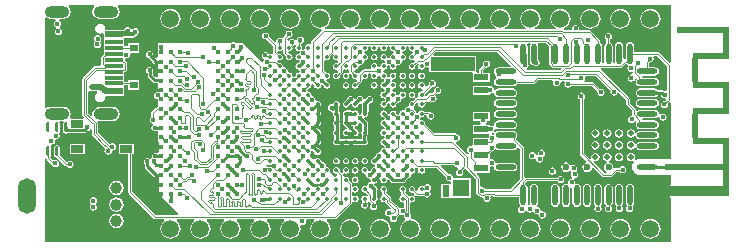
<source format=gtl>
G04*
G04 #@! TF.GenerationSoftware,Altium Limited,Altium Designer,20.2.6 (244)*
G04*
G04 Layer_Physical_Order=1*
G04 Layer_Color=33789*
%FSLAX25Y25*%
%MOIN*%
G70*
G04*
G04 #@! TF.SameCoordinates,16F8584A-9F4C-4420-89FF-FEA793B533B6*
G04*
G04*
G04 #@! TF.FilePolarity,Positive*
G04*
G01*
G75*
%ADD11C,0.01000*%
%ADD13C,0.00500*%
%ADD14R,0.05706X0.02362*%
%ADD15R,0.05906X0.02362*%
%ADD16R,0.05906X0.01181*%
%ADD17C,0.01378*%
%ADD18R,0.02400X0.03543*%
%ADD19R,0.01968X0.01968*%
%ADD20C,0.02362*%
%ADD21O,0.01968X0.06890*%
%ADD22O,0.06890X0.01968*%
%ADD23R,0.02756X0.02362*%
%ADD24C,0.01614*%
G04:AMPARAMS|DCode=25|XSize=33.47mil|YSize=10mil|CornerRadius=2.5mil|HoleSize=0mil|Usage=FLASHONLY|Rotation=90.000|XOffset=0mil|YOffset=0mil|HoleType=Round|Shape=RoundedRectangle|*
%AMROUNDEDRECTD25*
21,1,0.03347,0.00500,0,0,90.0*
21,1,0.02847,0.01000,0,0,90.0*
1,1,0.00500,0.00250,0.01423*
1,1,0.00500,0.00250,-0.01423*
1,1,0.00500,-0.00250,-0.01423*
1,1,0.00500,-0.00250,0.01423*
%
%ADD25ROUNDEDRECTD25*%
%ADD26O,0.01000X0.03347*%
%ADD27R,0.04134X0.02559*%
%ADD28R,0.04921X0.02362*%
%ADD29R,0.14921X0.04724*%
%ADD30R,0.05512X0.05709*%
%ADD31R,0.02362X0.03937*%
%ADD32R,0.03347X0.03740*%
%ADD33O,0.08268X0.03937*%
%ADD34C,0.05906*%
%ADD35R,0.05906X0.05906*%
%ADD36O,0.05906X0.11811*%
%ADD37C,0.03937*%
%ADD38O,0.07874X0.06890*%
%ADD39C,0.01968*%
%ADD40C,0.01200*%
%ADD41C,0.00400*%
%ADD42C,0.02000*%
%ADD43C,0.00800*%
%ADD44R,0.01968X0.19685*%
%ADD45R,0.01968X0.10630*%
%ADD46R,0.10394X0.01968*%
%ADD47R,0.15512X0.01968*%
%ADD48R,0.01968X0.07874*%
%ADD49R,0.17323X0.03543*%
%ADD50R,0.17323X0.01968*%
%ADD51C,0.01600*%
G36*
X624300Y338026D02*
X623800Y337818D01*
X620337Y341281D01*
X619878Y341472D01*
X612028D01*
Y343283D01*
X611920Y343823D01*
X611615Y344281D01*
X611157Y344587D01*
X610616Y344694D01*
X610076Y344587D01*
X609619Y344281D01*
X609313Y343823D01*
X609205Y343283D01*
Y339162D01*
X608983Y339039D01*
X608485Y339335D01*
Y343283D01*
X608377Y343823D01*
X608071Y344281D01*
X607613Y344587D01*
X607073Y344694D01*
X606533Y344587D01*
X606075Y344281D01*
X605769Y343823D01*
X605662Y343283D01*
Y338361D01*
X605726Y338037D01*
X605410Y337601D01*
X605193D01*
X604877Y338037D01*
X604941Y338361D01*
Y343283D01*
X604834Y343823D01*
X604528Y344281D01*
X604149Y344534D01*
Y345691D01*
X604365Y345835D01*
X604630Y346232D01*
X604724Y346700D01*
X604630Y347168D01*
X604365Y347565D01*
X603968Y347830D01*
X603500Y347923D01*
X603032Y347830D01*
X602635Y347565D01*
X602370Y347168D01*
X602277Y346700D01*
X602370Y346232D01*
X602635Y345835D01*
X602851Y345691D01*
Y344494D01*
X602532Y344281D01*
X602226Y343823D01*
X602118Y343283D01*
Y338361D01*
X602183Y338037D01*
X601867Y337601D01*
X601650D01*
X601334Y338037D01*
X601398Y338361D01*
Y343283D01*
X601291Y343823D01*
X600985Y344281D01*
X600636Y344514D01*
Y345213D01*
X600446Y345673D01*
X597709Y348409D01*
X597250Y348599D01*
X594047D01*
X593724Y349099D01*
X593774Y349350D01*
X593680Y349818D01*
X593415Y350215D01*
X593018Y350480D01*
X592550Y350573D01*
X592082Y350480D01*
X591685Y350215D01*
X591420Y349818D01*
X591327Y349350D01*
X591376Y349099D01*
X591053Y348599D01*
X588857D01*
X588645Y348843D01*
X588782Y349402D01*
X589191Y349571D01*
X589891Y350109D01*
X590429Y350809D01*
X590766Y351625D01*
X590882Y352500D01*
X590766Y353375D01*
X590429Y354191D01*
X589891Y354891D01*
X589191Y355429D01*
X588375Y355766D01*
X587500Y355882D01*
X586625Y355766D01*
X585809Y355429D01*
X585109Y354891D01*
X584571Y354191D01*
X584234Y353375D01*
X584118Y352500D01*
X584234Y351625D01*
X584571Y350809D01*
X585109Y350109D01*
X585809Y349571D01*
X585932Y349520D01*
X585833Y349020D01*
X579167D01*
X579068Y349520D01*
X579191Y349571D01*
X579891Y350109D01*
X580429Y350809D01*
X580766Y351625D01*
X580882Y352500D01*
X580766Y353375D01*
X580429Y354191D01*
X579891Y354891D01*
X579191Y355429D01*
X578375Y355766D01*
X577500Y355882D01*
X576625Y355766D01*
X575809Y355429D01*
X575109Y354891D01*
X574571Y354191D01*
X574234Y353375D01*
X574118Y352500D01*
X574234Y351625D01*
X574571Y350809D01*
X575109Y350109D01*
X575809Y349571D01*
X575932Y349520D01*
X575833Y349020D01*
X569167D01*
X569068Y349520D01*
X569191Y349571D01*
X569891Y350109D01*
X570429Y350809D01*
X570766Y351625D01*
X570882Y352500D01*
X570766Y353375D01*
X570429Y354191D01*
X569891Y354891D01*
X569191Y355429D01*
X568375Y355766D01*
X567500Y355882D01*
X566625Y355766D01*
X565809Y355429D01*
X565109Y354891D01*
X564571Y354191D01*
X564234Y353375D01*
X564118Y352500D01*
X564234Y351625D01*
X564571Y350809D01*
X565109Y350109D01*
X565809Y349571D01*
X565932Y349520D01*
X565833Y349020D01*
X559167D01*
X559068Y349520D01*
X559191Y349571D01*
X559891Y350109D01*
X560429Y350809D01*
X560766Y351625D01*
X560882Y352500D01*
X560766Y353375D01*
X560429Y354191D01*
X559891Y354891D01*
X559191Y355429D01*
X558375Y355766D01*
X557500Y355882D01*
X556625Y355766D01*
X555809Y355429D01*
X555109Y354891D01*
X554571Y354191D01*
X554234Y353375D01*
X554118Y352500D01*
X554234Y351625D01*
X554571Y350809D01*
X555109Y350109D01*
X555809Y349571D01*
X555932Y349520D01*
X555833Y349020D01*
X549167D01*
X549068Y349520D01*
X549191Y349571D01*
X549891Y350109D01*
X550429Y350809D01*
X550766Y351625D01*
X550882Y352500D01*
X550766Y353375D01*
X550429Y354191D01*
X549891Y354891D01*
X549191Y355429D01*
X548375Y355766D01*
X547500Y355882D01*
X546625Y355766D01*
X545809Y355429D01*
X545109Y354891D01*
X544571Y354191D01*
X544234Y353375D01*
X544118Y352500D01*
X544234Y351625D01*
X544571Y350809D01*
X545109Y350109D01*
X545809Y349571D01*
X545932Y349520D01*
X545833Y349020D01*
X539167D01*
X539068Y349520D01*
X539191Y349571D01*
X539891Y350109D01*
X540429Y350809D01*
X540766Y351625D01*
X540882Y352500D01*
X540766Y353375D01*
X540429Y354191D01*
X539891Y354891D01*
X539191Y355429D01*
X538375Y355766D01*
X537500Y355882D01*
X536625Y355766D01*
X535809Y355429D01*
X535109Y354891D01*
X534571Y354191D01*
X534234Y353375D01*
X534118Y352500D01*
X534234Y351625D01*
X534571Y350809D01*
X535109Y350109D01*
X535809Y349571D01*
X535932Y349520D01*
X535833Y349020D01*
X529167D01*
X529068Y349520D01*
X529191Y349571D01*
X529891Y350109D01*
X530429Y350809D01*
X530766Y351625D01*
X530882Y352500D01*
X530766Y353375D01*
X530429Y354191D01*
X529891Y354891D01*
X529191Y355429D01*
X528375Y355766D01*
X527500Y355882D01*
X526625Y355766D01*
X525809Y355429D01*
X525109Y354891D01*
X524571Y354191D01*
X524234Y353375D01*
X524118Y352500D01*
X524234Y351625D01*
X524571Y350809D01*
X525109Y350109D01*
X525809Y349571D01*
X525932Y349520D01*
X525833Y349020D01*
X519167D01*
X519068Y349520D01*
X519191Y349571D01*
X519891Y350109D01*
X520429Y350809D01*
X520766Y351625D01*
X520882Y352500D01*
X520766Y353375D01*
X520429Y354191D01*
X519891Y354891D01*
X519191Y355429D01*
X518375Y355766D01*
X517500Y355882D01*
X516625Y355766D01*
X515809Y355429D01*
X515109Y354891D01*
X514571Y354191D01*
X514234Y353375D01*
X514118Y352500D01*
X514234Y351625D01*
X514571Y350809D01*
X515109Y350109D01*
X515809Y349571D01*
X515932Y349520D01*
X515833Y349020D01*
X509167D01*
X509068Y349520D01*
X509191Y349571D01*
X509891Y350109D01*
X510429Y350809D01*
X510766Y351625D01*
X510882Y352500D01*
X510766Y353375D01*
X510429Y354191D01*
X509891Y354891D01*
X509191Y355429D01*
X508375Y355766D01*
X507500Y355882D01*
X506625Y355766D01*
X505809Y355429D01*
X505109Y354891D01*
X504571Y354191D01*
X504234Y353375D01*
X504118Y352500D01*
X504234Y351625D01*
X504571Y350809D01*
X505109Y350109D01*
X505809Y349571D01*
X506625Y349234D01*
X507500Y349118D01*
X507837Y349163D01*
X508071Y348689D01*
X504517Y345136D01*
X504327Y344676D01*
Y344190D01*
X503827Y343922D01*
X503827Y343923D01*
X503402Y344007D01*
X502977Y343923D01*
X502617Y343682D01*
X502376Y343322D01*
X502291Y342897D01*
X502352Y342592D01*
X502126Y342268D01*
X501987Y342154D01*
X501840Y342184D01*
X501663Y342148D01*
X501520Y342269D01*
X501300Y342586D01*
X501362Y342897D01*
X501278Y343322D01*
X501037Y343682D01*
X500986Y343716D01*
X501001Y344224D01*
X501270Y344277D01*
X501667Y344542D01*
X501932Y344939D01*
X502025Y345408D01*
X501932Y345876D01*
X501667Y346273D01*
X501270Y346538D01*
X500802Y346631D01*
X500333Y346538D01*
X499936Y346273D01*
X499671Y345876D01*
X499578Y345408D01*
X499603Y345280D01*
X499570Y345242D01*
X499564Y345240D01*
X498967Y345313D01*
X498865Y345465D01*
X498468Y345730D01*
X498000Y345824D01*
X497532Y345730D01*
X497135Y345465D01*
X496963Y345208D01*
X496463Y345359D01*
Y345860D01*
X496855Y346205D01*
X497000Y346177D01*
X497468Y346270D01*
X497865Y346535D01*
X498130Y346932D01*
X498223Y347400D01*
X498130Y347868D01*
X497865Y348265D01*
X497468Y348530D01*
X497000Y348623D01*
X496532Y348530D01*
X496135Y348265D01*
X495870Y347868D01*
X495777Y347400D01*
X495827Y347146D01*
X495354Y346673D01*
X495164Y346213D01*
Y346154D01*
X495025Y346053D01*
X494664Y345933D01*
X494368Y346130D01*
X493900Y346223D01*
X493432Y346130D01*
X493035Y345865D01*
X492770Y345468D01*
X492676Y345000D01*
X492689Y344937D01*
X492228Y344691D01*
X490413Y346506D01*
X490464Y346761D01*
X490371Y347229D01*
X490105Y347626D01*
X489709Y347891D01*
X489240Y347984D01*
X488772Y347891D01*
X488375Y347626D01*
X488110Y347229D01*
X488017Y346761D01*
X488110Y346292D01*
X488375Y345895D01*
X488772Y345630D01*
X489240Y345537D01*
X489495Y345588D01*
X491551Y343532D01*
Y341500D01*
X491741Y341041D01*
X491768Y341014D01*
X491449Y340625D01*
X491228Y340773D01*
X490803Y340858D01*
X490736Y340844D01*
X490230Y340824D01*
X489965Y341221D01*
X489568Y341486D01*
X489100Y341580D01*
X488632Y341486D01*
X488235Y341221D01*
X487970Y340824D01*
X487877Y340356D01*
X487970Y339888D01*
X488235Y339491D01*
X488512Y339305D01*
X488632Y339217D01*
X488669Y338708D01*
X488619Y338634D01*
X488526Y338165D01*
X488065Y337920D01*
X481485Y344500D01*
X479207D01*
X478966Y344661D01*
X478498Y344754D01*
X478030Y344661D01*
X477789Y344500D01*
X453200D01*
X453247Y339719D01*
X452755Y339565D01*
X452749Y339565D01*
X451781Y340532D01*
X451796Y340606D01*
X451703Y341074D01*
X451437Y341471D01*
X451041Y341736D01*
X450572Y341829D01*
X450104Y341736D01*
X449707Y341471D01*
X449442Y341074D01*
X449349Y340606D01*
X449442Y340138D01*
X449707Y339741D01*
X450104Y339475D01*
X450277Y339441D01*
X451249Y338469D01*
X451254Y338448D01*
X451452Y338150D01*
X452051Y337551D01*
X452349Y337352D01*
X452700Y337282D01*
X453271D01*
X453309Y333495D01*
X452891Y333072D01*
X452527Y333071D01*
X451718Y333880D01*
Y334929D01*
X451798Y335335D01*
X451705Y335803D01*
X451440Y336200D01*
X451043Y336465D01*
X450575Y336558D01*
X450107Y336465D01*
X449710Y336200D01*
X449444Y335803D01*
X449351Y335335D01*
X449444Y334867D01*
X449710Y334470D01*
X449882Y334354D01*
Y333500D01*
X449952Y333149D01*
X450151Y332851D01*
X451660Y331342D01*
X451958Y331143D01*
X452309Y331073D01*
X453333D01*
X453360Y328326D01*
X453204Y328197D01*
X452736Y328104D01*
X452339Y327839D01*
X452074Y327442D01*
X451981Y326973D01*
X452074Y326505D01*
X452339Y326108D01*
X452736Y325843D01*
X452812Y325828D01*
X453271Y325574D01*
X453365Y325103D01*
X453392Y325062D01*
X453408Y323408D01*
X453077Y323074D01*
X452618Y322884D01*
X451318Y321584D01*
X451128Y321124D01*
Y319842D01*
X450912Y319697D01*
X450647Y319300D01*
X450554Y318832D01*
X450647Y318364D01*
X450912Y317967D01*
X451309Y317702D01*
X451526Y317659D01*
X451632Y317128D01*
X451554Y317076D01*
X451289Y316679D01*
X451195Y316211D01*
X451289Y315742D01*
X451554Y315345D01*
X451951Y315080D01*
X452419Y314987D01*
X452887Y315080D01*
X452990Y315149D01*
X453492Y314943D01*
X453560Y308036D01*
X453063Y307767D01*
X452968Y307830D01*
X452500Y307924D01*
X452032Y307830D01*
X451635Y307565D01*
X451370Y307168D01*
X451276Y306700D01*
X451354Y306312D01*
X451042Y305890D01*
X450665Y305865D01*
X450268Y306130D01*
X449800Y306224D01*
X449332Y306130D01*
X448935Y305865D01*
X448670Y305468D01*
X448576Y305000D01*
X448670Y304532D01*
X448882Y304213D01*
Y303400D01*
X448952Y303049D01*
X449151Y302751D01*
X452057Y299846D01*
X452354Y299647D01*
X452705Y299577D01*
X453584D01*
X453631Y299507D01*
X453645Y299498D01*
X453700Y293900D01*
X460189Y287411D01*
X459997Y286949D01*
X452569D01*
X444649Y294869D01*
Y307388D01*
X445236D01*
Y310747D01*
X440302D01*
Y307388D01*
X443351D01*
Y294600D01*
X443541Y294141D01*
X451841Y285841D01*
X452300Y285651D01*
X455277D01*
X455447Y285151D01*
X455109Y284891D01*
X454571Y284191D01*
X454234Y283375D01*
X454118Y282500D01*
X454234Y281625D01*
X454571Y280809D01*
X455109Y280109D01*
X455809Y279571D01*
X456625Y279234D01*
X457500Y279118D01*
X458375Y279234D01*
X459191Y279571D01*
X459891Y280109D01*
X460429Y280809D01*
X460766Y281625D01*
X460882Y282500D01*
X460766Y283375D01*
X460429Y284191D01*
X459891Y284891D01*
X459553Y285151D01*
X459723Y285651D01*
X465277D01*
X465447Y285151D01*
X465109Y284891D01*
X464571Y284191D01*
X464234Y283375D01*
X464118Y282500D01*
X464234Y281625D01*
X464571Y280809D01*
X465109Y280109D01*
X465809Y279571D01*
X466625Y279234D01*
X467500Y279118D01*
X468375Y279234D01*
X469191Y279571D01*
X469891Y280109D01*
X470429Y280809D01*
X470766Y281625D01*
X470882Y282500D01*
X470766Y283375D01*
X470429Y284191D01*
X469891Y284891D01*
X469553Y285151D01*
X469723Y285651D01*
X475277D01*
X475447Y285151D01*
X475109Y284891D01*
X474571Y284191D01*
X474234Y283375D01*
X474118Y282500D01*
X474234Y281625D01*
X474571Y280809D01*
X475109Y280109D01*
X475809Y279571D01*
X476625Y279234D01*
X477500Y279118D01*
X478375Y279234D01*
X479191Y279571D01*
X479891Y280109D01*
X480429Y280809D01*
X480766Y281625D01*
X480882Y282500D01*
X480766Y283375D01*
X480429Y284191D01*
X479891Y284891D01*
X479553Y285151D01*
X479723Y285651D01*
X485277D01*
X485447Y285151D01*
X485109Y284891D01*
X484571Y284191D01*
X484234Y283375D01*
X484118Y282500D01*
X484234Y281625D01*
X484571Y280809D01*
X485109Y280109D01*
X485809Y279571D01*
X486625Y279234D01*
X487500Y279118D01*
X488375Y279234D01*
X489191Y279571D01*
X489891Y280109D01*
X490429Y280809D01*
X490766Y281625D01*
X490882Y282500D01*
X490766Y283375D01*
X490429Y284191D01*
X489891Y284891D01*
X489553Y285151D01*
X489723Y285651D01*
X495277D01*
X495447Y285151D01*
X495109Y284891D01*
X494571Y284191D01*
X494234Y283375D01*
X494118Y282500D01*
X494234Y281625D01*
X494571Y280809D01*
X495109Y280109D01*
X495809Y279571D01*
X496625Y279234D01*
X497500Y279118D01*
X498375Y279234D01*
X499191Y279571D01*
X499891Y280109D01*
X500429Y280809D01*
X500766Y281625D01*
X500882Y282500D01*
X500770Y283351D01*
X500849Y283478D01*
X501154Y283745D01*
X501500Y283677D01*
X501968Y283770D01*
X502365Y284035D01*
X502630Y284432D01*
X502724Y284900D01*
X502674Y285151D01*
X502997Y285651D01*
X505277D01*
X505447Y285151D01*
X505109Y284891D01*
X504571Y284191D01*
X504234Y283375D01*
X504118Y282500D01*
X504234Y281625D01*
X504571Y280809D01*
X505109Y280109D01*
X505809Y279571D01*
X506625Y279234D01*
X507500Y279118D01*
X508375Y279234D01*
X509191Y279571D01*
X509891Y280109D01*
X510429Y280809D01*
X510766Y281625D01*
X510882Y282500D01*
X510766Y283375D01*
X510429Y284191D01*
X509891Y284891D01*
X509553Y285151D01*
X509723Y285651D01*
X512400D01*
X512859Y285841D01*
X517759Y290741D01*
X517949Y291200D01*
Y291440D01*
X518137Y291565D01*
X518449Y291661D01*
X518725Y291477D01*
X519150Y291393D01*
X519574Y291477D01*
X519935Y291718D01*
X520175Y292078D01*
X520260Y292503D01*
X520175Y292928D01*
X519935Y293288D01*
X519574Y293529D01*
X519150Y293614D01*
X518725Y293529D01*
X518449Y293345D01*
X518137Y293441D01*
X517949Y293566D01*
Y294589D01*
X518137Y294715D01*
X518449Y294811D01*
X518725Y294627D01*
X519150Y294543D01*
X519574Y294627D01*
X519935Y294868D01*
X520175Y295228D01*
X520260Y295653D01*
X520175Y296078D01*
X519935Y296438D01*
X519574Y296678D01*
X519150Y296763D01*
X518725Y296678D01*
X518449Y296495D01*
X518137Y296591D01*
X517949Y296716D01*
Y297502D01*
X517759Y297962D01*
X517078Y298642D01*
X517110Y298802D01*
X517026Y299227D01*
X516785Y299587D01*
X516425Y299828D01*
X516000Y299913D01*
X515575Y299828D01*
X515575Y299828D01*
X515075Y300095D01*
Y300377D01*
X514885Y300836D01*
X515260Y301137D01*
X515575Y300926D01*
X516000Y300842D01*
X516425Y300926D01*
X516785Y301167D01*
X517026Y301527D01*
X517110Y301952D01*
X517026Y302377D01*
X516785Y302737D01*
X516425Y302978D01*
X516000Y303062D01*
X515575Y302978D01*
X515215Y302737D01*
X514974Y302377D01*
X514890Y301952D01*
X514974Y301527D01*
X515122Y301306D01*
X514734Y300987D01*
X514544Y301176D01*
X513929Y301792D01*
X513961Y301952D01*
X513876Y302377D01*
X513635Y302737D01*
X513275Y302978D01*
X512850Y303062D01*
X512426Y302978D01*
X512065Y302737D01*
X511825Y302377D01*
X511740Y301952D01*
X511825Y301527D01*
X512065Y301167D01*
X512426Y300926D01*
X512850Y300842D01*
X513010Y300873D01*
X513415Y300469D01*
X513391Y300307D01*
X512850Y299913D01*
X512426Y299828D01*
X512333Y299767D01*
X510665Y301435D01*
X510727Y301527D01*
X510811Y301952D01*
X510727Y302377D01*
X510486Y302737D01*
X510126Y302978D01*
X509701Y303062D01*
X509344Y303501D01*
X509349Y303527D01*
X509256Y303995D01*
X508991Y304392D01*
X508594Y304657D01*
X508219Y304732D01*
X507615Y305335D01*
X507577Y305526D01*
X507336Y305887D01*
X506976Y306127D01*
X506551Y306212D01*
X506126Y306127D01*
X505766Y305887D01*
X505144Y305856D01*
X504156Y306844D01*
X504187Y307466D01*
X504427Y307826D01*
X504512Y308251D01*
X504710Y308448D01*
X504964Y308541D01*
X505487Y308017D01*
X505525Y307826D01*
X505766Y307466D01*
X506126Y307225D01*
X506551Y307141D01*
X506976Y307225D01*
X507336Y307466D01*
X507577Y307826D01*
X507661Y308251D01*
X507577Y308676D01*
X507336Y309036D01*
X506976Y309277D01*
X506785Y309315D01*
X506274Y309826D01*
X506785Y310337D01*
X506976Y310375D01*
X507336Y310616D01*
X507577Y310976D01*
X507661Y311401D01*
X507577Y311826D01*
X507469Y311987D01*
Y313964D01*
X507577Y314125D01*
X507661Y314550D01*
X507577Y314975D01*
X507336Y315335D01*
X506976Y315576D01*
X506785Y315614D01*
X506274Y316125D01*
X506785Y316636D01*
X506976Y316674D01*
X507336Y316915D01*
X507577Y317275D01*
X507661Y317700D01*
X507577Y318125D01*
X507469Y318287D01*
Y320263D01*
X507577Y320425D01*
X507661Y320850D01*
X507577Y321274D01*
X507469Y321436D01*
Y323412D01*
X507577Y323574D01*
X507661Y323999D01*
X507577Y324424D01*
X507336Y324784D01*
X506976Y325025D01*
X506551Y325110D01*
X506242Y325048D01*
X505923Y325269D01*
X505804Y325411D01*
X505821Y325498D01*
X505728Y325966D01*
X505463Y326363D01*
X505066Y326628D01*
X504905Y326660D01*
X504512Y327149D01*
X504427Y327574D01*
X504187Y327934D01*
X503827Y328175D01*
X503402Y328259D01*
X503106Y328710D01*
X503113Y328749D01*
X503206Y328915D01*
X503402Y329188D01*
X503827Y329273D01*
X504187Y329513D01*
X504427Y329873D01*
X504512Y330298D01*
X504918Y330817D01*
X505097Y330834D01*
X505473Y330458D01*
X505441Y330298D01*
X505525Y329873D01*
X505766Y329513D01*
X506126Y329273D01*
X506551Y329188D01*
X506976Y329273D01*
X507336Y329513D01*
X507577Y329873D01*
X507661Y330298D01*
X507859Y330495D01*
X508114Y330588D01*
X508637Y330065D01*
X508675Y329873D01*
X508916Y329513D01*
X509276Y329273D01*
X509701Y329188D01*
X510126Y329273D01*
X510486Y329513D01*
X510727Y329873D01*
X510811Y330298D01*
X510727Y330723D01*
X510486Y331083D01*
X510126Y331324D01*
X509935Y331362D01*
X509411Y331886D01*
X509504Y332140D01*
X509701Y332338D01*
X510126Y332422D01*
X510486Y332663D01*
X510727Y333023D01*
X510811Y333448D01*
X510727Y333873D01*
X510486Y334233D01*
X510126Y334474D01*
X509701Y334558D01*
X509541Y334526D01*
X508775Y335292D01*
Y338455D01*
X509275Y338722D01*
X509276Y338721D01*
X509701Y338637D01*
X510126Y338721D01*
X510486Y338962D01*
X510727Y339322D01*
X510811Y339747D01*
X510779Y339907D01*
X511584Y340712D01*
X511972Y340393D01*
X511825Y340172D01*
X511740Y339747D01*
X511825Y339322D01*
X512065Y338962D01*
X512426Y338721D01*
X512850Y338637D01*
X513391Y338243D01*
X513415Y338081D01*
X513010Y337676D01*
X512850Y337708D01*
X512426Y337623D01*
X512065Y337383D01*
X511825Y337022D01*
X511740Y336598D01*
X511825Y336173D01*
X512065Y335812D01*
X512426Y335572D01*
X512850Y335487D01*
X513278Y335099D01*
X513304Y334886D01*
X512942Y334540D01*
X512850Y334558D01*
X512426Y334474D01*
X512065Y334233D01*
X511825Y333873D01*
X511740Y333448D01*
X511825Y333023D01*
X512065Y332663D01*
X512426Y332422D01*
X512850Y332338D01*
X513275Y332422D01*
X513635Y332663D01*
X513876Y333023D01*
X513961Y333448D01*
X513929Y333608D01*
X514711Y334390D01*
X514901Y334849D01*
Y335451D01*
X515401Y335688D01*
X515575Y335572D01*
X516000Y335487D01*
X516425Y335572D01*
X516425Y335572D01*
X516925Y335305D01*
Y335023D01*
X517116Y334564D01*
X516740Y334263D01*
X516425Y334474D01*
X516000Y334558D01*
X515575Y334474D01*
X515215Y334233D01*
X514974Y333873D01*
X514890Y333448D01*
X514974Y333023D01*
X515215Y332663D01*
X515575Y332422D01*
X516000Y332338D01*
X516425Y332422D01*
X516785Y332663D01*
X517026Y333023D01*
X517110Y333448D01*
X517026Y333873D01*
X516878Y334094D01*
X517266Y334413D01*
X517456Y334224D01*
X518071Y333608D01*
X518039Y333448D01*
X518124Y333023D01*
X518364Y332663D01*
X518725Y332422D01*
X519150Y332338D01*
X519690Y331944D01*
X519714Y331781D01*
X519310Y331377D01*
X519150Y331409D01*
X518725Y331324D01*
X518364Y331083D01*
X518124Y330723D01*
X518039Y330298D01*
X518124Y329873D01*
X518364Y329513D01*
X518725Y329273D01*
X519150Y329188D01*
X519574Y329273D01*
X519935Y329513D01*
X520175Y329873D01*
X520260Y330298D01*
X520228Y330458D01*
X521184Y331414D01*
X521374Y331873D01*
Y332155D01*
X521874Y332423D01*
X521874Y332422D01*
X522299Y332338D01*
X522724Y332422D01*
X523084Y332663D01*
X523325Y333023D01*
X523410Y333448D01*
X523325Y333873D01*
X523325Y333873D01*
X523592Y334373D01*
X524156D01*
X524423Y333873D01*
X524423Y333873D01*
X524338Y333448D01*
X524423Y333023D01*
X524664Y332663D01*
X525024Y332422D01*
X525449Y332338D01*
X525874Y332422D01*
X526234Y332663D01*
X526475Y333023D01*
X526559Y333448D01*
X526998Y333804D01*
X527024Y333799D01*
X527049Y333804D01*
X527488Y333448D01*
X527573Y333023D01*
X527813Y332663D01*
X528173Y332422D01*
X528598Y332338D01*
X528795Y332140D01*
X528888Y331886D01*
X528365Y331362D01*
X528173Y331324D01*
X527813Y331083D01*
X527573Y330723D01*
X527488Y330298D01*
X527573Y329873D01*
X527813Y329513D01*
X528173Y329273D01*
X528598Y329188D01*
X528795Y328990D01*
X528888Y328736D01*
X528365Y328213D01*
X528173Y328175D01*
X527813Y327934D01*
X527573Y327574D01*
X527488Y327149D01*
X527573Y326724D01*
X527813Y326364D01*
X528173Y326123D01*
X528598Y326039D01*
X528955Y325600D01*
X528950Y325574D01*
X528965Y325495D01*
X528598Y325110D01*
X528173Y325025D01*
X527813Y324784D01*
X527573Y324424D01*
X527488Y323999D01*
X527573Y323574D01*
X527813Y323214D01*
X528173Y322973D01*
X528598Y322889D01*
X529023Y322973D01*
X529384Y323214D01*
X529624Y323574D01*
X529709Y323999D01*
X530094Y324366D01*
X530173Y324351D01*
X530199Y324356D01*
X530638Y323999D01*
X530722Y323574D01*
X530963Y323214D01*
X531323Y322973D01*
X531748Y322889D01*
X532173Y322973D01*
X532533Y323214D01*
X532774Y323574D01*
X532858Y323999D01*
X532827Y324159D01*
X533170Y324502D01*
X533300Y324477D01*
X533768Y324570D01*
X534165Y324835D01*
X534430Y325232D01*
X534505Y325607D01*
X534665Y325828D01*
X534898Y326039D01*
X535323Y326123D01*
X535683Y326364D01*
X535923Y326724D01*
X536008Y327149D01*
X535923Y327574D01*
X535683Y327934D01*
X535323Y328175D01*
X534898Y328259D01*
X534473Y328175D01*
X534113Y327934D01*
X533872Y327574D01*
X533787Y327149D01*
X533323Y326919D01*
X533322Y326919D01*
X533286Y326930D01*
X532858Y327149D01*
X532828Y327301D01*
X532774Y327574D01*
X532533Y327934D01*
X532173Y328175D01*
X531748Y328259D01*
X531392Y328698D01*
X531397Y328724D01*
X531392Y328749D01*
X531748Y329188D01*
X532173Y329273D01*
X532533Y329513D01*
X532774Y329873D01*
X532858Y330298D01*
X532774Y330723D01*
X532533Y331083D01*
X532173Y331324D01*
X531748Y331409D01*
X531392Y331848D01*
X531397Y331873D01*
X531392Y331899D01*
X531748Y332338D01*
X532173Y332422D01*
X532533Y332663D01*
X532774Y333023D01*
X532858Y333448D01*
X532774Y333873D01*
X532533Y334233D01*
X532173Y334474D01*
X531748Y334558D01*
X531323Y334474D01*
X530963Y334233D01*
X530722Y333873D01*
X530638Y333448D01*
X530199Y333092D01*
X530173Y333097D01*
X530148Y333092D01*
X529709Y333448D01*
X529624Y333873D01*
X529384Y334233D01*
X529023Y334474D01*
X528598Y334558D01*
X528242Y334997D01*
X528247Y335023D01*
X528242Y335048D01*
X528598Y335487D01*
X529023Y335572D01*
X529384Y335812D01*
X529624Y336173D01*
X529709Y336598D01*
X530148Y336954D01*
X530207Y336942D01*
X530241Y336948D01*
X530638Y336598D01*
X530722Y336173D01*
X530963Y335812D01*
X531323Y335572D01*
X531748Y335487D01*
X532173Y335572D01*
X532533Y335812D01*
X532774Y336173D01*
X532858Y336598D01*
X533297Y336954D01*
X533323Y336949D01*
X533791Y337042D01*
X534188Y337307D01*
X534453Y337704D01*
X534546Y338172D01*
X534541Y338198D01*
X534898Y338637D01*
X535323Y338721D01*
X535683Y338962D01*
X535923Y339322D01*
X536008Y339747D01*
X535923Y340172D01*
X535683Y340532D01*
X535323Y340773D01*
X534898Y340858D01*
X534541Y341297D01*
X534546Y341322D01*
X534541Y341348D01*
X534898Y341787D01*
X535323Y341871D01*
X535683Y342112D01*
X535923Y342472D01*
X536008Y342897D01*
X536344Y343323D01*
X536601D01*
X536937Y342897D01*
X537021Y342472D01*
X537262Y342112D01*
X537622Y341871D01*
X538047Y341787D01*
X538404Y341348D01*
X538399Y341322D01*
X538414Y341243D01*
X538047Y340858D01*
X537622Y340773D01*
X537262Y340532D01*
X537021Y340172D01*
X536937Y339747D01*
X537021Y339322D01*
X537262Y338962D01*
X537622Y338721D01*
X538047Y338637D01*
X538472Y338721D01*
X538693Y338869D01*
X539012Y338481D01*
X538207Y337676D01*
X538047Y337708D01*
X537622Y337623D01*
X537262Y337383D01*
X537021Y337022D01*
X536937Y336598D01*
X537021Y336173D01*
X537262Y335812D01*
X537622Y335572D01*
X538047Y335487D01*
X538472Y335572D01*
X538832Y335812D01*
X539073Y336173D01*
X539157Y336598D01*
X539126Y336758D01*
X539930Y337562D01*
X540319Y337244D01*
X540171Y337022D01*
X540087Y336598D01*
X540171Y336173D01*
X540412Y335812D01*
X540772Y335572D01*
X541197Y335487D01*
X541622Y335572D01*
X541982Y335812D01*
X542128Y336032D01*
X542448Y336420D01*
X542916Y336327D01*
X543216Y336386D01*
X543716Y336086D01*
Y334608D01*
X557799D01*
X558263Y334522D01*
X558263Y334108D01*
Y331360D01*
X563984D01*
Y334522D01*
X561773D01*
Y335255D01*
X562712Y336194D01*
X562800Y336176D01*
X563268Y336270D01*
X563665Y336535D01*
X563930Y336932D01*
X564023Y337400D01*
X563930Y337868D01*
X563665Y338265D01*
X563268Y338530D01*
X562800Y338623D01*
X562332Y338530D01*
X561935Y338265D01*
X561670Y337868D01*
X561577Y337400D01*
X561660Y336979D01*
X560665Y335983D01*
X560474Y335524D01*
Y334522D01*
X559902D01*
X559437Y334608D01*
X559437Y335022D01*
Y340133D01*
X545239D01*
X545048Y340595D01*
X546004Y341551D01*
X566431D01*
X571192Y336790D01*
X571000Y336328D01*
X566817D01*
X566277Y336221D01*
X565819Y335914D01*
X565513Y335457D01*
X565406Y334916D01*
X565513Y334376D01*
X565681Y334125D01*
X565676Y334100D01*
X565770Y333632D01*
X566035Y333235D01*
X566158Y333153D01*
X566182Y333057D01*
X566123Y332574D01*
X565819Y332371D01*
X565513Y331913D01*
X565406Y331373D01*
X565513Y330833D01*
X565819Y330375D01*
X566277Y330069D01*
X566817Y329962D01*
X571739D01*
X572279Y330069D01*
X572737Y330375D01*
X572969Y330724D01*
X578573D01*
X579032Y330914D01*
X580069Y331951D01*
X584803D01*
X585126Y331451D01*
X585077Y331200D01*
X585170Y330732D01*
X585435Y330335D01*
X585832Y330070D01*
X586300Y329977D01*
X586768Y330070D01*
X587165Y330335D01*
X587430Y330732D01*
X587524Y331200D01*
X587518Y331228D01*
X587928Y331728D01*
X588617D01*
X588884Y331228D01*
X588870Y331206D01*
X588776Y330737D01*
X588870Y330269D01*
X589135Y329872D01*
X589532Y329607D01*
X590000Y329514D01*
X590468Y329607D01*
X590865Y329872D01*
X591009Y330088D01*
X597994D01*
X599827Y328255D01*
X599777Y328000D01*
X599870Y327532D01*
X600135Y327135D01*
X600532Y326870D01*
X601000Y326777D01*
X601468Y326870D01*
X601865Y327135D01*
X602130Y327532D01*
X602223Y328000D01*
X602130Y328468D01*
X601865Y328865D01*
X601468Y329130D01*
X601000Y329223D01*
X600745Y329173D01*
X598722Y331196D01*
X598263Y331387D01*
X595688D01*
X595665Y331411D01*
X595467Y331887D01*
X595630Y332132D01*
X595723Y332600D01*
X595674Y332851D01*
X595997Y333351D01*
X599231D01*
X604227Y328355D01*
X604177Y328100D01*
X604270Y327632D01*
X604535Y327235D01*
X604932Y326970D01*
X605400Y326876D01*
X605868Y326970D01*
X606265Y327235D01*
X606495Y327579D01*
X606626Y327648D01*
X607058Y327723D01*
X609351Y325431D01*
Y324120D01*
X609541Y323661D01*
X611340Y321861D01*
Y320703D01*
X611328Y320561D01*
X610972Y320158D01*
X610832Y320130D01*
X610435Y319865D01*
X610170Y319468D01*
X610077Y319000D01*
X610170Y318532D01*
X610435Y318135D01*
X610832Y317870D01*
X611300Y317776D01*
X611768Y317870D01*
X612165Y318135D01*
X612421Y318518D01*
X612432Y318532D01*
X612586Y318574D01*
X612726Y318489D01*
X612858Y317890D01*
X612757Y317740D01*
X612650Y317200D01*
X612757Y316660D01*
X613063Y316202D01*
X613521Y315896D01*
X614061Y315789D01*
X618983D01*
X619523Y315896D01*
X619981Y316202D01*
X620287Y316660D01*
X620394Y317200D01*
X620287Y317740D01*
X619981Y318198D01*
X619523Y318504D01*
X618983Y318611D01*
X614864D01*
X614746Y318832D01*
X615045Y319332D01*
X618983D01*
X619523Y319439D01*
X619981Y319745D01*
X619993Y319763D01*
X620219Y319734D01*
X620494Y319613D01*
X620570Y319232D01*
X620835Y318835D01*
X621232Y318570D01*
X621700Y318477D01*
X622168Y318570D01*
X622565Y318835D01*
X622830Y319232D01*
X622924Y319700D01*
X622830Y320168D01*
X622565Y320565D01*
X622168Y320830D01*
X621700Y320923D01*
X621232Y320830D01*
X620874Y320591D01*
X620614Y320668D01*
X620385Y320791D01*
X620287Y321283D01*
X619981Y321741D01*
X619523Y322047D01*
X618983Y322155D01*
X614061D01*
X613521Y322047D01*
X613139Y321792D01*
X612845Y321878D01*
X612639Y322006D01*
Y322130D01*
X612449Y322590D01*
X610649Y324389D01*
Y325700D01*
X610459Y326159D01*
X600991Y335628D01*
X600992Y335677D01*
X601102Y336128D01*
X607729D01*
X608189Y336318D01*
X609136Y337265D01*
X609491Y337337D01*
X609938Y337022D01*
X610013Y336647D01*
X610000Y336563D01*
X609870Y336368D01*
X609776Y335900D01*
X609870Y335432D01*
X610135Y335035D01*
X610532Y334770D01*
X611000Y334677D01*
X611328Y334742D01*
X611549Y334614D01*
X611652Y334317D01*
X611651Y334278D01*
X611189Y333906D01*
X611100Y333924D01*
X610632Y333830D01*
X610235Y333565D01*
X609970Y333168D01*
X609876Y332700D01*
X609970Y332232D01*
X610235Y331835D01*
X610632Y331570D01*
X611100Y331476D01*
X611568Y331570D01*
X611965Y331835D01*
X612230Y332232D01*
X612279Y332475D01*
X612750Y332744D01*
X612801Y332749D01*
X612932Y332175D01*
X612757Y331913D01*
X612650Y331373D01*
X612757Y330833D01*
X613063Y330375D01*
X613521Y330069D01*
X614061Y329962D01*
X618983D01*
X619523Y330069D01*
X619981Y330375D01*
X620287Y330833D01*
X620394Y331373D01*
X620287Y331913D01*
X619981Y332371D01*
X619523Y332677D01*
X618983Y332785D01*
X614864D01*
X614746Y333005D01*
X615045Y333505D01*
X618983D01*
X619523Y333613D01*
X619981Y333919D01*
X620287Y334376D01*
X620394Y334916D01*
X620287Y335457D01*
X619981Y335914D01*
X619523Y336221D01*
X618983Y336328D01*
X617171D01*
Y337783D01*
X617368Y337979D01*
X617822Y338070D01*
X618219Y338335D01*
X618484Y338732D01*
X618577Y339200D01*
X618484Y339668D01*
X618481Y339673D01*
X618748Y340173D01*
X619609D01*
X622951Y336831D01*
Y328639D01*
X622451Y328315D01*
X622200Y328365D01*
X622126Y328351D01*
X621998Y328479D01*
X621701Y328678D01*
X621349Y328748D01*
X620034D01*
X619981Y328828D01*
X619523Y329134D01*
X618983Y329241D01*
X614061D01*
X613521Y329134D01*
X613063Y328828D01*
X612757Y328370D01*
X612650Y327830D01*
X612757Y327290D01*
X613063Y326832D01*
X613521Y326526D01*
X614061Y326419D01*
X618983D01*
X619523Y326526D01*
X619981Y326832D01*
X620034Y326912D01*
X620969D01*
X621035Y326847D01*
X621070Y326674D01*
X621335Y326277D01*
X621732Y326011D01*
X622200Y325918D01*
X622451Y325968D01*
X622509Y325933D01*
X622620Y325451D01*
X622266Y325091D01*
X622100Y325124D01*
X621632Y325030D01*
X621235Y324765D01*
X620970Y324368D01*
X620877Y323900D01*
X620970Y323432D01*
X621235Y323035D01*
X621632Y322770D01*
X622100Y322676D01*
X622568Y322770D01*
X622965Y323035D01*
X623230Y323432D01*
X623323Y323900D01*
X623273Y324154D01*
X623800Y324682D01*
X624300Y324474D01*
Y305700D01*
X613423D01*
X612601Y305360D01*
X612572Y305378D01*
X612310Y305823D01*
X612417Y306363D01*
X612310Y306903D01*
X612004Y307361D01*
X611546Y307667D01*
X611005Y307774D01*
X610465Y307667D01*
X610007Y307361D01*
X609702Y306903D01*
X609594Y306363D01*
X609702Y305823D01*
X610007Y305365D01*
X610465Y305059D01*
X611005Y304952D01*
X611546Y305059D01*
X611582Y305084D01*
X611901Y304695D01*
X611865Y304660D01*
X611500Y303777D01*
Y302423D01*
X611865Y301540D01*
X612540Y300865D01*
X613423Y300500D01*
X624300D01*
Y297056D01*
X624162Y296999D01*
X624036Y296693D01*
Y293150D01*
X624162Y292844D01*
X624300Y292787D01*
Y278041D01*
X415541D01*
Y305672D01*
X416041Y305985D01*
X416076Y305969D01*
X416101Y305940D01*
X416291Y305481D01*
X417889Y303883D01*
X418029Y303825D01*
X418262Y303477D01*
X418659Y303212D01*
X419127Y303119D01*
X419595Y303212D01*
X419992Y303477D01*
X420257Y303874D01*
X420350Y304343D01*
X420257Y304811D01*
X419992Y305208D01*
X419595Y305473D01*
X419127Y305566D01*
X418659Y305473D01*
X418345Y305263D01*
X417637Y305972D01*
X417419Y306408D01*
X417562Y306623D01*
X417613Y306877D01*
Y309723D01*
X417562Y309977D01*
X417534Y310020D01*
X417800Y310476D01*
X418268Y310570D01*
X418665Y310835D01*
X418930Y311232D01*
X419024Y311700D01*
X419005Y311791D01*
X419326Y312237D01*
X419794Y312330D01*
X420191Y312595D01*
X420456Y312992D01*
X420549Y313460D01*
X420456Y313929D01*
X420447Y313942D01*
X420349Y314478D01*
X420548Y314776D01*
X420618Y315127D01*
Y317473D01*
X420548Y317824D01*
X420512Y317877D01*
X420780Y318377D01*
X421620D01*
X421887Y317877D01*
X421852Y317824D01*
X421782Y317473D01*
Y315127D01*
X421852Y314776D01*
X422051Y314478D01*
X422349Y314279D01*
X422700Y314209D01*
X423051Y314279D01*
X423285Y314435D01*
X428870D01*
X429222Y314505D01*
X429519Y314704D01*
X429936Y315121D01*
X430238Y315181D01*
X430635Y315446D01*
X430751Y315619D01*
X431251Y315468D01*
Y314100D01*
X431441Y313641D01*
X432291Y312791D01*
X432291Y312791D01*
X434347Y310735D01*
X434347Y310735D01*
X435858Y309224D01*
X435620Y308869D01*
X435527Y308401D01*
X435620Y307932D01*
X435886Y307536D01*
X436282Y307270D01*
X436751Y307177D01*
X437219Y307270D01*
X437616Y307536D01*
X437881Y307932D01*
X437974Y308401D01*
X438435Y308645D01*
X438633Y308685D01*
X439030Y308950D01*
X439295Y309347D01*
X439389Y309815D01*
X439295Y310283D01*
X439030Y310680D01*
X438633Y310945D01*
X438165Y311038D01*
X437697Y310945D01*
X437342Y310708D01*
X436065Y311985D01*
X436065Y311985D01*
X433349Y314700D01*
Y317600D01*
X433179Y318012D01*
X433268Y318206D01*
X433460Y318465D01*
X433904Y318377D01*
X438235D01*
X439159Y318561D01*
X439942Y319085D01*
X440466Y319868D01*
X440650Y320792D01*
X440466Y321716D01*
X439942Y322500D01*
X439159Y323023D01*
X438235Y323207D01*
X433904D01*
X432980Y323023D01*
X432196Y322500D01*
X431673Y321716D01*
X431489Y320792D01*
X431577Y320348D01*
X431116Y320102D01*
X430149Y321069D01*
Y328184D01*
X430649Y328451D01*
X430754Y328381D01*
X431300Y328273D01*
X432947D01*
X433099Y327773D01*
X432890Y327633D01*
X432519Y327077D01*
X432388Y326422D01*
X432519Y325767D01*
X432890Y325211D01*
X433446Y324840D01*
X434101Y324710D01*
X434756Y324840D01*
X435312Y325211D01*
X435683Y325767D01*
X435813Y326422D01*
X436099Y326770D01*
X442060D01*
Y330261D01*
X443289D01*
X443522Y330028D01*
Y328787D01*
X447078D01*
Y331950D01*
X443522D01*
Y331560D01*
X442060D01*
Y334588D01*
X442066D01*
X442525Y334779D01*
X442759Y335013D01*
X442949Y335472D01*
Y337800D01*
X442759Y338259D01*
X442553Y338465D01*
X442291Y338574D01*
X442237Y338968D01*
X442596Y339300D01*
X442860Y339247D01*
X443328Y339341D01*
X443725Y339606D01*
X443990Y340003D01*
X444083Y340471D01*
X444060Y340587D01*
X444447Y341087D01*
X447078D01*
Y344250D01*
X443522D01*
Y343372D01*
X443521Y343371D01*
X442060D01*
Y346229D01*
X444949D01*
Y346215D01*
X445632Y346350D01*
X446211Y346738D01*
X446598Y347317D01*
X446618Y347413D01*
X446830Y347732D01*
X446923Y348200D01*
X446830Y348668D01*
X446565Y349065D01*
X446168Y349330D01*
X445700Y349424D01*
X445232Y349330D01*
X444874Y349092D01*
X444790Y349072D01*
X444285Y349142D01*
X444130Y349374D01*
X443733Y349640D01*
X443265Y349733D01*
X442797Y349640D01*
X442400Y349374D01*
X442134Y348977D01*
X442122Y348917D01*
X442055Y348850D01*
X439288D01*
X439190Y348830D01*
X436099D01*
X435813Y349178D01*
X435683Y349833D01*
X435312Y350389D01*
X434756Y350760D01*
X434101Y350890D01*
X433446Y350760D01*
X432890Y350389D01*
X432519Y349833D01*
X432388Y349178D01*
X432519Y348523D01*
X432890Y347967D01*
X433446Y347596D01*
X434101Y347465D01*
X434756Y347596D01*
X434854Y347661D01*
X435354Y347394D01*
Y345668D01*
Y340681D01*
X435151Y340477D01*
X435047Y340434D01*
X434641Y340028D01*
X434451Y339569D01*
Y337441D01*
X434475Y337381D01*
X434141Y336881D01*
X432500D01*
X432041Y336691D01*
X428241Y332891D01*
X428051Y332431D01*
Y320469D01*
X428241Y320009D01*
X428538Y319712D01*
X428331Y319212D01*
X424290D01*
X424023Y319712D01*
X424127Y319868D01*
X424311Y320792D01*
X424127Y321716D01*
X423604Y322500D01*
X422820Y323023D01*
X421896Y323207D01*
X417565D01*
X416641Y323023D01*
X416041Y322622D01*
X415541Y322857D01*
Y352743D01*
X416041Y352978D01*
X416641Y352577D01*
X417565Y352393D01*
X419066D01*
X419218Y351893D01*
X418983Y351736D01*
X418718Y351339D01*
X418625Y350871D01*
X418718Y350403D01*
X418983Y350006D01*
X419299Y349795D01*
X419368Y349446D01*
X419360Y349235D01*
X419281Y349182D01*
X419016Y348785D01*
X418923Y348317D01*
X419016Y347849D01*
X419281Y347452D01*
X419678Y347186D01*
X420146Y347093D01*
X420614Y347186D01*
X421011Y347452D01*
X421277Y347849D01*
X421370Y348317D01*
X421277Y348785D01*
X421011Y349182D01*
X420696Y349393D01*
X420626Y349742D01*
X420635Y349953D01*
X420714Y350006D01*
X420979Y350403D01*
X421072Y350871D01*
X420979Y351339D01*
X420714Y351736D01*
X420479Y351893D01*
X420630Y352393D01*
X421896D01*
X422820Y352577D01*
X423604Y353100D01*
X424127Y353884D01*
X424311Y354808D01*
X424127Y355732D01*
X423641Y356459D01*
X423772Y356959D01*
X432028D01*
X432159Y356459D01*
X431673Y355732D01*
X431489Y354808D01*
X431673Y353884D01*
X432196Y353100D01*
X432980Y352577D01*
X433904Y352393D01*
X438235D01*
X439159Y352577D01*
X439942Y353100D01*
X440466Y353884D01*
X440650Y354808D01*
X440466Y355732D01*
X439980Y356459D01*
X440110Y356959D01*
X624300D01*
Y338026D01*
D02*
G37*
G36*
X527488Y342897D02*
X527573Y342472D01*
X527813Y342112D01*
X528173Y341871D01*
X528598Y341787D01*
X529023Y341871D01*
X529384Y342112D01*
X529624Y342472D01*
X529709Y342897D01*
X530045Y343323D01*
X530302D01*
X530638Y342897D01*
X530722Y342472D01*
X530963Y342112D01*
X531323Y341871D01*
X531748Y341787D01*
X532115Y341401D01*
X532099Y341322D01*
X532104Y341297D01*
X531748Y340858D01*
X531323Y340773D01*
X530963Y340532D01*
X530722Y340172D01*
X530638Y339747D01*
X530208Y339389D01*
X530199Y339387D01*
X530145Y339376D01*
X529709Y339747D01*
X529624Y340172D01*
X529384Y340532D01*
X529023Y340773D01*
X528598Y340858D01*
X528173Y340773D01*
X527813Y340532D01*
X527573Y340172D01*
X527488Y339747D01*
X527573Y339322D01*
X527813Y338962D01*
X528173Y338721D01*
X528598Y338637D01*
X528992Y338205D01*
X528984Y338165D01*
X528989Y338140D01*
X528598Y337708D01*
X528173Y337623D01*
X527813Y337383D01*
X527573Y337022D01*
X527488Y336598D01*
X527049Y336241D01*
X527024Y336246D01*
X526998Y336241D01*
X526559Y336598D01*
X526475Y337022D01*
X526234Y337383D01*
X525874Y337623D01*
X525449Y337708D01*
X525024Y337623D01*
X524664Y337383D01*
X524423Y337022D01*
X524338Y336598D01*
X524423Y336173D01*
X524423Y336172D01*
X524156Y335672D01*
X522051D01*
X521592Y335482D01*
X520459Y334349D01*
X520007Y334249D01*
X519795Y334327D01*
X519574Y334474D01*
X519150Y334558D01*
X518990Y334526D01*
X518585Y334931D01*
X518609Y335093D01*
X519150Y335487D01*
X519574Y335572D01*
X519935Y335812D01*
X520175Y336173D01*
X520260Y336598D01*
X520699Y336954D01*
X520724Y336949D01*
X521193Y337042D01*
X521590Y337307D01*
X521855Y337704D01*
X521948Y338172D01*
X521943Y338198D01*
X522299Y338637D01*
X522724Y338721D01*
X523084Y338962D01*
X523325Y339322D01*
X523410Y339747D01*
X523325Y340172D01*
X523084Y340532D01*
X522724Y340773D01*
X522299Y340858D01*
X521943Y341297D01*
X521948Y341322D01*
X521943Y341348D01*
X522299Y341787D01*
X522724Y341871D01*
X523084Y342112D01*
X523325Y342472D01*
X523410Y342897D01*
X523745Y343323D01*
X524003D01*
X524338Y342897D01*
X524423Y342472D01*
X524664Y342112D01*
X525024Y341871D01*
X525449Y341787D01*
X525874Y341871D01*
X526234Y342112D01*
X526475Y342472D01*
X526559Y342897D01*
X526895Y343323D01*
X527152D01*
X527488Y342897D01*
D02*
G37*
G36*
X499369Y343589D02*
X499378Y343549D01*
X499226Y343322D01*
X499142Y342897D01*
X499226Y342472D01*
X499467Y342112D01*
X499827Y341871D01*
X500252Y341787D01*
X500362Y341809D01*
X500548Y341605D01*
X500697Y341365D01*
X500680Y341282D01*
X500252Y340858D01*
X499827Y340773D01*
X499467Y340532D01*
X499226Y340172D01*
X499142Y339747D01*
X499226Y339322D01*
X499467Y338962D01*
X499827Y338721D01*
X500252Y338637D01*
X500570Y338301D01*
X500587Y338194D01*
X500063Y337670D01*
X499827Y337623D01*
X499467Y337383D01*
X499226Y337022D01*
X499142Y336598D01*
X499226Y336173D01*
X499467Y335812D01*
X499827Y335572D01*
X500252Y335487D01*
X500608Y335048D01*
X500603Y335023D01*
X500608Y334997D01*
X500252Y334558D01*
X499827Y334474D01*
X499467Y334233D01*
X499226Y333873D01*
X499142Y333448D01*
X498742Y333111D01*
X498677Y333123D01*
X498657Y333120D01*
X498213Y333448D01*
X498128Y333873D01*
X497888Y334233D01*
X497527Y334474D01*
X497102Y334558D01*
X496735Y334944D01*
X496751Y335023D01*
X496658Y335491D01*
X496393Y335888D01*
X495996Y336153D01*
X495528Y336246D01*
X495502Y336241D01*
X495063Y336598D01*
X494979Y337022D01*
X494738Y337383D01*
X494378Y337623D01*
X493953Y337708D01*
X493793Y337676D01*
X492988Y338481D01*
X493307Y338869D01*
X493528Y338721D01*
X493953Y338637D01*
X494378Y338721D01*
X494738Y338962D01*
X494979Y339322D01*
X495063Y339747D01*
X494979Y340172D01*
X494738Y340532D01*
X494378Y340773D01*
X493953Y340858D01*
X493793Y340826D01*
X493139Y341480D01*
X493154Y341519D01*
X493528Y341871D01*
X493953Y341787D01*
X494378Y341871D01*
X494664Y342062D01*
X494954Y341979D01*
X495164Y341849D01*
Y341036D01*
X495354Y340577D01*
X496024Y339907D01*
X495992Y339747D01*
X496077Y339322D01*
X496317Y338962D01*
X496677Y338721D01*
X497102Y338637D01*
X497527Y338721D01*
X497888Y338962D01*
X498128Y339322D01*
X498213Y339747D01*
X498128Y340172D01*
X497888Y340532D01*
X497527Y340773D01*
X497102Y340858D01*
X496738Y341245D01*
X496750Y341401D01*
X497102Y341787D01*
X497527Y341871D01*
X497888Y342112D01*
X498128Y342472D01*
X498213Y342897D01*
X498181Y343057D01*
X498459Y343335D01*
X498533Y343513D01*
X498831Y343712D01*
X498900Y343725D01*
X499369Y343589D01*
D02*
G37*
G36*
X583551Y343324D02*
Y337734D01*
X583741Y337275D01*
X584698Y336318D01*
X585157Y336128D01*
X587545D01*
X587736Y335666D01*
X587320Y335249D01*
X576436D01*
X576294Y335440D01*
X576279Y335510D01*
X576415Y336076D01*
X576589Y336192D01*
X576854Y336589D01*
X576947Y337057D01*
X576854Y337526D01*
X576641Y337844D01*
Y340822D01*
X576595Y341055D01*
Y343283D01*
X576487Y343823D01*
X576355Y344022D01*
X576622Y344522D01*
X577288D01*
X577556Y344022D01*
X577423Y343823D01*
X577315Y343283D01*
Y338361D01*
X577423Y337821D01*
X577729Y337363D01*
X578187Y337057D01*
X578471Y337001D01*
X578476Y336994D01*
X578873Y336729D01*
X579341Y336636D01*
X579809Y336729D01*
X580206Y336994D01*
X580471Y337391D01*
X580564Y337859D01*
X580471Y338327D01*
X580206Y338724D01*
X580138Y338770D01*
Y343283D01*
X580031Y343823D01*
X579898Y344022D01*
X580165Y344522D01*
X582353D01*
X583551Y343324D01*
D02*
G37*
%LPC*%
G36*
X617500Y355882D02*
X616625Y355766D01*
X615809Y355429D01*
X615109Y354891D01*
X614571Y354191D01*
X614234Y353375D01*
X614118Y352500D01*
X614234Y351625D01*
X614571Y350809D01*
X615109Y350109D01*
X615809Y349571D01*
X616625Y349234D01*
X617500Y349118D01*
X618375Y349234D01*
X619191Y349571D01*
X619891Y350109D01*
X620429Y350809D01*
X620766Y351625D01*
X620882Y352500D01*
X620766Y353375D01*
X620429Y354191D01*
X619891Y354891D01*
X619191Y355429D01*
X618375Y355766D01*
X617500Y355882D01*
D02*
G37*
G36*
X607500D02*
X606625Y355766D01*
X605809Y355429D01*
X605109Y354891D01*
X604571Y354191D01*
X604234Y353375D01*
X604118Y352500D01*
X604234Y351625D01*
X604571Y350809D01*
X605109Y350109D01*
X605809Y349571D01*
X606625Y349234D01*
X607500Y349118D01*
X608375Y349234D01*
X609191Y349571D01*
X609891Y350109D01*
X610429Y350809D01*
X610766Y351625D01*
X610882Y352500D01*
X610766Y353375D01*
X610429Y354191D01*
X609891Y354891D01*
X609191Y355429D01*
X608375Y355766D01*
X607500Y355882D01*
D02*
G37*
G36*
X597500D02*
X596625Y355766D01*
X595809Y355429D01*
X595109Y354891D01*
X594571Y354191D01*
X594234Y353375D01*
X594118Y352500D01*
X594234Y351625D01*
X594571Y350809D01*
X595109Y350109D01*
X595809Y349571D01*
X596625Y349234D01*
X597500Y349118D01*
X598375Y349234D01*
X599191Y349571D01*
X599891Y350109D01*
X600429Y350809D01*
X600766Y351625D01*
X600882Y352500D01*
X600766Y353375D01*
X600429Y354191D01*
X599891Y354891D01*
X599191Y355429D01*
X598375Y355766D01*
X597500Y355882D01*
D02*
G37*
G36*
X497500D02*
X496625Y355766D01*
X495809Y355429D01*
X495109Y354891D01*
X494571Y354191D01*
X494234Y353375D01*
X494118Y352500D01*
X494234Y351625D01*
X494571Y350809D01*
X495109Y350109D01*
X495809Y349571D01*
X496625Y349234D01*
X497500Y349118D01*
X498375Y349234D01*
X499191Y349571D01*
X499891Y350109D01*
X500429Y350809D01*
X500766Y351625D01*
X500882Y352500D01*
X500766Y353375D01*
X500429Y354191D01*
X499891Y354891D01*
X499191Y355429D01*
X498375Y355766D01*
X497500Y355882D01*
D02*
G37*
G36*
X487500D02*
X486625Y355766D01*
X485809Y355429D01*
X485109Y354891D01*
X484571Y354191D01*
X484234Y353375D01*
X484118Y352500D01*
X484234Y351625D01*
X484571Y350809D01*
X485109Y350109D01*
X485809Y349571D01*
X486625Y349234D01*
X487500Y349118D01*
X488375Y349234D01*
X489191Y349571D01*
X489891Y350109D01*
X490429Y350809D01*
X490766Y351625D01*
X490882Y352500D01*
X490766Y353375D01*
X490429Y354191D01*
X489891Y354891D01*
X489191Y355429D01*
X488375Y355766D01*
X487500Y355882D01*
D02*
G37*
G36*
X477500D02*
X476625Y355766D01*
X475809Y355429D01*
X475109Y354891D01*
X474571Y354191D01*
X474234Y353375D01*
X474118Y352500D01*
X474234Y351625D01*
X474571Y350809D01*
X475109Y350109D01*
X475809Y349571D01*
X476625Y349234D01*
X477500Y349118D01*
X478375Y349234D01*
X479191Y349571D01*
X479891Y350109D01*
X480429Y350809D01*
X480766Y351625D01*
X480882Y352500D01*
X480766Y353375D01*
X480429Y354191D01*
X479891Y354891D01*
X479191Y355429D01*
X478375Y355766D01*
X477500Y355882D01*
D02*
G37*
G36*
X467500D02*
X466625Y355766D01*
X465809Y355429D01*
X465109Y354891D01*
X464571Y354191D01*
X464234Y353375D01*
X464118Y352500D01*
X464234Y351625D01*
X464571Y350809D01*
X465109Y350109D01*
X465809Y349571D01*
X466625Y349234D01*
X467500Y349118D01*
X468375Y349234D01*
X469191Y349571D01*
X469891Y350109D01*
X470429Y350809D01*
X470766Y351625D01*
X470882Y352500D01*
X470766Y353375D01*
X470429Y354191D01*
X469891Y354891D01*
X469191Y355429D01*
X468375Y355766D01*
X467500Y355882D01*
D02*
G37*
G36*
X457500D02*
X456625Y355766D01*
X455809Y355429D01*
X455109Y354891D01*
X454571Y354191D01*
X454234Y353375D01*
X454118Y352500D01*
X454234Y351625D01*
X454571Y350809D01*
X455109Y350109D01*
X455809Y349571D01*
X456625Y349234D01*
X457500Y349118D01*
X458375Y349234D01*
X459191Y349571D01*
X459891Y350109D01*
X460429Y350809D01*
X460766Y351625D01*
X460882Y352500D01*
X460766Y353375D01*
X460429Y354191D01*
X459891Y354891D01*
X459191Y355429D01*
X458375Y355766D01*
X457500Y355882D01*
D02*
G37*
G36*
X433200Y347024D02*
X432732Y346930D01*
X432335Y346665D01*
X432070Y346268D01*
X431977Y345800D01*
X432070Y345332D01*
X432335Y344935D01*
X432066Y344513D01*
X431970Y344368D01*
X431877Y343900D01*
X431970Y343432D01*
X432235Y343035D01*
X432632Y342770D01*
X433100Y342676D01*
X433568Y342770D01*
X433965Y343035D01*
X434230Y343432D01*
X434324Y343900D01*
X434230Y344368D01*
X433965Y344765D01*
X434234Y345187D01*
X434330Y345332D01*
X434423Y345800D01*
X434330Y346268D01*
X434065Y346665D01*
X433668Y346930D01*
X433200Y347024D01*
D02*
G37*
G36*
X541197Y334558D02*
X540772Y334474D01*
X540412Y334233D01*
X540171Y333873D01*
X540087Y333448D01*
X540171Y333023D01*
X540412Y332663D01*
X540772Y332422D01*
X541197Y332338D01*
X541622Y332422D01*
X541982Y332663D01*
X542223Y333023D01*
X542307Y333448D01*
X542223Y333873D01*
X541982Y334233D01*
X541622Y334474D01*
X541197Y334558D01*
D02*
G37*
G36*
X538047D02*
X537622Y334474D01*
X537262Y334233D01*
X537021Y333873D01*
X536937Y333448D01*
X537021Y333023D01*
X537262Y332663D01*
X537622Y332422D01*
X538047Y332338D01*
X538472Y332422D01*
X538832Y332663D01*
X539073Y333023D01*
X539157Y333448D01*
X539073Y333873D01*
X538832Y334233D01*
X538472Y334474D01*
X538047Y334558D01*
D02*
G37*
G36*
X534898D02*
X534473Y334474D01*
X534113Y334233D01*
X533872Y333873D01*
X533787Y333448D01*
X533872Y333023D01*
X534113Y332663D01*
X534473Y332422D01*
X534898Y332338D01*
X535323Y332422D01*
X535683Y332663D01*
X535923Y333023D01*
X536008Y333448D01*
X535923Y333873D01*
X535683Y334233D01*
X535323Y334474D01*
X534898Y334558D01*
D02*
G37*
G36*
X544820Y332224D02*
X544352Y332130D01*
X543955Y331865D01*
X543690Y331468D01*
X543597Y331000D01*
X543666Y330650D01*
X542814Y329798D01*
X542716Y329815D01*
X542307Y330298D01*
X542223Y330723D01*
X541982Y331083D01*
X541622Y331324D01*
X541197Y331409D01*
X540772Y331324D01*
X540412Y331083D01*
X540171Y330723D01*
X540087Y330298D01*
X540171Y329873D01*
X540412Y329513D01*
X540772Y329273D01*
X541197Y329188D01*
X541680Y328780D01*
X541697Y328682D01*
X541262Y328246D01*
X541197Y328259D01*
X540772Y328175D01*
X540412Y327934D01*
X540171Y327574D01*
X540087Y327149D01*
X540146Y326849D01*
X539934Y326471D01*
X539820Y326349D01*
X539748D01*
X539396Y326203D01*
X539289Y326159D01*
X538925Y326503D01*
X539073Y326724D01*
X539157Y327149D01*
X539073Y327574D01*
X538832Y327934D01*
X538472Y328175D01*
X538047Y328259D01*
X537622Y328175D01*
X537262Y327934D01*
X537021Y327574D01*
X536937Y327149D01*
X537021Y326724D01*
X537262Y326364D01*
X537622Y326123D01*
X538047Y326039D01*
X538472Y326123D01*
X538693Y326271D01*
X539012Y325882D01*
X538207Y325078D01*
X538047Y325110D01*
X537622Y325025D01*
X537262Y324784D01*
X537021Y324424D01*
X536937Y323999D01*
X536977Y323798D01*
X536937Y323691D01*
X536683Y323336D01*
X536613Y323286D01*
X536332Y323230D01*
X535935Y322965D01*
X535670Y322568D01*
X535613Y322283D01*
X535562Y322212D01*
X535213Y321961D01*
X535103Y321919D01*
X534898Y321960D01*
X534473Y321875D01*
X534113Y321635D01*
X533872Y321274D01*
X533787Y320850D01*
X533348Y320493D01*
X533323Y320498D01*
X533244Y320483D01*
X532858Y320850D01*
X532774Y321274D01*
X532533Y321635D01*
X532173Y321875D01*
X531748Y321960D01*
X531323Y321875D01*
X530963Y321635D01*
X530722Y321274D01*
X530638Y320850D01*
X530440Y320653D01*
X530186Y320560D01*
X529662Y321084D01*
X529624Y321274D01*
X529384Y321635D01*
X529023Y321875D01*
X528598Y321960D01*
X528173Y321875D01*
X527813Y321635D01*
X527573Y321274D01*
X527488Y320850D01*
X527573Y320425D01*
X527813Y320064D01*
X528173Y319824D01*
X528365Y319786D01*
X528888Y319263D01*
X528795Y319008D01*
X528598Y318810D01*
X528173Y318726D01*
X527813Y318485D01*
X527573Y318125D01*
X527488Y317700D01*
X527573Y317275D01*
X527813Y316915D01*
X528173Y316674D01*
X528365Y316636D01*
X528888Y316113D01*
X528795Y315859D01*
X528598Y315661D01*
X528173Y315576D01*
X527813Y315335D01*
X527573Y314975D01*
X527488Y314550D01*
X527573Y314125D01*
X527813Y313765D01*
X528173Y313525D01*
X528598Y313440D01*
X528955Y313001D01*
X528950Y312976D01*
X528955Y312950D01*
X528598Y312511D01*
X528173Y312427D01*
X527813Y312186D01*
X527573Y311826D01*
X527488Y311401D01*
X527573Y310976D01*
X527813Y310616D01*
X528173Y310375D01*
X528416Y310327D01*
X528940Y309803D01*
X528932Y309724D01*
X528598Y309362D01*
X528173Y309277D01*
X527813Y309036D01*
X527573Y308676D01*
X527488Y308251D01*
X527049Y307895D01*
X527024Y307900D01*
X526555Y307807D01*
X526159Y307541D01*
X525893Y307145D01*
X525818Y306769D01*
X525215Y306165D01*
X525024Y306127D01*
X524664Y305887D01*
X524423Y305526D01*
X524338Y305102D01*
X524423Y304677D01*
X524664Y304316D01*
X525024Y304076D01*
X525449Y303991D01*
X525805Y303552D01*
X525800Y303527D01*
X525805Y303501D01*
X525449Y303062D01*
X525024Y302978D01*
X524664Y302737D01*
X524423Y302377D01*
X524388Y302203D01*
X523865Y301679D01*
X523635Y301750D01*
X523410Y301952D01*
X523325Y302377D01*
X523084Y302737D01*
X522724Y302978D01*
X522299Y303062D01*
X521874Y302978D01*
X521514Y302737D01*
X521273Y302377D01*
X521189Y301952D01*
X521273Y301527D01*
X521514Y301167D01*
X521874Y300926D01*
X522299Y300842D01*
X522647Y300401D01*
X522647Y300400D01*
X522740Y299932D01*
X523005Y299535D01*
X523402Y299269D01*
X523870Y299176D01*
X523904Y299183D01*
X524338Y298802D01*
X524394Y298523D01*
X524393Y298502D01*
X524173Y298094D01*
X524081Y297990D01*
X523894Y297952D01*
X523497Y297687D01*
X523232Y297290D01*
X523170Y296982D01*
X522809Y296736D01*
X522796Y296730D01*
X522655Y296692D01*
X522299Y296763D01*
X521874Y296678D01*
X521514Y296438D01*
X521273Y296078D01*
X521189Y295653D01*
X521273Y295228D01*
X521514Y294868D01*
X521874Y294627D01*
X522299Y294543D01*
X522459Y294574D01*
X523264Y293770D01*
X522945Y293381D01*
X522724Y293529D01*
X522299Y293614D01*
X521874Y293529D01*
X521514Y293288D01*
X521273Y292928D01*
X521189Y292503D01*
X521273Y292078D01*
X521514Y291718D01*
X521444Y291360D01*
X521394Y291207D01*
X521157Y290851D01*
X521063Y290383D01*
X521157Y289915D01*
X521422Y289518D01*
X521819Y289252D01*
X522287Y289159D01*
X522755Y289252D01*
X523152Y289518D01*
X523417Y289915D01*
X523510Y290383D01*
X523417Y290851D01*
X523182Y291203D01*
X523182Y291203D01*
X523255Y291302D01*
X523313Y291329D01*
X523890Y291321D01*
X524399Y290812D01*
X524170Y290468D01*
X524077Y290000D01*
X524170Y289532D01*
X524435Y289135D01*
X524832Y288870D01*
X525300Y288776D01*
X525768Y288870D01*
X526165Y289135D01*
X526430Y289532D01*
X526523Y290000D01*
X526430Y290468D01*
X526165Y290865D01*
X525977Y290991D01*
X525940Y291166D01*
X525949Y291475D01*
X526114Y291638D01*
X526234Y291718D01*
X526475Y292078D01*
X526559Y292503D01*
X526475Y292928D01*
X526366Y293090D01*
Y295066D01*
X526475Y295228D01*
X526559Y295653D01*
X526475Y296078D01*
X526234Y296438D01*
X525874Y296678D01*
X525734Y296706D01*
X525577Y296863D01*
X525504Y297232D01*
X525496Y297297D01*
X525781Y297758D01*
X525874Y297777D01*
X526234Y298017D01*
X526475Y298377D01*
X526513Y298568D01*
X527036Y299092D01*
X527290Y298999D01*
X527488Y298802D01*
X527573Y298377D01*
X527813Y298017D01*
X528173Y297777D01*
X528598Y297692D01*
X529023Y297777D01*
X529384Y298017D01*
X529624Y298377D01*
X529709Y298802D01*
X529907Y298999D01*
X530161Y299092D01*
X530684Y298568D01*
X530722Y298377D01*
X530963Y298017D01*
X531323Y297777D01*
X531748Y297692D01*
X532173Y297777D01*
X532227Y297812D01*
X532353D01*
X532619Y297760D01*
X534558D01*
X534898Y297692D01*
X535323Y297777D01*
X535683Y298017D01*
X535923Y298377D01*
X535975Y298637D01*
X536588Y299250D01*
X536895Y299311D01*
X537292Y299576D01*
X537557Y299973D01*
X537644Y300412D01*
X537657Y300449D01*
X538047Y300842D01*
X538472Y300926D01*
X538832Y301167D01*
X539073Y301527D01*
X539157Y301952D01*
X539073Y302377D01*
X538863Y302692D01*
X539163Y303067D01*
X539622Y302877D01*
X539904D01*
X540171Y302377D01*
X540171Y302377D01*
X540087Y301952D01*
X540171Y301527D01*
X540412Y301167D01*
X540772Y300926D01*
X541197Y300842D01*
X541622Y300926D01*
X541982Y301167D01*
X542223Y301527D01*
X542307Y301952D01*
X542223Y302377D01*
X542222Y302377D01*
X542490Y302877D01*
X546204D01*
X549327Y299754D01*
X549276Y299500D01*
X549370Y299032D01*
X549635Y298635D01*
X550032Y298370D01*
X550500Y298276D01*
X550947Y297950D01*
X550908Y297850D01*
X550552Y297515D01*
X547830D01*
Y292777D01*
X551133Y292777D01*
X551492Y292777D01*
X557587D01*
Y299286D01*
X551899D01*
X551723Y299500D01*
X551630Y299968D01*
X551365Y300365D01*
X550968Y300630D01*
X550500Y300724D01*
X550246Y300673D01*
X547630Y303289D01*
X547821Y303751D01*
X552114D01*
X552329Y303429D01*
X552726Y303164D01*
X553194Y303071D01*
X553525Y302627D01*
X553432Y302430D01*
X553035Y302165D01*
X552770Y301768D01*
X552676Y301300D01*
X552770Y300832D01*
X553035Y300435D01*
X553432Y300170D01*
X553900Y300077D01*
X554368Y300170D01*
X554765Y300435D01*
X555030Y300832D01*
X555124Y301300D01*
X555030Y301768D01*
X554897Y301968D01*
X555367Y302437D01*
X555989Y302352D01*
X559415Y298926D01*
Y294556D01*
X559605Y294097D01*
X560461Y293241D01*
X560920Y293051D01*
X561470D01*
X561787Y292664D01*
X561785Y292652D01*
X561878Y292184D01*
X562143Y291787D01*
X562540Y291522D01*
X563008Y291428D01*
X563477Y291522D01*
X563873Y291787D01*
X564139Y292184D01*
X564232Y292652D01*
X564182Y292903D01*
X564505Y293403D01*
X565048D01*
X565332Y293119D01*
X565791Y292929D01*
X573772D01*
Y291117D01*
X573879Y290577D01*
X574155Y290164D01*
X574145Y290139D01*
X573748Y289874D01*
X573483Y289477D01*
X573389Y289009D01*
X573483Y288541D01*
X573748Y288144D01*
X574145Y287878D01*
X574613Y287785D01*
X575081Y287878D01*
X575478Y288144D01*
X575646Y288395D01*
X576128Y288438D01*
X576215Y288415D01*
X576335Y288235D01*
X576732Y287970D01*
X577200Y287877D01*
X577668Y287970D01*
X578025Y288208D01*
X578259Y288173D01*
X578561Y288076D01*
X578570Y288032D01*
X578835Y287635D01*
X579232Y287370D01*
X579700Y287277D01*
X579768Y287290D01*
X580232Y287103D01*
X580276Y286920D01*
X580333Y286632D01*
X580598Y286235D01*
X580995Y285970D01*
X581464Y285876D01*
X581932Y285970D01*
X582329Y286235D01*
X582594Y286632D01*
X582687Y287100D01*
X582594Y287568D01*
X582329Y287965D01*
X581932Y288230D01*
X581464Y288323D01*
X581395Y288310D01*
X580932Y288497D01*
X580888Y288680D01*
X580830Y288968D01*
X580565Y289365D01*
X580168Y289630D01*
X579956Y289673D01*
X579868Y289843D01*
X579786Y290212D01*
X580031Y290577D01*
X580138Y291117D01*
Y296039D01*
X580031Y296579D01*
X579725Y297037D01*
X579267Y297342D01*
X578727Y297450D01*
X578187Y297342D01*
X577729Y297037D01*
X577423Y296579D01*
X577315Y296039D01*
Y291117D01*
X577379Y290798D01*
X577338Y290688D01*
X577242Y290555D01*
X576947Y290489D01*
X576638Y290758D01*
X576556Y290922D01*
X576595Y291117D01*
Y296039D01*
X576487Y296579D01*
X576182Y297037D01*
X575833Y297270D01*
Y297814D01*
X576269Y298251D01*
X586591D01*
X586735Y298035D01*
X587132Y297770D01*
X587600Y297676D01*
X588068Y297770D01*
X588465Y298035D01*
X588730Y298432D01*
X588824Y298900D01*
X588730Y299368D01*
X588465Y299765D01*
X588068Y300030D01*
X587600Y300124D01*
X587132Y300030D01*
X586735Y299765D01*
X586591Y299549D01*
X576000D01*
X575983Y299543D01*
X575483Y299877D01*
Y309259D01*
X575293Y309718D01*
X572835Y312176D01*
X572737Y312659D01*
X573042Y313117D01*
X573150Y313657D01*
X573042Y314197D01*
X572737Y314655D01*
X572279Y314961D01*
X571739Y315068D01*
X566817D01*
X566277Y314961D01*
X565819Y314655D01*
X565513Y314197D01*
X565469Y313971D01*
X565146Y313838D01*
X564838Y313899D01*
X564648Y314188D01*
X564782Y314470D01*
X564866Y314487D01*
X565263Y314752D01*
X565528Y315149D01*
X565622Y315617D01*
X565595Y315751D01*
X566045Y316051D01*
X566277Y315896D01*
X566817Y315789D01*
X571739D01*
X572279Y315896D01*
X572737Y316202D01*
X573042Y316660D01*
X573150Y317200D01*
X573042Y317740D01*
X572737Y318198D01*
X572279Y318504D01*
X571739Y318611D01*
X566817D01*
X566277Y318504D01*
X565819Y318198D01*
X565513Y317740D01*
X565406Y317200D01*
X565454Y316956D01*
X565004Y316655D01*
X564866Y316747D01*
X564398Y316841D01*
X564371Y316835D01*
X563984Y317152D01*
Y317199D01*
X562821D01*
X562670Y317700D01*
X562698Y317718D01*
X562963Y318115D01*
X563014Y318368D01*
X563984D01*
Y321530D01*
X558263D01*
Y318368D01*
X560652D01*
X560703Y318115D01*
X560968Y317718D01*
X560996Y317700D01*
X560844Y317199D01*
X558263D01*
Y314037D01*
X563609D01*
X563749Y313718D01*
X563790Y313537D01*
X563548Y313175D01*
X563487Y312869D01*
X558263D01*
Y310356D01*
X557763Y309991D01*
X557600Y310023D01*
X557132Y309930D01*
X556735Y309665D01*
X556470Y309268D01*
X556377Y308800D01*
X556470Y308332D01*
X556735Y307935D01*
X556865Y307848D01*
X556846Y307432D01*
X556386Y307244D01*
X552568Y311061D01*
X552800Y311525D01*
X553268Y311618D01*
X553665Y311883D01*
X553930Y312280D01*
X554024Y312749D01*
X553930Y313217D01*
X553665Y313614D01*
X553268Y313879D01*
X553018Y313929D01*
X552963Y314024D01*
X552893Y314078D01*
X552859Y314159D01*
X552703Y314224D01*
X552568Y314327D01*
X552481Y314316D01*
X552400Y314349D01*
X545466D01*
X542275Y317540D01*
X542307Y317700D01*
X542223Y318125D01*
X541982Y318485D01*
X541622Y318726D01*
X541197Y318810D01*
X540966Y318764D01*
X540660Y319207D01*
X540681Y319237D01*
X540699Y319328D01*
X541197Y319739D01*
X541622Y319824D01*
X541982Y320064D01*
X542109Y320255D01*
X542849D01*
X542977Y320100D01*
X543070Y319632D01*
X543335Y319235D01*
X543732Y318970D01*
X544200Y318877D01*
X544668Y318970D01*
X545065Y319235D01*
X545330Y319632D01*
X545424Y320100D01*
X545330Y320568D01*
X545065Y320965D01*
X544668Y321230D01*
X544200Y321323D01*
X543946Y321273D01*
X543855Y321364D01*
X543395Y321554D01*
X542036D01*
X541982Y321635D01*
X541622Y321875D01*
X541197Y321960D01*
X540772Y321875D01*
X540412Y321635D01*
X540171Y321274D01*
X540083Y321021D01*
X539556Y321002D01*
X539288Y321387D01*
X539325Y321478D01*
X539135Y321937D01*
X538582Y322491D01*
X538556Y322604D01*
X538562Y322824D01*
X538605Y323062D01*
X538832Y323214D01*
X539073Y323574D01*
X539157Y323999D01*
X539126Y324159D01*
X539682Y324715D01*
X539754Y324697D01*
X540171Y324424D01*
X540087Y323999D01*
X540171Y323574D01*
X540412Y323214D01*
X540772Y322973D01*
X541197Y322889D01*
X541622Y322973D01*
X541982Y323214D01*
X542223Y323574D01*
X542307Y323999D01*
X542733Y324239D01*
X543619D01*
X544079Y324429D01*
X544405Y324755D01*
X544532Y324670D01*
X545000Y324576D01*
X545468Y324670D01*
X545865Y324935D01*
X546130Y325332D01*
X546223Y325800D01*
X546130Y326268D01*
X545865Y326665D01*
X545836Y326958D01*
X546368Y327489D01*
X546622Y327439D01*
X547090Y327532D01*
X547487Y327797D01*
X547752Y328194D01*
X547846Y328662D01*
X547752Y329131D01*
X547487Y329527D01*
X547090Y329793D01*
X546622Y329886D01*
X546154Y329793D01*
X545757Y329527D01*
X545492Y329131D01*
X545399Y328662D01*
X545449Y328408D01*
X544891Y327849D01*
X544120D01*
X543661Y327659D01*
X542778Y326776D01*
X542340Y326988D01*
X542294Y327441D01*
X544661Y329808D01*
X544820Y329777D01*
X545288Y329870D01*
X545685Y330135D01*
X545951Y330532D01*
X546044Y331000D01*
X545951Y331468D01*
X545685Y331865D01*
X545288Y332130D01*
X544820Y332224D01*
D02*
G37*
G36*
X538047Y331409D02*
X537622Y331324D01*
X537262Y331083D01*
X537021Y330723D01*
X536937Y330298D01*
X537021Y329873D01*
X537262Y329513D01*
X537622Y329273D01*
X538047Y329188D01*
X538472Y329273D01*
X538832Y329513D01*
X539073Y329873D01*
X539157Y330298D01*
X539073Y330723D01*
X538832Y331083D01*
X538472Y331324D01*
X538047Y331409D01*
D02*
G37*
G36*
X534898D02*
X534473Y331324D01*
X534113Y331083D01*
X533872Y330723D01*
X533787Y330298D01*
X533872Y329873D01*
X534113Y329513D01*
X534473Y329273D01*
X534898Y329188D01*
X535323Y329273D01*
X535683Y329513D01*
X535923Y329873D01*
X536008Y330298D01*
X535923Y330723D01*
X535683Y331083D01*
X535323Y331324D01*
X534898Y331409D01*
D02*
G37*
G36*
X525449D02*
X525024Y331324D01*
X524664Y331083D01*
X524423Y330723D01*
X524338Y330298D01*
X524423Y329873D01*
X524664Y329513D01*
X525024Y329273D01*
X525449Y329188D01*
X525874Y329273D01*
X526234Y329513D01*
X526475Y329873D01*
X526559Y330298D01*
X526475Y330723D01*
X526234Y331083D01*
X525874Y331324D01*
X525449Y331409D01*
D02*
G37*
G36*
X516000D02*
X515575Y331324D01*
X515215Y331083D01*
X514974Y330723D01*
X514890Y330298D01*
X514974Y329873D01*
X515215Y329513D01*
X515575Y329273D01*
X516000Y329188D01*
X516425Y329273D01*
X516785Y329513D01*
X517026Y329873D01*
X517110Y330298D01*
X517026Y330723D01*
X516785Y331083D01*
X516425Y331324D01*
X516000Y331409D01*
D02*
G37*
G36*
X563984Y330192D02*
X558263D01*
Y327029D01*
X563984D01*
Y327478D01*
X564068Y327547D01*
X564536Y327640D01*
X564922Y327898D01*
X565123Y327869D01*
X565424Y327740D01*
X565513Y327290D01*
X565819Y326832D01*
X566277Y326526D01*
X566817Y326419D01*
X571739D01*
X572279Y326526D01*
X572737Y326832D01*
X573042Y327290D01*
X573150Y327830D01*
X573042Y328370D01*
X572737Y328828D01*
X572279Y329134D01*
X571739Y329241D01*
X566817D01*
X566277Y329134D01*
X565819Y328828D01*
X565767Y328749D01*
X565693Y328753D01*
X565266Y328900D01*
X565199Y329239D01*
X564933Y329636D01*
X564536Y329901D01*
X564068Y329994D01*
X563984Y330063D01*
Y330192D01*
D02*
G37*
G36*
X523874Y326798D02*
X523406Y326704D01*
X523009Y326439D01*
X522744Y326042D01*
X522716Y325902D01*
X522364Y325667D01*
X521891Y325860D01*
X521855Y326042D01*
X521590Y326439D01*
X521193Y326704D01*
X520724Y326798D01*
X520256Y326704D01*
X519859Y326439D01*
X519594Y326042D01*
X519566Y325902D01*
X519214Y325667D01*
X518741Y325860D01*
X518705Y326042D01*
X518440Y326439D01*
X518043Y326704D01*
X517575Y326798D01*
X517107Y326704D01*
X516710Y326439D01*
X516444Y326042D01*
X516405Y325847D01*
X515586Y325027D01*
X515575Y325025D01*
X515215Y324784D01*
X514974Y324424D01*
X514890Y323999D01*
X514974Y323574D01*
X515215Y323214D01*
X515575Y322973D01*
X516000Y322889D01*
X516425Y322973D01*
X516785Y323214D01*
X517026Y323574D01*
X517028Y323585D01*
X517551Y324109D01*
X517785Y324056D01*
X518057Y323908D01*
X518124Y323574D01*
X518364Y323214D01*
X518725Y322973D01*
X519150Y322889D01*
X519574Y322973D01*
X519935Y323214D01*
X520175Y323574D01*
X520178Y323585D01*
X520701Y324109D01*
X520934Y324056D01*
X521207Y323908D01*
X521273Y323574D01*
X521505Y323228D01*
Y322048D01*
X521391Y321878D01*
X521314Y321488D01*
Y321335D01*
X521273Y321274D01*
X521189Y320850D01*
X520750Y320493D01*
X520724Y320498D01*
X520699Y320493D01*
X520260Y320850D01*
X520175Y321274D01*
X519935Y321635D01*
X519574Y321875D01*
X519150Y321960D01*
X518725Y321875D01*
X518563Y321767D01*
X518168D01*
X517850Y321980D01*
X517382Y322073D01*
X516914Y321980D01*
X516767Y321882D01*
X516766D01*
X516628Y321974D01*
X516277Y322044D01*
X515926Y321974D01*
X515864Y321933D01*
X515575Y321875D01*
X515215Y321635D01*
X514974Y321274D01*
X514890Y320850D01*
X514974Y320425D01*
X515082Y320263D01*
Y318287D01*
X514974Y318125D01*
X514890Y317700D01*
X514974Y317275D01*
X515215Y316915D01*
X515575Y316674D01*
X515766Y316636D01*
X516289Y316113D01*
X516197Y315859D01*
X516000Y315661D01*
X515575Y315576D01*
X515215Y315335D01*
X514974Y314975D01*
X514890Y314550D01*
X514974Y314125D01*
X515215Y313765D01*
X515575Y313525D01*
X516000Y313440D01*
X516425Y313525D01*
X516587Y313633D01*
X518563D01*
X518725Y313525D01*
X519150Y313440D01*
X519574Y313525D01*
X519935Y313765D01*
X520175Y314125D01*
X520260Y314550D01*
X520175Y314975D01*
X519935Y315335D01*
X519574Y315576D01*
X519384Y315614D01*
X518860Y316138D01*
X518953Y316392D01*
X519150Y316590D01*
X519574Y316674D01*
X519935Y316915D01*
X520175Y317275D01*
X520260Y317700D01*
X520458Y317897D01*
X520712Y317989D01*
X521236Y317466D01*
X521273Y317275D01*
X521382Y317113D01*
Y315137D01*
X521273Y314975D01*
X521189Y314550D01*
X521273Y314125D01*
X521309Y314072D01*
Y313946D01*
X521256Y313680D01*
Y312318D01*
X519736D01*
X519574Y312427D01*
X519150Y312511D01*
X518810Y312444D01*
X516871D01*
X516605Y312391D01*
X516478D01*
X516425Y312427D01*
X516000Y312511D01*
X515661Y312444D01*
X513893D01*
Y314211D01*
X513961Y314550D01*
X513876Y314975D01*
X513840Y315029D01*
Y315155D01*
X513893Y315421D01*
Y317361D01*
X513961Y317700D01*
X513876Y318125D01*
X513840Y318179D01*
Y318305D01*
X513893Y318571D01*
Y320510D01*
X513961Y320850D01*
X513876Y321274D01*
X513768Y321436D01*
Y323412D01*
X513876Y323574D01*
X513961Y323999D01*
X513876Y324424D01*
X513635Y324784D01*
X513275Y325025D01*
X512850Y325110D01*
X512426Y325025D01*
X512065Y324784D01*
X511825Y324424D01*
X511812Y324361D01*
X511415Y323964D01*
X511276Y323992D01*
X510807Y323899D01*
X510410Y323634D01*
X510145Y323237D01*
X510052Y322768D01*
X510145Y322300D01*
X510410Y321903D01*
X510807Y321638D01*
X510843Y321631D01*
X510924Y321577D01*
X511276Y321507D01*
X511405Y321533D01*
X511510Y321468D01*
X511797Y321135D01*
X511740Y320850D01*
X511825Y320425D01*
X512058Y320075D01*
Y318784D01*
X512005Y318518D01*
Y318395D01*
X511825Y318125D01*
X511740Y317700D01*
X511825Y317275D01*
X512058Y316926D01*
Y315634D01*
X512005Y315368D01*
Y315245D01*
X511825Y314975D01*
X511740Y314550D01*
X511825Y314125D01*
X512058Y313776D01*
Y312484D01*
X512005Y312218D01*
Y312096D01*
X511825Y311826D01*
X511740Y311401D01*
X511825Y310976D01*
X512065Y310616D01*
X512426Y310375D01*
X512850Y310291D01*
X513275Y310375D01*
X513545Y310556D01*
X513668D01*
X513934Y310608D01*
X515226D01*
X515575Y310375D01*
X516000Y310291D01*
X516425Y310375D01*
X516695Y310556D01*
X516818D01*
X517084Y310608D01*
X518375D01*
X518725Y310375D01*
X519150Y310291D01*
X519574Y310375D01*
X519736Y310483D01*
X521712D01*
X521874Y310375D01*
X522299Y310291D01*
X522724Y310375D01*
X523084Y310616D01*
X523325Y310976D01*
X523410Y311401D01*
X523325Y311826D01*
X523092Y312175D01*
Y313467D01*
X523144Y313733D01*
Y313855D01*
X523325Y314125D01*
X523410Y314550D01*
X523325Y314975D01*
X523217Y315137D01*
Y317113D01*
X523325Y317275D01*
X523410Y317700D01*
X523325Y318125D01*
X523084Y318485D01*
X522724Y318726D01*
X522533Y318764D01*
X522010Y319287D01*
X522102Y319542D01*
X522299Y319739D01*
X522724Y319824D01*
X523084Y320064D01*
X523325Y320425D01*
X523410Y320850D01*
X523355Y321122D01*
X523466Y321289D01*
X523544Y321679D01*
Y323726D01*
X523531Y323789D01*
X524147Y324405D01*
X524342Y324444D01*
X524739Y324709D01*
X525004Y325106D01*
X525098Y325574D01*
X525004Y326042D01*
X524739Y326439D01*
X524342Y326704D01*
X523874Y326798D01*
D02*
G37*
G36*
X618983Y325698D02*
X614061D01*
X613521Y325590D01*
X613063Y325285D01*
X612757Y324827D01*
X612650Y324287D01*
X612757Y323746D01*
X613063Y323289D01*
X613521Y322983D01*
X614061Y322875D01*
X618983D01*
X619523Y322983D01*
X619981Y323289D01*
X620287Y323746D01*
X620394Y324287D01*
X620287Y324827D01*
X619981Y325285D01*
X619523Y325590D01*
X618983Y325698D01*
D02*
G37*
G36*
X571739D02*
X566817D01*
X566277Y325590D01*
X565819Y325285D01*
X565513Y324827D01*
X565406Y324287D01*
X565513Y323746D01*
X565819Y323289D01*
X566277Y322983D01*
X566817Y322875D01*
X571739D01*
X572279Y322983D01*
X572737Y323289D01*
X573042Y323746D01*
X573150Y324287D01*
X573042Y324827D01*
X572737Y325285D01*
X572279Y325590D01*
X571739Y325698D01*
D02*
G37*
G36*
Y322155D02*
X566817D01*
X566277Y322047D01*
X565819Y321741D01*
X565513Y321283D01*
X565406Y320743D01*
X565513Y320203D01*
X565819Y319745D01*
X566277Y319439D01*
X566817Y319332D01*
X571739D01*
X572279Y319439D01*
X572737Y319745D01*
X573042Y320203D01*
X573150Y320743D01*
X573042Y321283D01*
X572737Y321741D01*
X572279Y322047D01*
X571739Y322155D01*
D02*
G37*
G36*
X607068Y315648D02*
X606528Y315541D01*
X606071Y315235D01*
X605765Y314777D01*
X605657Y314237D01*
X605765Y313697D01*
X606071Y313239D01*
X606528Y312933D01*
X607068Y312826D01*
X607609Y312933D01*
X608067Y313239D01*
X608372Y313697D01*
X608480Y314237D01*
X608372Y314777D01*
X608067Y315235D01*
X607609Y315541D01*
X607068Y315648D01*
D02*
G37*
G36*
X603131D02*
X602591Y315541D01*
X602134Y315235D01*
X601828Y314777D01*
X601720Y314237D01*
X601828Y313697D01*
X602134Y313239D01*
X602591Y312933D01*
X603131Y312826D01*
X603672Y312933D01*
X604130Y313239D01*
X604435Y313697D01*
X604543Y314237D01*
X604435Y314777D01*
X604130Y315235D01*
X603672Y315541D01*
X603131Y315648D01*
D02*
G37*
G36*
X599194D02*
X598654Y315541D01*
X598197Y315235D01*
X597891Y314777D01*
X597783Y314237D01*
X597891Y313697D01*
X598197Y313239D01*
X598654Y312933D01*
X599194Y312826D01*
X599735Y312933D01*
X600192Y313239D01*
X600498Y313697D01*
X600606Y314237D01*
X600498Y314777D01*
X600192Y315235D01*
X599735Y315541D01*
X599194Y315648D01*
D02*
G37*
G36*
X611005D02*
X610465Y315541D01*
X610007Y315235D01*
X609702Y314777D01*
X609594Y314237D01*
X609702Y313697D01*
X610007Y313239D01*
X610465Y312933D01*
X611005Y312826D01*
X611546Y312933D01*
X612004Y313239D01*
X612173Y313492D01*
X612704Y313387D01*
X612757Y313117D01*
X613063Y312659D01*
X613521Y312353D01*
X614061Y312245D01*
X618983D01*
X619523Y312353D01*
X619981Y312659D01*
X620287Y313117D01*
X620394Y313657D01*
X620287Y314197D01*
X619981Y314655D01*
X619523Y314961D01*
X618983Y315068D01*
X614061D01*
X613521Y314961D01*
X613063Y314655D01*
X612894Y314401D01*
X612363Y314507D01*
X612310Y314777D01*
X612004Y315235D01*
X611546Y315541D01*
X611005Y315648D01*
D02*
G37*
G36*
X607068Y311711D02*
X606528Y311604D01*
X606071Y311298D01*
X605765Y310840D01*
X605657Y310300D01*
X605765Y309760D01*
X606071Y309302D01*
X606528Y308996D01*
X607068Y308889D01*
X607609Y308996D01*
X608067Y309302D01*
X608372Y309760D01*
X608480Y310300D01*
X608372Y310840D01*
X608067Y311298D01*
X607609Y311604D01*
X607068Y311711D01*
D02*
G37*
G36*
X603131D02*
X602591Y311604D01*
X602134Y311298D01*
X601828Y310840D01*
X601720Y310300D01*
X601828Y309760D01*
X602134Y309302D01*
X602591Y308996D01*
X603131Y308889D01*
X603672Y308996D01*
X604130Y309302D01*
X604435Y309760D01*
X604543Y310300D01*
X604435Y310840D01*
X604130Y311298D01*
X603672Y311604D01*
X603131Y311711D01*
D02*
G37*
G36*
X599194D02*
X598654Y311604D01*
X598197Y311298D01*
X597891Y310840D01*
X597783Y310300D01*
X597891Y309760D01*
X598197Y309302D01*
X598654Y308996D01*
X599194Y308889D01*
X599735Y308996D01*
X600192Y309302D01*
X600498Y309760D01*
X600606Y310300D01*
X600498Y310840D01*
X600192Y311298D01*
X599735Y311604D01*
X599194Y311711D01*
D02*
G37*
G36*
X611005D02*
X610465Y311604D01*
X610007Y311298D01*
X609702Y310840D01*
X609594Y310300D01*
X609702Y309760D01*
X610007Y309302D01*
X610465Y308996D01*
X611005Y308889D01*
X611546Y308996D01*
X612004Y309302D01*
X612233Y309646D01*
X612702Y309612D01*
X612753Y309593D01*
X612757Y309573D01*
X613063Y309115D01*
X613521Y308809D01*
X614061Y308702D01*
X618983D01*
X619523Y308809D01*
X619981Y309115D01*
X620287Y309573D01*
X620394Y310113D01*
X620287Y310653D01*
X619981Y311111D01*
X619523Y311417D01*
X618983Y311525D01*
X614061D01*
X613521Y311417D01*
X613063Y311111D01*
X612834Y310768D01*
X612365Y310801D01*
X612313Y310820D01*
X612310Y310840D01*
X612004Y311298D01*
X611546Y311604D01*
X611005Y311711D01*
D02*
G37*
G36*
X428898Y310747D02*
X423964D01*
Y307388D01*
X428898D01*
Y310747D01*
D02*
G37*
G36*
X581099Y308924D02*
X580630Y308830D01*
X580233Y308565D01*
X579968Y308168D01*
X579875Y307700D01*
X579968Y307232D01*
X579947Y307135D01*
X579702Y306973D01*
X579543Y306957D01*
X579504Y306968D01*
X579313Y307087D01*
X579276Y307273D01*
X579010Y307670D01*
X578613Y307936D01*
X578145Y308029D01*
X577677Y307936D01*
X577280Y307670D01*
X577015Y307273D01*
X576922Y306805D01*
X577015Y306337D01*
X577280Y305940D01*
X577677Y305675D01*
X578145Y305582D01*
X578613Y305675D01*
X578873Y305848D01*
X579019Y305824D01*
X579318Y305691D01*
X579386Y305635D01*
X579453Y305299D01*
X579718Y304902D01*
X580115Y304637D01*
X580583Y304544D01*
X581051Y304637D01*
X581448Y304902D01*
X581713Y305299D01*
X581807Y305768D01*
X581713Y306236D01*
X581915Y306802D01*
X581964Y306835D01*
X582229Y307232D01*
X582322Y307700D01*
X582229Y308168D01*
X581964Y308565D01*
X581567Y308830D01*
X581099Y308924D01*
D02*
G37*
G36*
X607068Y307774D02*
X606528Y307667D01*
X606071Y307361D01*
X605765Y306903D01*
X605657Y306363D01*
X605765Y305823D01*
X606071Y305365D01*
X606528Y305059D01*
X607068Y304952D01*
X607609Y305059D01*
X608067Y305365D01*
X608372Y305823D01*
X608480Y306363D01*
X608372Y306903D01*
X608067Y307361D01*
X607609Y307667D01*
X607068Y307774D01*
D02*
G37*
G36*
X522299Y306212D02*
X521874Y306127D01*
X521514Y305887D01*
X521273Y305526D01*
X521189Y305102D01*
X521273Y304677D01*
X521514Y304316D01*
X521874Y304076D01*
X522299Y303991D01*
X522724Y304076D01*
X523084Y304316D01*
X523325Y304677D01*
X523410Y305102D01*
X523325Y305526D01*
X523084Y305887D01*
X522724Y306127D01*
X522299Y306212D01*
D02*
G37*
G36*
X519150D02*
X518725Y306127D01*
X518364Y305887D01*
X518124Y305526D01*
X518039Y305102D01*
X518124Y304677D01*
X518364Y304316D01*
X518725Y304076D01*
X519150Y303991D01*
X519574Y304076D01*
X519935Y304316D01*
X520175Y304677D01*
X520260Y305102D01*
X520175Y305526D01*
X519935Y305887D01*
X519574Y306127D01*
X519150Y306212D01*
D02*
G37*
G36*
X516000D02*
X515575Y306127D01*
X515215Y305887D01*
X514974Y305526D01*
X514890Y305102D01*
X514974Y304677D01*
X515215Y304316D01*
X515575Y304076D01*
X516000Y303991D01*
X516425Y304076D01*
X516785Y304316D01*
X517026Y304677D01*
X517110Y305102D01*
X517026Y305526D01*
X516785Y305887D01*
X516425Y306127D01*
X516000Y306212D01*
D02*
G37*
G36*
X512850D02*
X512426Y306127D01*
X512065Y305887D01*
X511825Y305526D01*
X511740Y305102D01*
X511825Y304677D01*
X512065Y304316D01*
X512426Y304076D01*
X512850Y303991D01*
X513275Y304076D01*
X513635Y304316D01*
X513876Y304677D01*
X513961Y305102D01*
X513876Y305526D01*
X513635Y305887D01*
X513275Y306127D01*
X512850Y306212D01*
D02*
G37*
G36*
X419700Y310391D02*
X419349Y310321D01*
X419051Y310122D01*
X418852Y309824D01*
X418782Y309473D01*
Y307127D01*
X418852Y306776D01*
X419051Y306478D01*
X419349Y306279D01*
X419699Y306209D01*
X422368Y303541D01*
X422827Y303351D01*
X422991D01*
X423135Y303135D01*
X423532Y302870D01*
X424000Y302777D01*
X424468Y302870D01*
X424865Y303135D01*
X425130Y303532D01*
X425223Y304000D01*
X425130Y304468D01*
X424865Y304865D01*
X424468Y305130D01*
X424000Y305223D01*
X423532Y305130D01*
X423135Y304865D01*
X422903Y304842D01*
X420618Y307128D01*
Y309473D01*
X420548Y309824D01*
X420349Y310122D01*
X420051Y310321D01*
X419700Y310391D01*
D02*
G37*
G36*
X594512Y327923D02*
X594044Y327830D01*
X593647Y327565D01*
X593381Y327168D01*
X593288Y326700D01*
X593381Y326232D01*
X593647Y325835D01*
X593969Y325619D01*
Y307581D01*
X594160Y307122D01*
X596184Y305097D01*
X596020Y304555D01*
X595826Y304516D01*
X595303Y304167D01*
X594954Y303644D01*
X594831Y303027D01*
X594954Y302410D01*
X595303Y301887D01*
X595826Y301537D01*
X596443Y301415D01*
X597060Y301537D01*
X597583Y301887D01*
X597933Y302410D01*
X597971Y302603D01*
X598514Y302768D01*
X601341Y299941D01*
X601800Y299751D01*
X604388D01*
X604847Y299941D01*
X606457Y301551D01*
X607191D01*
X607335Y301335D01*
X607732Y301070D01*
X608200Y300976D01*
X608668Y301070D01*
X609065Y301335D01*
X609330Y301732D01*
X609423Y302200D01*
X609330Y302668D01*
X609065Y303065D01*
X608668Y303330D01*
X608200Y303424D01*
X607732Y303330D01*
X607335Y303065D01*
X607191Y302849D01*
X606188D01*
X605728Y302659D01*
X605542Y302472D01*
X605081Y302719D01*
X605142Y303027D01*
X605019Y303644D01*
X604670Y304167D01*
X604147Y304516D01*
X603795Y304586D01*
X603734Y304819D01*
X603742Y305106D01*
X604130Y305365D01*
X604435Y305823D01*
X604543Y306363D01*
X604435Y306903D01*
X604130Y307361D01*
X603672Y307667D01*
X603131Y307774D01*
X602591Y307667D01*
X602134Y307361D01*
X601828Y306903D01*
X601720Y306363D01*
X601828Y305823D01*
X602134Y305365D01*
X602591Y305059D01*
X602835Y305011D01*
X602894Y304639D01*
X602877Y304492D01*
X602390Y304167D01*
X602040Y303644D01*
X601918Y303027D01*
X602040Y302410D01*
X602390Y301887D01*
X602895Y301549D01*
X602903Y301512D01*
X602801Y301049D01*
X602069D01*
X598536Y304583D01*
X598794Y305031D01*
X599194Y304952D01*
X599735Y305059D01*
X600192Y305365D01*
X600498Y305823D01*
X600606Y306363D01*
X600498Y306903D01*
X600192Y307361D01*
X599735Y307667D01*
X599194Y307774D01*
X598654Y307667D01*
X598197Y307361D01*
X597891Y306903D01*
X597783Y306363D01*
X597863Y305963D01*
X597414Y305704D01*
X595268Y307850D01*
Y325762D01*
X595377Y325835D01*
X595642Y326232D01*
X595735Y326700D01*
X595642Y327168D01*
X595377Y327565D01*
X594980Y327830D01*
X594512Y327923D01*
D02*
G37*
G36*
X519150Y303062D02*
X518725Y302978D01*
X518364Y302737D01*
X518124Y302377D01*
X518039Y301952D01*
X518124Y301527D01*
X518364Y301167D01*
X518725Y300926D01*
X519150Y300842D01*
X519574Y300926D01*
X519935Y301167D01*
X520175Y301527D01*
X520260Y301952D01*
X520175Y302377D01*
X519935Y302737D01*
X519574Y302978D01*
X519150Y303062D01*
D02*
G37*
G36*
X584800Y302923D02*
X584332Y302830D01*
X583935Y302565D01*
X583670Y302168D01*
X583576Y301700D01*
X583670Y301232D01*
X583935Y300835D01*
X584332Y300570D01*
X584800Y300477D01*
X585268Y300570D01*
X585665Y300835D01*
X585930Y301232D01*
X586024Y301700D01*
X585930Y302168D01*
X585665Y302565D01*
X585268Y302830D01*
X584800Y302923D01*
D02*
G37*
G36*
X589357Y304639D02*
X588740Y304516D01*
X588217Y304167D01*
X587867Y303644D01*
X587745Y303027D01*
X587867Y302410D01*
X588217Y301887D01*
X588740Y301537D01*
X589357Y301415D01*
X589974Y301537D01*
X590481Y301876D01*
X590972Y301767D01*
X591043Y301655D01*
X591098Y301111D01*
X591070Y301068D01*
X590976Y300600D01*
X591070Y300132D01*
X591335Y299735D01*
X591395Y299694D01*
X591200Y299223D01*
X591200Y299223D01*
X590732Y299130D01*
X590335Y298865D01*
X590070Y298468D01*
X589977Y298000D01*
X590012Y297821D01*
X589601Y297401D01*
X589357Y297450D01*
X588817Y297342D01*
X588359Y297037D01*
X588053Y296579D01*
X587945Y296039D01*
Y291117D01*
X588053Y290577D01*
X588359Y290119D01*
X588817Y289813D01*
X589357Y289706D01*
X589897Y289813D01*
X590355Y290119D01*
X590661Y290577D01*
X590768Y291117D01*
Y296008D01*
X590777Y296049D01*
X591136Y296439D01*
X591489Y296039D01*
Y291117D01*
X591596Y290577D01*
X591902Y290119D01*
X592360Y289813D01*
X592900Y289706D01*
X593440Y289813D01*
X593898Y290119D01*
X594204Y290577D01*
X594311Y291117D01*
Y296039D01*
X594204Y296579D01*
X593898Y297037D01*
X593440Y297342D01*
X592900Y297450D01*
X592821Y297434D01*
X592396Y297859D01*
X592423Y298000D01*
X592330Y298468D01*
X592065Y298865D01*
X592005Y298905D01*
X592200Y299377D01*
X592200Y299377D01*
X592668Y299470D01*
X593065Y299735D01*
X593330Y300132D01*
X593424Y300600D01*
X593330Y301068D01*
X593065Y301465D01*
X593002Y302090D01*
X593030Y302132D01*
X593123Y302600D01*
X593030Y303068D01*
X592765Y303465D01*
X592368Y303730D01*
X591900Y303823D01*
X591432Y303730D01*
X591350Y303675D01*
X591258Y303670D01*
X590722Y303829D01*
X590497Y304167D01*
X589974Y304516D01*
X589357Y304639D01*
D02*
G37*
G36*
X519150Y299913D02*
X518725Y299828D01*
X518364Y299587D01*
X518124Y299227D01*
X518039Y298802D01*
X518124Y298377D01*
X518364Y298017D01*
X518725Y297777D01*
X519150Y297692D01*
X519574Y297777D01*
X519935Y298017D01*
X520175Y298377D01*
X520260Y298802D01*
X520175Y299227D01*
X519935Y299587D01*
X519574Y299828D01*
X519150Y299913D01*
D02*
G37*
G36*
X543135Y297438D02*
X542667Y297345D01*
X542270Y297080D01*
X542004Y296683D01*
X541499Y296703D01*
X541197Y296763D01*
X540772Y296678D01*
X540412Y296438D01*
X540171Y296078D01*
X540087Y295653D01*
X539695Y295125D01*
X539517Y295102D01*
X539126Y295493D01*
X539157Y295653D01*
X539073Y296078D01*
X538832Y296438D01*
X538472Y296678D01*
X538047Y296763D01*
X537622Y296678D01*
X537262Y296438D01*
X537021Y296078D01*
X536937Y295653D01*
X537021Y295228D01*
X537262Y294868D01*
X537622Y294627D01*
X538047Y294543D01*
X538207Y294574D01*
X538807Y293974D01*
X538563Y293512D01*
X538472Y293529D01*
X538429Y293537D01*
X538047Y293614D01*
X537622Y293529D01*
X537262Y293288D01*
X537034Y293266D01*
X535887Y294412D01*
X535683Y294868D01*
X535923Y295228D01*
X536008Y295653D01*
X535923Y296078D01*
X535683Y296438D01*
X535323Y296678D01*
X534898Y296763D01*
X534473Y296678D01*
X534113Y296438D01*
X533872Y296078D01*
X533787Y295653D01*
X533872Y295228D01*
X534113Y294868D01*
X534331Y294722D01*
Y294401D01*
X534480Y294040D01*
X534477Y293827D01*
X534325Y293430D01*
X534113Y293288D01*
X533872Y292928D01*
X533787Y292503D01*
X533872Y292078D01*
X534113Y291718D01*
X534473Y291477D01*
X534898Y291393D01*
X535351Y290973D01*
Y289773D01*
X535076Y289548D01*
X534608Y289455D01*
X534356Y289287D01*
X534352Y289286D01*
X533883Y289394D01*
X533786Y289455D01*
X533702Y289659D01*
X532999Y290362D01*
X532756Y290463D01*
X532660Y290558D01*
X532660Y290558D01*
X531109Y292110D01*
Y292623D01*
X530918Y293082D01*
X529588Y294412D01*
X529384Y294868D01*
X529624Y295228D01*
X529709Y295653D01*
X529624Y296078D01*
X529384Y296438D01*
X529023Y296678D01*
X528598Y296763D01*
X528173Y296678D01*
X527813Y296438D01*
X527573Y296078D01*
X527488Y295653D01*
X527573Y295228D01*
X527813Y294868D01*
X528031Y294722D01*
Y294401D01*
X528181Y294040D01*
X528178Y293827D01*
X528026Y293430D01*
X527813Y293288D01*
X527573Y292928D01*
X527488Y292503D01*
X527573Y292078D01*
X527813Y291718D01*
X528173Y291477D01*
X528598Y291393D01*
X529023Y291477D01*
X529200Y291050D01*
X530866Y289384D01*
X530572Y288971D01*
X530219Y289041D01*
X529751Y288948D01*
X529354Y288683D01*
X529089Y288286D01*
X528995Y287818D01*
X529089Y287349D01*
X529354Y286952D01*
X529751Y286687D01*
X530219Y286594D01*
X530254Y286601D01*
X530673Y286175D01*
X530643Y286023D01*
X530736Y285554D01*
X531001Y285157D01*
X531398Y284892D01*
X531866Y284799D01*
X532334Y284892D01*
X532731Y285157D01*
X532997Y285554D01*
X533090Y286023D01*
X533039Y286277D01*
X533702Y286940D01*
X533800Y287178D01*
X533885Y287236D01*
X534327Y287356D01*
X534372Y287351D01*
X534608Y287194D01*
X535076Y287101D01*
X535266Y286910D01*
X535360Y286442D01*
X535625Y286045D01*
X535765Y285951D01*
X535787Y285687D01*
X535734Y285371D01*
X535109Y284891D01*
X534571Y284191D01*
X534234Y283375D01*
X534118Y282500D01*
X534234Y281625D01*
X534571Y280809D01*
X535109Y280109D01*
X535809Y279571D01*
X536625Y279234D01*
X537500Y279118D01*
X538375Y279234D01*
X539191Y279571D01*
X539891Y280109D01*
X540429Y280809D01*
X540766Y281625D01*
X540882Y282500D01*
X540766Y283375D01*
X540429Y284191D01*
X539891Y284891D01*
X539191Y285429D01*
X538375Y285766D01*
X537819Y285840D01*
X537576Y286376D01*
X537620Y286442D01*
X537713Y286910D01*
X537620Y287378D01*
X537355Y287775D01*
X537334Y287789D01*
X537449Y288069D01*
Y291037D01*
X537949Y291412D01*
X538047Y291393D01*
X538472Y291477D01*
X538832Y291718D01*
X539073Y292078D01*
X539157Y292503D01*
X539073Y292928D01*
X538832Y293288D01*
X538832D01*
X538983Y293063D01*
X538853Y293312D01*
X539079Y293570D01*
X539211Y293612D01*
X539600Y293451D01*
X541991D01*
X542135Y293235D01*
X542532Y292970D01*
X543000Y292877D01*
X543468Y292970D01*
X543865Y293235D01*
X544130Y293632D01*
X544223Y294100D01*
X544130Y294568D01*
X544007Y294753D01*
X544000Y295350D01*
X544265Y295746D01*
X544358Y296215D01*
X544265Y296683D01*
X544000Y297080D01*
X543603Y297345D01*
X543135Y297438D01*
D02*
G37*
G36*
X439500Y298471D02*
X438576Y298287D01*
X437792Y297763D01*
X437269Y296980D01*
X437085Y296056D01*
X437269Y295132D01*
X437792Y294348D01*
X438576Y293825D01*
X439500Y293641D01*
X440424Y293825D01*
X441208Y294348D01*
X441731Y295132D01*
X441915Y296056D01*
X441731Y296980D01*
X441208Y297763D01*
X440424Y298287D01*
X439500Y298471D01*
D02*
G37*
G36*
X596443Y297450D02*
X595903Y297342D01*
X595445Y297037D01*
X595139Y296579D01*
X595032Y296039D01*
Y291117D01*
X595139Y290577D01*
X595445Y290119D01*
X595903Y289813D01*
X596443Y289706D01*
X596983Y289813D01*
X597441Y290119D01*
X597747Y290577D01*
X597855Y291117D01*
Y296039D01*
X597747Y296579D01*
X597441Y297037D01*
X596983Y297342D01*
X596443Y297450D01*
D02*
G37*
G36*
X585813D02*
X585273Y297342D01*
X584815Y297037D01*
X584510Y296579D01*
X584402Y296039D01*
Y291117D01*
X584510Y290577D01*
X584815Y290119D01*
X585273Y289813D01*
X585813Y289706D01*
X586353Y289813D01*
X586811Y290119D01*
X587117Y290577D01*
X587225Y291117D01*
Y296039D01*
X587117Y296579D01*
X586811Y297037D01*
X586353Y297342D01*
X585813Y297450D01*
D02*
G37*
G36*
X431846Y293018D02*
X431378Y292925D01*
X430981Y292660D01*
X430716Y292263D01*
X430623Y291795D01*
X430716Y291327D01*
X430860Y291110D01*
X430950Y290569D01*
X430685Y290172D01*
X430592Y289704D01*
X430685Y289235D01*
X430950Y288839D01*
X431347Y288573D01*
X431815Y288480D01*
X432283Y288573D01*
X432680Y288839D01*
X432945Y289235D01*
X433039Y289704D01*
X432945Y290172D01*
X432801Y290388D01*
X432711Y290930D01*
X432976Y291327D01*
X433070Y291795D01*
X432976Y292263D01*
X432711Y292660D01*
X432314Y292925D01*
X431846Y293018D01*
D02*
G37*
G36*
X439500Y292959D02*
X438576Y292775D01*
X437792Y292252D01*
X437269Y291468D01*
X437085Y290544D01*
X437269Y289620D01*
X437792Y288837D01*
X438576Y288313D01*
X439500Y288129D01*
X440424Y288313D01*
X441208Y288837D01*
X441731Y289620D01*
X441915Y290544D01*
X441731Y291468D01*
X441208Y292252D01*
X440424Y292775D01*
X439500Y292959D01*
D02*
G37*
G36*
X610616Y297450D02*
X610076Y297342D01*
X609619Y297037D01*
X609313Y296579D01*
X609205Y296039D01*
Y291117D01*
X609313Y290577D01*
X609619Y290119D01*
X609645Y289985D01*
X609486Y289747D01*
X609393Y289279D01*
X609486Y288811D01*
X609751Y288414D01*
X610148Y288149D01*
X610616Y288055D01*
X611085Y288149D01*
X611482Y288414D01*
X611747Y288811D01*
X611840Y289279D01*
X611747Y289747D01*
X611588Y289985D01*
X611615Y290119D01*
X611920Y290577D01*
X612028Y291117D01*
Y296039D01*
X611920Y296579D01*
X611615Y297037D01*
X611157Y297342D01*
X610616Y297450D01*
D02*
G37*
G36*
X607073D02*
X606533Y297342D01*
X606075Y297037D01*
X605769Y296579D01*
X605662Y296039D01*
Y291117D01*
X605769Y290577D01*
X606075Y290119D01*
X606121Y289889D01*
X606012Y289726D01*
X605919Y289258D01*
X606012Y288790D01*
X606278Y288393D01*
X606674Y288127D01*
X607143Y288034D01*
X607611Y288127D01*
X608008Y288393D01*
X608273Y288790D01*
X608366Y289258D01*
X608273Y289726D01*
X608057Y290049D01*
X608071Y290119D01*
X608377Y290577D01*
X608485Y291117D01*
Y296039D01*
X608377Y296579D01*
X608071Y297037D01*
X607613Y297342D01*
X607073Y297450D01*
D02*
G37*
G36*
X599987D02*
X599446Y297342D01*
X598989Y297037D01*
X598683Y296579D01*
X598575Y296039D01*
Y291117D01*
X598683Y290577D01*
X598989Y290119D01*
X599030Y289909D01*
X598870Y289668D01*
X598776Y289200D01*
X598870Y288732D01*
X599135Y288335D01*
X599532Y288070D01*
X600000Y287977D01*
X600468Y288070D01*
X600865Y288335D01*
X601130Y288732D01*
X601224Y289200D01*
X601130Y289668D01*
X600949Y289940D01*
X600985Y290119D01*
X601291Y290577D01*
X601398Y291117D01*
Y296039D01*
X601291Y296579D01*
X600985Y297037D01*
X600527Y297342D01*
X599987Y297450D01*
D02*
G37*
G36*
X603530D02*
X602990Y297342D01*
X602532Y297037D01*
X602226Y296579D01*
X602118Y296039D01*
Y291117D01*
X602226Y290577D01*
X602532Y290119D01*
X602378Y289621D01*
X602368Y289607D01*
X602275Y289138D01*
X602368Y288670D01*
X602633Y288273D01*
X603030Y288008D01*
X603498Y287915D01*
X603967Y288008D01*
X604363Y288273D01*
X604629Y288670D01*
X604722Y289138D01*
X604629Y289607D01*
X604528Y290119D01*
X604834Y290577D01*
X604941Y291117D01*
Y296039D01*
X604834Y296579D01*
X604528Y297037D01*
X604070Y297342D01*
X603530Y297450D01*
D02*
G37*
G36*
X439500Y287447D02*
X438576Y287263D01*
X437792Y286740D01*
X437269Y285956D01*
X437085Y285032D01*
X437269Y284108D01*
X437792Y283325D01*
X438576Y282801D01*
X439500Y282617D01*
X440424Y282801D01*
X441208Y283325D01*
X441731Y284108D01*
X441915Y285032D01*
X441731Y285956D01*
X441208Y286740D01*
X440424Y287263D01*
X439500Y287447D01*
D02*
G37*
G36*
X617500Y285882D02*
X616625Y285766D01*
X615809Y285429D01*
X615109Y284891D01*
X614571Y284191D01*
X614234Y283375D01*
X614118Y282500D01*
X614234Y281625D01*
X614571Y280809D01*
X615109Y280109D01*
X615809Y279571D01*
X616625Y279234D01*
X617500Y279118D01*
X618375Y279234D01*
X619191Y279571D01*
X619891Y280109D01*
X620429Y280809D01*
X620766Y281625D01*
X620882Y282500D01*
X620766Y283375D01*
X620429Y284191D01*
X619891Y284891D01*
X619191Y285429D01*
X618375Y285766D01*
X617500Y285882D01*
D02*
G37*
G36*
X607500D02*
X606625Y285766D01*
X605809Y285429D01*
X605109Y284891D01*
X604571Y284191D01*
X604234Y283375D01*
X604118Y282500D01*
X604234Y281625D01*
X604571Y280809D01*
X605109Y280109D01*
X605809Y279571D01*
X606625Y279234D01*
X607500Y279118D01*
X608375Y279234D01*
X609191Y279571D01*
X609891Y280109D01*
X610429Y280809D01*
X610766Y281625D01*
X610882Y282500D01*
X610766Y283375D01*
X610429Y284191D01*
X609891Y284891D01*
X609191Y285429D01*
X608375Y285766D01*
X607500Y285882D01*
D02*
G37*
G36*
X597500D02*
X596625Y285766D01*
X595809Y285429D01*
X595109Y284891D01*
X594571Y284191D01*
X594234Y283375D01*
X594118Y282500D01*
X594234Y281625D01*
X594571Y280809D01*
X595109Y280109D01*
X595809Y279571D01*
X596625Y279234D01*
X597500Y279118D01*
X598375Y279234D01*
X599191Y279571D01*
X599891Y280109D01*
X600429Y280809D01*
X600766Y281625D01*
X600882Y282500D01*
X600766Y283375D01*
X600429Y284191D01*
X599891Y284891D01*
X599191Y285429D01*
X598375Y285766D01*
X597500Y285882D01*
D02*
G37*
G36*
X587500D02*
X586625Y285766D01*
X585809Y285429D01*
X585109Y284891D01*
X584571Y284191D01*
X584234Y283375D01*
X584118Y282500D01*
X584234Y281625D01*
X584571Y280809D01*
X585109Y280109D01*
X585809Y279571D01*
X586625Y279234D01*
X587500Y279118D01*
X588375Y279234D01*
X589191Y279571D01*
X589891Y280109D01*
X590429Y280809D01*
X590766Y281625D01*
X590882Y282500D01*
X590766Y283375D01*
X590429Y284191D01*
X589891Y284891D01*
X589191Y285429D01*
X588375Y285766D01*
X587500Y285882D01*
D02*
G37*
G36*
X577500D02*
X576625Y285766D01*
X575809Y285429D01*
X575109Y284891D01*
X574571Y284191D01*
X574234Y283375D01*
X574118Y282500D01*
X574234Y281625D01*
X574571Y280809D01*
X575109Y280109D01*
X575809Y279571D01*
X576625Y279234D01*
X577500Y279118D01*
X578375Y279234D01*
X579191Y279571D01*
X579891Y280109D01*
X580429Y280809D01*
X580766Y281625D01*
X580882Y282500D01*
X580766Y283375D01*
X580429Y284191D01*
X579891Y284891D01*
X579191Y285429D01*
X578375Y285766D01*
X577500Y285882D01*
D02*
G37*
G36*
X567500D02*
X566625Y285766D01*
X565809Y285429D01*
X565109Y284891D01*
X564571Y284191D01*
X564234Y283375D01*
X564118Y282500D01*
X564234Y281625D01*
X564571Y280809D01*
X565109Y280109D01*
X565809Y279571D01*
X566625Y279234D01*
X567500Y279118D01*
X568375Y279234D01*
X569191Y279571D01*
X569891Y280109D01*
X570429Y280809D01*
X570766Y281625D01*
X570882Y282500D01*
X570766Y283375D01*
X570429Y284191D01*
X569891Y284891D01*
X569191Y285429D01*
X568375Y285766D01*
X567500Y285882D01*
D02*
G37*
G36*
X557500D02*
X556625Y285766D01*
X555809Y285429D01*
X555109Y284891D01*
X554571Y284191D01*
X554234Y283375D01*
X554118Y282500D01*
X554234Y281625D01*
X554571Y280809D01*
X555109Y280109D01*
X555809Y279571D01*
X556625Y279234D01*
X557500Y279118D01*
X558375Y279234D01*
X559191Y279571D01*
X559891Y280109D01*
X560429Y280809D01*
X560766Y281625D01*
X560882Y282500D01*
X560766Y283375D01*
X560429Y284191D01*
X559891Y284891D01*
X559191Y285429D01*
X558375Y285766D01*
X557500Y285882D01*
D02*
G37*
G36*
X547500D02*
X546625Y285766D01*
X545809Y285429D01*
X545109Y284891D01*
X544571Y284191D01*
X544234Y283375D01*
X544118Y282500D01*
X544234Y281625D01*
X544571Y280809D01*
X545109Y280109D01*
X545809Y279571D01*
X546625Y279234D01*
X547500Y279118D01*
X548375Y279234D01*
X549191Y279571D01*
X549891Y280109D01*
X550429Y280809D01*
X550766Y281625D01*
X550882Y282500D01*
X550766Y283375D01*
X550429Y284191D01*
X549891Y284891D01*
X549191Y285429D01*
X548375Y285766D01*
X547500Y285882D01*
D02*
G37*
G36*
X527500D02*
X526625Y285766D01*
X525809Y285429D01*
X525109Y284891D01*
X524571Y284191D01*
X524234Y283375D01*
X524118Y282500D01*
X524234Y281625D01*
X524571Y280809D01*
X525109Y280109D01*
X525809Y279571D01*
X526625Y279234D01*
X527500Y279118D01*
X528375Y279234D01*
X529191Y279571D01*
X529891Y280109D01*
X530429Y280809D01*
X530766Y281625D01*
X530882Y282500D01*
X530766Y283375D01*
X530429Y284191D01*
X529891Y284891D01*
X529191Y285429D01*
X528375Y285766D01*
X527500Y285882D01*
D02*
G37*
G36*
X517500D02*
X516625Y285766D01*
X515809Y285429D01*
X515109Y284891D01*
X514571Y284191D01*
X514234Y283375D01*
X514118Y282500D01*
X514234Y281625D01*
X514571Y280809D01*
X515109Y280109D01*
X515809Y279571D01*
X516625Y279234D01*
X517500Y279118D01*
X518375Y279234D01*
X519191Y279571D01*
X519891Y280109D01*
X520429Y280809D01*
X520766Y281625D01*
X520882Y282500D01*
X520766Y283375D01*
X520429Y284191D01*
X519891Y284891D01*
X519191Y285429D01*
X518375Y285766D01*
X517500Y285882D01*
D02*
G37*
%LPD*%
G36*
X574185Y308990D02*
Y299203D01*
X570831Y295849D01*
X562442D01*
X562365Y295965D01*
X561968Y296230D01*
X561500Y296323D01*
X561214Y296267D01*
X560714Y296573D01*
Y299196D01*
X560523Y299655D01*
X559595Y300583D01*
X559786Y301045D01*
X563984D01*
Y302913D01*
X564484Y303299D01*
X564600Y303276D01*
X564960Y303348D01*
X565355Y303079D01*
X565406Y303027D01*
X565513Y302487D01*
X565819Y302029D01*
X566277Y301723D01*
X566817Y301615D01*
X571739D01*
X572279Y301723D01*
X572737Y302029D01*
X573042Y302487D01*
X573150Y303027D01*
X573042Y303567D01*
X572737Y304025D01*
X572279Y304331D01*
X571739Y304438D01*
X566817D01*
X566277Y304331D01*
X566186Y304365D01*
X565801Y304614D01*
X565730Y304968D01*
X565465Y305365D01*
X565068Y305630D01*
X564600Y305724D01*
X564484Y305700D01*
X563984Y306087D01*
Y307620D01*
X564605Y308240D01*
X564633Y308235D01*
X565101Y308328D01*
X565498Y308593D01*
X565764Y308990D01*
X566223Y308846D01*
X566277Y308809D01*
X566817Y308702D01*
X571739D01*
X572279Y308809D01*
X572737Y309115D01*
X572983Y309484D01*
X573528Y309646D01*
X574185Y308990D01*
D02*
G37*
%LPC*%
G36*
X525449Y340858D02*
X525024Y340773D01*
X524664Y340532D01*
X524423Y340172D01*
X524338Y339747D01*
X524423Y339322D01*
X524664Y338962D01*
X525024Y338721D01*
X525449Y338637D01*
X525874Y338721D01*
X526234Y338962D01*
X526475Y339322D01*
X526559Y339747D01*
X526475Y340172D01*
X526234Y340532D01*
X525874Y340773D01*
X525449Y340858D01*
D02*
G37*
%LPD*%
D11*
X531748Y298802D02*
Y298802D01*
X530173Y300377D02*
X531748Y298802D01*
X506551Y305102D02*
X508126Y303527D01*
X534795Y298802D02*
X534898D01*
X534670Y298677D02*
X534795Y298802D01*
X532619Y298677D02*
X534670D01*
X532566Y298730D02*
X532619Y298677D01*
X531820Y298730D02*
X532566D01*
X531748Y298802D02*
X531820Y298730D01*
X534898Y298802D02*
Y298857D01*
X536427Y300387D01*
Y300442D01*
X536500Y325602D02*
Y325700D01*
X534898Y323999D02*
X536500Y325602D01*
X616522Y327830D02*
X621349D01*
X622038Y327142D01*
X622200D01*
X542096Y342100D02*
X542500D01*
X476549Y306676D02*
X479698D01*
X476493D02*
X476549D01*
X475015Y305199D02*
X476493Y306676D01*
X474960Y305199D02*
X475015D01*
X478368Y301708D02*
X478379D01*
X476549Y303527D02*
X478124Y301952D01*
X478368Y301708D01*
X503402Y305102D02*
X504976Y303527D01*
X477930Y295700D02*
Y295773D01*
X476549Y297154D02*
X477930Y295773D01*
X476549Y297154D02*
Y297228D01*
X488069Y292070D02*
X488231D01*
X490753Y292453D02*
X490803Y292503D01*
X488231Y292070D02*
X488614Y292453D01*
X490753D01*
X479698Y331873D02*
X479823D01*
X480986Y330710D01*
X481110D01*
X476549Y322424D02*
Y322425D01*
X474974Y324000D02*
X476549Y322425D01*
X474974Y324000D02*
Y324000D01*
X481201Y328713D02*
X481212Y328702D01*
X479709Y328713D02*
X481201D01*
X479698Y328724D02*
X479709Y328713D01*
X481584Y335084D02*
X481644Y335144D01*
X479759Y335084D02*
X481584D01*
X525388Y295755D02*
X525449D01*
Y295653D02*
Y295755D01*
Y292503D02*
Y295653D01*
X575724Y337057D02*
Y340822D01*
X575183D02*
X575724D01*
X524362Y296781D02*
Y296822D01*
Y296781D02*
X525388Y295755D01*
X523883Y300400D02*
X525435Y301952D01*
X523870Y300400D02*
X523883D01*
X525435Y301952D02*
X525449D01*
X479564Y312877D02*
X479698D01*
X457651Y312976D02*
X457817D01*
X458914Y311879D01*
X459086D02*
X459201Y311764D01*
X458914Y311879D02*
X459086D01*
X452700Y309800D02*
X454476D01*
X454502Y309826D01*
X497102Y298802D02*
Y298905D01*
X495618Y300389D02*
Y300758D01*
X495503Y300872D02*
X495618Y300758D01*
Y300389D02*
X497102Y298905D01*
X451319Y327105D02*
Y328329D01*
X451188Y326973D02*
X451319Y327105D01*
Y328329D02*
X451790Y328800D01*
X454425D02*
X454502Y328724D01*
X451790Y328800D02*
X454425D01*
X450575Y335325D02*
Y335335D01*
Y335325D02*
X450700Y335200D01*
Y335100D02*
X450800Y335000D01*
X450700Y335100D02*
Y335200D01*
X450800Y333500D02*
Y335000D01*
Y333500D02*
X452309Y331991D01*
X454384D02*
X454502Y331873D01*
X452309Y331991D02*
X454384D01*
X454424Y335100D02*
X454502Y335023D01*
X452900Y335100D02*
X454424D01*
X457676Y291824D02*
X457700Y291800D01*
X457651Y294078D02*
X457676Y294054D01*
Y291824D02*
Y294054D01*
X452687Y291928D02*
X452802Y292043D01*
Y292378D02*
X454502Y294078D01*
X452802Y292043D02*
Y292378D01*
X450700Y295900D02*
X452028Y297228D01*
X454502D01*
X449800Y303400D02*
Y305000D01*
Y303400D02*
X452705Y300495D01*
X454384D02*
X454502Y300377D01*
X452705Y300495D02*
X454384D01*
X451900Y304600D02*
Y304900D01*
Y304600D02*
X452856Y303644D01*
X454384D02*
X454502Y303527D01*
X452856Y303644D02*
X454384D01*
X442600Y315600D02*
Y317363D01*
X442769Y317532D01*
X457651Y319275D02*
X459226Y317700D01*
X506551Y327149D02*
X506586D01*
X508165Y325569D01*
X508200D01*
X616522Y303027D02*
X616603Y303108D01*
X623403D01*
X429770Y316252D02*
Y316311D01*
X428870Y315353D02*
X429770Y316252D01*
X422700Y315353D02*
X428870D01*
X422700D02*
Y316300D01*
X501827Y325574D02*
X503402Y323999D01*
X454500Y341324D02*
Y343100D01*
Y341324D02*
X454502Y341322D01*
X479698Y338172D02*
X479865D01*
X481077Y339385D01*
X481385D01*
X481500Y339500D01*
X479698Y335023D02*
X479759Y335084D01*
X504806Y322242D02*
Y322254D01*
X506551Y323999D01*
X456076Y301952D02*
X457651Y303527D01*
X534898Y323999D02*
Y323999D01*
X522299Y336598D02*
X523874Y338172D01*
X525449Y311401D02*
X527024Y312976D01*
X525449Y308251D02*
Y311401D01*
X528598Y311401D02*
Y311401D01*
X530127Y309914D02*
X530168D01*
X528640Y311401D02*
X530127Y309914D01*
X528598Y311401D02*
X528640D01*
X525449Y314550D02*
X527024Y312976D01*
X500252Y336598D02*
X500288D01*
X501791Y338100D01*
X501827D01*
X479698Y341322D02*
Y341460D01*
X481010Y342772D01*
Y342910D01*
X516000Y317700D02*
X517575Y316125D01*
X519150Y314550D01*
X516277Y321126D02*
X516439Y320964D01*
X517382Y320850D02*
X519150D01*
X516000D02*
X516277Y321126D01*
X516439Y320964D02*
X517267D01*
X517382Y320850D01*
X511276Y322424D02*
X512850Y323999D01*
X512748D02*
X512850D01*
Y320850D02*
Y323999D01*
Y320747D02*
Y320850D01*
X511632Y322883D02*
X512748Y323999D01*
X511390Y322883D02*
X511632D01*
X511276Y322768D02*
X511390Y322883D01*
X512850Y323999D02*
X512850D01*
X520724Y319275D02*
X522299Y317700D01*
X504976Y297228D02*
X506339D01*
X503402Y298802D02*
X504976Y297228D01*
X525449Y317700D02*
X527024Y316125D01*
X528598Y320850D02*
X530173Y319275D01*
X528598Y320850D02*
Y320850D01*
X522227Y314478D02*
X522299Y314550D01*
X522227Y313733D02*
Y314478D01*
X522174Y313680D02*
X522227Y313733D01*
X522174Y311628D02*
Y313680D01*
Y311628D02*
X522299Y311503D01*
Y311401D02*
Y311503D01*
X515898Y311401D02*
X515970Y311473D01*
X516818D01*
X516871Y311526D01*
X518922D01*
X519047Y311401D01*
X517575Y309826D02*
X519150Y308251D01*
X519047Y311401D02*
X522299D01*
X519150Y308251D02*
X519150D01*
X512923Y311473D02*
X513668D01*
X513721Y311526D01*
X515772D01*
X515898Y311401D01*
X514425Y309826D02*
X516000Y308251D01*
X512850Y317598D02*
X512923Y317670D01*
Y318518D01*
X512976Y318571D01*
Y320622D01*
X512850Y320747D02*
X512976Y320622D01*
X509701Y320850D02*
X511276Y319275D01*
X509701Y320850D02*
Y320850D01*
X512850Y314448D02*
X512923Y314520D01*
Y315368D01*
X512976Y315421D01*
Y317473D01*
X512850Y317598D02*
X512976Y317473D01*
X509701Y317700D02*
X511276Y316125D01*
X512850Y311401D02*
X512923Y311473D01*
Y312218D01*
X512976Y312271D01*
Y314323D01*
X512850Y314448D02*
X512976Y314323D01*
X509701Y314550D02*
X511276Y312976D01*
Y309826D02*
X512850Y308251D01*
X509701Y305102D02*
X511276Y306676D01*
X509701Y305102D02*
Y305102D01*
X504976Y309826D02*
Y309826D01*
X506551Y311401D01*
Y314550D01*
X504976Y316125D02*
X506551Y317700D01*
Y320850D01*
X509701D02*
Y320912D01*
X508251Y322362D02*
X509701Y320912D01*
X508251Y322362D02*
Y322424D01*
X506551Y320850D02*
Y323999D01*
X525449Y327149D02*
X527024Y328724D01*
X522299Y330298D02*
X523874Y331873D01*
X534898Y336598D02*
X536472Y338172D01*
X541197Y342897D02*
X541299D01*
X542096Y342100D01*
X511276Y338172D02*
X511276D01*
X509701Y336598D02*
X511276Y338172D01*
X531748Y305102D02*
Y305102D01*
X525449Y298802D02*
X527024Y300377D01*
X525449Y298802D02*
Y298802D01*
X475013Y317978D02*
X475133D01*
X476430Y319275D02*
X476549D01*
X475133Y317978D02*
X476430Y319275D01*
X478229Y311542D02*
X479564Y312877D01*
X478192Y311542D02*
X478229D01*
X480685Y305785D02*
X480800Y305900D01*
X479698Y303527D02*
Y303693D01*
X480685Y304680D01*
Y305785D01*
X480641Y305900D02*
X480800D01*
X479698Y306676D02*
X479865D01*
X480641Y305900D01*
X478373Y301702D02*
X479698Y300377D01*
X478124Y295653D02*
X479698Y294078D01*
X480655Y308545D02*
X482285Y306915D01*
X480655Y308545D02*
Y309036D01*
X479865Y309826D02*
X480655Y309036D01*
X479698Y309826D02*
X479865D01*
X450400Y340778D02*
X450572Y340606D01*
Y340443D02*
Y340606D01*
Y340443D02*
X452101Y338914D01*
Y338799D02*
Y338914D01*
Y338799D02*
X452700Y338200D01*
X454474D01*
X454502Y338172D01*
X476549Y315978D02*
Y316125D01*
X474997Y314280D02*
Y314427D01*
X476549Y315978D01*
X460830Y313005D02*
X463548D01*
X463577Y313035D01*
X460801Y312976D02*
X460830Y313005D01*
X457651Y303527D02*
X457651D01*
X456076Y305102D02*
X457651Y306676D01*
X522299Y336598D02*
X522299D01*
X534898Y301952D02*
X536472Y303527D01*
X508126Y331873D02*
X509701Y330298D01*
X527024Y303527D02*
X528598Y301952D01*
X528598D01*
X525449Y305102D02*
X527024Y306676D01*
X525449Y305102D02*
Y305102D01*
X501827Y319275D02*
X503402Y317700D01*
X508126Y297228D02*
X509701Y298802D01*
X509701D01*
X497089Y305102D02*
X497102D01*
X495479Y306712D02*
X497089Y305102D01*
X495642Y312585D02*
X495816D01*
X497000Y311401D02*
X497102D01*
X495816Y312585D02*
X497000Y311401D01*
X503299Y317700D02*
X503402D01*
X516000Y314550D02*
X519150D01*
X519150Y314550D01*
X516000Y317700D02*
X519150D01*
X516000D02*
Y320850D01*
X522299Y314550D02*
Y317700D01*
X516000Y314550D02*
Y314550D01*
X504976Y309826D02*
X506551Y308251D01*
X504976Y316125D02*
X506551Y314550D01*
Y314550D02*
Y314550D01*
Y323999D02*
Y323999D01*
X498677Y328724D02*
X500252Y327149D01*
X528598Y305102D02*
X530173Y303527D01*
X528598Y308251D02*
X530173Y306676D01*
X528598Y317700D02*
X530173Y316125D01*
X528598Y327149D02*
X530173Y328724D01*
X528598Y330298D02*
X530173Y331873D01*
X528598Y330298D02*
Y330298D01*
X457651Y322424D02*
X459226Y323999D01*
X452500Y306700D02*
X454478D01*
X454502Y306676D01*
X452419Y316211D02*
X452461Y316168D01*
X454459D02*
X454502Y316125D01*
X452461Y316168D02*
X454459D01*
D13*
X441100Y323300D02*
G03*
X439198Y325202I-1902J0D01*
G01*
X442641D01*
X438807D02*
X439198D01*
X573434Y304404D02*
Y304566D01*
X573373Y304343D02*
X573434Y304404D01*
X573373Y302212D02*
Y304343D01*
X573053Y301892D02*
X573373Y302212D01*
X573053Y300400D02*
Y301892D01*
X572136Y299483D02*
X573053Y300400D01*
X569278Y299483D02*
X572136D01*
X582270Y336830D02*
X583100Y336000D01*
X582270Y336830D02*
Y340822D01*
X565498Y307325D02*
X565780D01*
X565498D02*
X565522Y307300D01*
X565780Y307325D02*
X567200Y305905D01*
Y305892D02*
Y305905D01*
X567878Y306570D02*
X569278D01*
X567200Y305892D02*
X567878Y306570D01*
X439169Y350398D02*
X440100Y351329D01*
Y352000D01*
X438807Y350398D02*
X439169D01*
X435300Y324000D02*
X435570Y324271D01*
X437876D02*
X438807Y325202D01*
X435570Y324271D02*
X437876D01*
X450200Y338000D02*
Y338100D01*
X449569Y338732D02*
X450200Y338100D01*
X445300Y338732D02*
X449569D01*
X444369Y325500D02*
X445300Y326431D01*
X442940Y325500D02*
X444369D01*
X442641Y325202D02*
X442940Y325500D01*
D14*
X438807Y350398D02*
D03*
Y325202D02*
D03*
D15*
X438707Y347249D02*
D03*
Y328351D02*
D03*
D16*
Y330910D02*
D03*
Y332879D02*
D03*
Y334847D02*
D03*
Y336816D02*
D03*
Y338784D02*
D03*
Y340753D02*
D03*
Y342721D02*
D03*
Y344690D02*
D03*
D17*
X506551Y305102D02*
D03*
X534898Y298802D02*
D03*
X531748D02*
D03*
X490803Y342897D02*
D03*
X493953D02*
D03*
X497102D02*
D03*
X500252D02*
D03*
X503402D02*
D03*
X506551D02*
D03*
X509701D02*
D03*
X512850D02*
D03*
X516000D02*
D03*
X519150D02*
D03*
X522299D02*
D03*
X525449D02*
D03*
X528598D02*
D03*
X531748D02*
D03*
X534898D02*
D03*
X538047D02*
D03*
X541197D02*
D03*
X490803Y339747D02*
D03*
X493953D02*
D03*
X497102D02*
D03*
X500252D02*
D03*
X503402D02*
D03*
X506551D02*
D03*
X509701D02*
D03*
X512850D02*
D03*
X516000D02*
D03*
X519150D02*
D03*
X522299D02*
D03*
X525449D02*
D03*
X528598D02*
D03*
X531748D02*
D03*
X534898D02*
D03*
X538047D02*
D03*
X541197D02*
D03*
X490803Y336598D02*
D03*
X493953D02*
D03*
X497102D02*
D03*
X500252D02*
D03*
X503402D02*
D03*
X506551D02*
D03*
X509701D02*
D03*
X512850D02*
D03*
X516000D02*
D03*
X519150D02*
D03*
X522299D02*
D03*
X525449D02*
D03*
X528598D02*
D03*
X531748D02*
D03*
X534898D02*
D03*
X538047D02*
D03*
X541197D02*
D03*
X490803Y333448D02*
D03*
X493953D02*
D03*
X497102D02*
D03*
X500252D02*
D03*
X503402D02*
D03*
X506551D02*
D03*
X509701D02*
D03*
X512850D02*
D03*
X516000D02*
D03*
X519150D02*
D03*
X522299D02*
D03*
X525449D02*
D03*
X528598D02*
D03*
X531748D02*
D03*
X534898D02*
D03*
X538047D02*
D03*
X541197D02*
D03*
X490803Y330298D02*
D03*
X493953D02*
D03*
X497102D02*
D03*
X500252D02*
D03*
X503402D02*
D03*
X506551D02*
D03*
X509701D02*
D03*
X512850D02*
D03*
X516000D02*
D03*
X519150D02*
D03*
X522299D02*
D03*
X525449D02*
D03*
X528598D02*
D03*
X531748D02*
D03*
X534898D02*
D03*
X538047D02*
D03*
X541197D02*
D03*
X490803Y327149D02*
D03*
X493953D02*
D03*
X497102D02*
D03*
X500252D02*
D03*
X503402D02*
D03*
X506551D02*
D03*
X509701D02*
D03*
X512850D02*
D03*
X516000D02*
D03*
X519150D02*
D03*
X522299D02*
D03*
X525449D02*
D03*
X528598D02*
D03*
X531748D02*
D03*
X534898D02*
D03*
X538047D02*
D03*
X541197D02*
D03*
X490803Y323999D02*
D03*
X493953D02*
D03*
X497102D02*
D03*
X500252D02*
D03*
X503402D02*
D03*
X506551D02*
D03*
X509701D02*
D03*
X512850D02*
D03*
X516000D02*
D03*
X519150D02*
D03*
X522299D02*
D03*
X525449D02*
D03*
X528598D02*
D03*
X531748D02*
D03*
X534898D02*
D03*
X538047D02*
D03*
X541197D02*
D03*
X490803Y320850D02*
D03*
X493953D02*
D03*
X497102D02*
D03*
X500252D02*
D03*
X503402D02*
D03*
X506551D02*
D03*
X509701D02*
D03*
X512850D02*
D03*
X516000D02*
D03*
X519150D02*
D03*
X522299D02*
D03*
X525449D02*
D03*
X528598D02*
D03*
X531748D02*
D03*
X534898D02*
D03*
X538047D02*
D03*
X541197D02*
D03*
X490803Y317700D02*
D03*
X493953D02*
D03*
X497102D02*
D03*
X500252D02*
D03*
X503402D02*
D03*
X506551D02*
D03*
X509701D02*
D03*
X512850D02*
D03*
X516000D02*
D03*
X519150D02*
D03*
X522299D02*
D03*
X525449D02*
D03*
X528598D02*
D03*
X531748D02*
D03*
X534898D02*
D03*
X538047D02*
D03*
X541197D02*
D03*
X490803Y314550D02*
D03*
X493953D02*
D03*
X497102D02*
D03*
X500252D02*
D03*
X503402D02*
D03*
X506551D02*
D03*
X509701D02*
D03*
X512850D02*
D03*
X516000D02*
D03*
X519150D02*
D03*
X522299D02*
D03*
X525449D02*
D03*
X528598D02*
D03*
X531748D02*
D03*
X534898D02*
D03*
X538047D02*
D03*
X541197D02*
D03*
X490803Y311401D02*
D03*
X493953D02*
D03*
X497102D02*
D03*
X500252D02*
D03*
X503402D02*
D03*
X506551D02*
D03*
X509701D02*
D03*
X512850D02*
D03*
X516000D02*
D03*
X519150D02*
D03*
X522299D02*
D03*
X525449D02*
D03*
X528598D02*
D03*
X531748D02*
D03*
X534898D02*
D03*
X538047D02*
D03*
X541197D02*
D03*
X490803Y308251D02*
D03*
X493953D02*
D03*
X497102D02*
D03*
X500252D02*
D03*
X503402D02*
D03*
X506551D02*
D03*
X509701D02*
D03*
X512850D02*
D03*
X516000D02*
D03*
X519150D02*
D03*
X522299D02*
D03*
X525449D02*
D03*
X528598D02*
D03*
X531748D02*
D03*
X534898D02*
D03*
X538047D02*
D03*
X541197D02*
D03*
X490803Y305102D02*
D03*
X493953D02*
D03*
X497102D02*
D03*
X500252D02*
D03*
X503402D02*
D03*
X509701D02*
D03*
X512850D02*
D03*
X516000D02*
D03*
X519150D02*
D03*
X522299D02*
D03*
X525449D02*
D03*
X528598D02*
D03*
X531748D02*
D03*
X534898D02*
D03*
X538047D02*
D03*
X541197D02*
D03*
X490803Y301952D02*
D03*
X493953D02*
D03*
X497102D02*
D03*
X500252D02*
D03*
X503402D02*
D03*
X506551D02*
D03*
X509701D02*
D03*
X512850D02*
D03*
X516000D02*
D03*
X519150D02*
D03*
X522299D02*
D03*
X525449D02*
D03*
X528598D02*
D03*
X531748D02*
D03*
X534898D02*
D03*
X538047D02*
D03*
X541197D02*
D03*
X490803Y298802D02*
D03*
X493953D02*
D03*
X497102D02*
D03*
X500252D02*
D03*
X503402D02*
D03*
X506551D02*
D03*
X509701D02*
D03*
X512850D02*
D03*
X516000D02*
D03*
X519150D02*
D03*
X522299D02*
D03*
X525449D02*
D03*
X528598D02*
D03*
X538047D02*
D03*
X541197D02*
D03*
X490803Y295653D02*
D03*
X493953D02*
D03*
X497102D02*
D03*
X500252D02*
D03*
X503402D02*
D03*
X506551D02*
D03*
X509701D02*
D03*
X512850D02*
D03*
X516000D02*
D03*
X519150D02*
D03*
X522299D02*
D03*
X525449D02*
D03*
X528598D02*
D03*
X531748D02*
D03*
X534898D02*
D03*
X538047D02*
D03*
X541197D02*
D03*
X490803Y292503D02*
D03*
X493953D02*
D03*
X497102D02*
D03*
X500252D02*
D03*
X503402D02*
D03*
X506551D02*
D03*
X509701D02*
D03*
X512850D02*
D03*
X516000D02*
D03*
X519150D02*
D03*
X522299D02*
D03*
X525449D02*
D03*
X528598D02*
D03*
X531748D02*
D03*
X534898D02*
D03*
X538047D02*
D03*
X541197D02*
D03*
D18*
X623721Y294921D02*
D03*
D19*
X623484Y303189D02*
D03*
D20*
X589357Y303027D02*
D03*
X596443D02*
D03*
X603530D02*
D03*
D21*
X610616Y293578D02*
D03*
X607073D02*
D03*
X603530D02*
D03*
X599987D02*
D03*
X596443D02*
D03*
X592900D02*
D03*
X589357D02*
D03*
X585813D02*
D03*
X582270D02*
D03*
X578727D02*
D03*
X575183D02*
D03*
Y340822D02*
D03*
X578727D02*
D03*
X582270D02*
D03*
X585813D02*
D03*
X589357D02*
D03*
X592900D02*
D03*
X596443D02*
D03*
X599987D02*
D03*
X603530D02*
D03*
X607073D02*
D03*
X610616D02*
D03*
D22*
X569278Y299483D02*
D03*
Y303027D02*
D03*
Y306570D02*
D03*
Y310113D02*
D03*
Y313657D02*
D03*
Y317200D02*
D03*
Y320743D02*
D03*
Y324287D02*
D03*
Y327830D02*
D03*
Y331373D02*
D03*
Y334916D02*
D03*
X616522D02*
D03*
Y331373D02*
D03*
Y327830D02*
D03*
Y324287D02*
D03*
Y320743D02*
D03*
Y317200D02*
D03*
Y313657D02*
D03*
Y310113D02*
D03*
Y306570D02*
D03*
Y303027D02*
D03*
Y299483D02*
D03*
D23*
X445300Y338732D02*
D03*
Y342669D02*
D03*
Y326431D02*
D03*
Y330368D02*
D03*
D24*
X454502Y341322D02*
D03*
X457651D02*
D03*
X460801D02*
D03*
X473399D02*
D03*
X476549D02*
D03*
X479698D02*
D03*
X454502Y338172D02*
D03*
X457651D02*
D03*
X460801D02*
D03*
X473399D02*
D03*
X476549D02*
D03*
X479698D02*
D03*
X454502Y335023D02*
D03*
X457651D02*
D03*
X460801D02*
D03*
X473399D02*
D03*
X476549D02*
D03*
X479698D02*
D03*
X454502Y331873D02*
D03*
X457651D02*
D03*
X460801D02*
D03*
X473399D02*
D03*
X476549D02*
D03*
X479698D02*
D03*
X454502Y328724D02*
D03*
X457651D02*
D03*
X460801D02*
D03*
X473399D02*
D03*
X476549D02*
D03*
X479698D02*
D03*
X454502Y325574D02*
D03*
X457651D02*
D03*
X460801D02*
D03*
X473399D02*
D03*
X476549D02*
D03*
X479698D02*
D03*
X454502Y322424D02*
D03*
X457651D02*
D03*
X460801D02*
D03*
X473399D02*
D03*
X476549D02*
D03*
X479698D02*
D03*
X454502Y319275D02*
D03*
X457651D02*
D03*
X460801D02*
D03*
X473399D02*
D03*
X476549D02*
D03*
X479698D02*
D03*
X454502Y316125D02*
D03*
X457651D02*
D03*
X460801D02*
D03*
X473399D02*
D03*
X476549D02*
D03*
X479698D02*
D03*
X454502Y312976D02*
D03*
X457651D02*
D03*
X460801D02*
D03*
X473399D02*
D03*
X476549D02*
D03*
X479698D02*
D03*
X454502Y309826D02*
D03*
X457651D02*
D03*
X460801D02*
D03*
X473399D02*
D03*
X476549D02*
D03*
X479698D02*
D03*
X454502Y306676D02*
D03*
X457651D02*
D03*
X460801D02*
D03*
X473399D02*
D03*
X476549D02*
D03*
X479698D02*
D03*
X454502Y303527D02*
D03*
X457651D02*
D03*
X460801D02*
D03*
X473399D02*
D03*
X476549D02*
D03*
X479698D02*
D03*
X454502Y300377D02*
D03*
X457651D02*
D03*
X460801D02*
D03*
X473399D02*
D03*
X476549D02*
D03*
X479698D02*
D03*
X454502Y297228D02*
D03*
X457651D02*
D03*
X460801D02*
D03*
X473399D02*
D03*
X476549D02*
D03*
X479698D02*
D03*
X454502Y294078D02*
D03*
X457651D02*
D03*
X460801D02*
D03*
X473399D02*
D03*
X476549D02*
D03*
X479698D02*
D03*
D25*
X416700Y308300D02*
D03*
D26*
X422700Y316300D02*
D03*
X419700D02*
D03*
X416700D02*
D03*
X419700Y308300D02*
D03*
X422700D02*
D03*
D27*
X442769Y309068D02*
D03*
X426431D02*
D03*
X442769Y317532D02*
D03*
X426431D02*
D03*
D28*
X561124Y302626D02*
D03*
Y306957D02*
D03*
Y311288D02*
D03*
Y315618D02*
D03*
Y319949D02*
D03*
Y324280D02*
D03*
Y328611D02*
D03*
Y332941D02*
D03*
D29*
X551576Y337370D02*
D03*
D30*
X554431Y296032D02*
D03*
D31*
X549411Y295146D02*
D03*
D32*
X545474Y299083D02*
D03*
D33*
X419731Y354808D02*
D03*
Y320792D02*
D03*
X436069D02*
D03*
Y354808D02*
D03*
D34*
X617500Y352500D02*
D03*
X607500D02*
D03*
X597500D02*
D03*
X587500D02*
D03*
X577500D02*
D03*
X567500D02*
D03*
X557500D02*
D03*
X547500D02*
D03*
X537500D02*
D03*
X527500D02*
D03*
X517500D02*
D03*
X507500D02*
D03*
X497500D02*
D03*
X487500D02*
D03*
X477500D02*
D03*
X467500D02*
D03*
X457500D02*
D03*
X617500Y282500D02*
D03*
X607500D02*
D03*
X597500D02*
D03*
X587500D02*
D03*
X577500D02*
D03*
X567500D02*
D03*
X557500D02*
D03*
X547500D02*
D03*
X537500D02*
D03*
X527500D02*
D03*
X517500D02*
D03*
X507500D02*
D03*
X497500D02*
D03*
X487500D02*
D03*
X477500D02*
D03*
X467500D02*
D03*
X457500D02*
D03*
D35*
X447500Y352500D02*
D03*
Y282500D02*
D03*
D36*
X409579Y293300D02*
D03*
D37*
X439500Y285032D02*
D03*
Y290544D02*
D03*
Y296056D02*
D03*
Y301568D02*
D03*
D38*
X431626Y304619D02*
D03*
Y281981D02*
D03*
D39*
X599194Y314237D02*
D03*
Y310300D02*
D03*
Y306363D02*
D03*
X603131Y314237D02*
D03*
Y310300D02*
D03*
Y306363D02*
D03*
X607068Y314237D02*
D03*
Y310300D02*
D03*
Y306363D02*
D03*
X611005Y314237D02*
D03*
Y310300D02*
D03*
Y306363D02*
D03*
D40*
X444949Y347249D02*
G03*
X445700Y348000I0J751D01*
G01*
X541972Y291776D02*
X542423D01*
X542500Y291700D01*
X539622Y297228D02*
X541197Y298802D01*
X539622Y297228D02*
X539730Y297119D01*
X538047Y298802D02*
X539622Y297228D01*
X438707Y347249D02*
X444949D01*
X445700Y348000D02*
Y348200D01*
X443156Y348509D02*
X443265D01*
X438707Y347249D02*
X439288Y347830D01*
X442477D01*
X443156Y348509D01*
X564397Y315618D02*
X564398Y315617D01*
X561124Y315618D02*
X561124Y315618D01*
X564397D01*
X541245Y292503D02*
X541972Y291776D01*
X541197Y292503D02*
X541245D01*
X532916Y293623D02*
X533246D01*
X533323Y293700D01*
X531796Y292503D02*
X532916Y293623D01*
X531748Y292503D02*
X531796D01*
X531748Y295653D02*
X533323Y294078D01*
X539730Y297119D02*
Y297119D01*
X538047Y298802D02*
X538047D01*
X541197D02*
X541245D01*
X541526Y299083D02*
X545474D01*
X541245Y298802D02*
X541526Y299083D01*
X522299Y320850D02*
X522333Y320884D01*
Y321488D01*
X522524Y321679D01*
Y323726D01*
X522299Y323951D02*
X522524Y323726D01*
X522299Y323951D02*
Y323999D01*
X519150Y323999D02*
X520724Y325574D01*
X516000Y323999D02*
X517575Y325574D01*
X522299Y323999D02*
X523874Y325574D01*
D41*
X489072Y294814D02*
G03*
X489522Y294364I450J0D01*
G01*
X489072Y294814D02*
G03*
X488171Y294814I-450J0D01*
G01*
X487271Y294331D02*
G03*
X488171Y294331I450J0D01*
G01*
X487271Y295050D02*
G03*
X486372Y295050I-450J0D01*
G01*
X485471Y293935D02*
G03*
X486372Y293935I450J0D01*
G01*
X485471Y300460D02*
G03*
X484572Y300460I-450J0D01*
G01*
X483672Y293889D02*
G03*
X484572Y293889I450J0D01*
G01*
X483672Y300460D02*
G03*
X482771Y300460I-450J0D01*
G01*
X482322Y294364D02*
G03*
X482771Y294814I0J450D01*
G01*
X471150Y295650D02*
G03*
X471600Y296100I0J450D01*
G01*
X471150Y295650D02*
G03*
X471150Y294750I0J-450D01*
G01*
X471542Y293850D02*
G03*
X471542Y294750I0J450D01*
G01*
X470677Y293850D02*
G03*
X470677Y292950I0J-450D01*
G01*
X472087Y292050D02*
G03*
X472087Y292950I0J450D01*
G01*
X470669Y292050D02*
G03*
X470669Y291150I0J-450D01*
G01*
X471600Y290700D02*
G03*
X471150Y291150I-450J0D01*
G01*
X484184Y290150D02*
G03*
X484634Y289700I450J0D01*
G01*
X484184Y290150D02*
G03*
X483284Y290150I-450J0D01*
G01*
X482384Y290150D02*
G03*
X483284Y290150I450J0D01*
G01*
X482384Y291893D02*
G03*
X481484Y291893I-450J0D01*
G01*
X480584Y290150D02*
G03*
X481484Y290150I450J0D01*
G01*
X480584Y291250D02*
G03*
X479684Y291250I-450J0D01*
G01*
X478784Y290150D02*
G03*
X479684Y290150I450J0D01*
G01*
X478784Y291250D02*
G03*
X477884Y291250I-450J0D01*
G01*
X476984Y290150D02*
G03*
X477884Y290150I450J0D01*
G01*
X476984Y292061D02*
G03*
X476084Y292061I-450J0D01*
G01*
X475184Y290150D02*
G03*
X476084Y290150I450J0D01*
G01*
X475184Y292523D02*
G03*
X474284Y292523I-450J0D01*
G01*
X473834Y289700D02*
G03*
X474284Y290150I0J450D01*
G01*
X481900Y316500D02*
G03*
X482350Y316050I450J0D01*
G01*
X484689Y315150D02*
G03*
X484689Y316050I0J450D01*
G01*
X481163Y315150D02*
G03*
X481163Y314250I0J-450D01*
G01*
X484050Y313350D02*
G03*
X484050Y314250I0J450D01*
G01*
X481556Y313350D02*
G03*
X481556Y312450I0J-450D01*
G01*
X484050Y311550D02*
G03*
X484050Y312450I0J450D01*
G01*
X481314Y311550D02*
G03*
X481314Y310650I0J-450D01*
G01*
X481900Y310200D02*
G03*
X481450Y310650I-450J0D01*
G01*
X489050Y319725D02*
G03*
X489500Y319275I450J0D01*
G01*
X489050Y319765D02*
G03*
X488150Y319765I-450J0D01*
G01*
X487250Y319250D02*
G03*
X488150Y319250I450J0D01*
G01*
X487250Y319912D02*
G03*
X486350Y319912I-450J0D01*
G01*
X485450Y319245D02*
G03*
X486350Y319245I450J0D01*
G01*
X485450Y319912D02*
G03*
X484550Y319912I-450J0D01*
G01*
X484100Y319275D02*
G03*
X484550Y319725I0J450D01*
G01*
X482612Y332206D02*
G03*
X483062Y331756I450J0D01*
G01*
X484049Y330856D02*
G03*
X484049Y331756I0J450D01*
G01*
X482960Y330856D02*
G03*
X482960Y329956I0J-450D01*
G01*
X483449Y329056D02*
G03*
X483449Y329956I0J450D01*
G01*
X483062Y329056D02*
G03*
X482612Y328606I0J-450D01*
G01*
X484934Y326013D02*
G03*
X484934Y325377I318J-318D01*
G01*
X485497Y324177D02*
G03*
X485497Y324813I-318J318D01*
G01*
X484861Y324177D02*
G03*
X485497Y324177I318J318D01*
G01*
X483103Y325935D02*
G03*
X482466Y325935I-318J-318D01*
G01*
D02*
G03*
X482466Y325299I318J-318D01*
G01*
X484682Y322447D02*
G03*
X484682Y323083I-318J318D01*
G01*
X484045Y322447D02*
G03*
X484682Y322447I318J318D01*
G01*
X481829Y324663D02*
G03*
X481193Y324663I-318J-318D01*
G01*
X481193Y324663D02*
G03*
X481193Y324026I318J-318D01*
G01*
X481751Y322831D02*
G03*
X481751Y323468I-318J318D01*
G01*
X603500Y340852D02*
Y346700D01*
Y340852D02*
X603530Y340822D01*
X587930Y348371D02*
X588351Y347950D01*
X504976Y344676D02*
X508671Y348371D01*
X587930D01*
X588351Y347950D02*
X597250D01*
X599987Y345213D01*
X544820Y330886D02*
Y331000D01*
X541197Y327263D02*
X544820Y330886D01*
X541197Y327149D02*
Y327263D01*
X545160Y327200D02*
X546622Y328662D01*
X544120Y327200D02*
X545160D01*
X543395Y320905D02*
X544200Y320100D01*
X544531Y325800D02*
X545000D01*
X543619Y324888D02*
X544531Y325800D01*
X542620Y325700D02*
X544120Y327200D01*
X539748Y325700D02*
X542620D01*
X542200Y324888D02*
X543619D01*
X541255Y323943D02*
X542200Y324888D01*
X539550Y319530D02*
Y319706D01*
X533300Y325551D02*
Y325700D01*
X528598Y323999D02*
X530173Y325574D01*
X538047Y323999D02*
X539748Y325700D01*
X541252Y320905D02*
X543395D01*
X541197Y295653D02*
X541384Y295840D01*
X542810Y296215D02*
X543135D01*
X541384Y295840D02*
X542435D01*
X542810Y296215D01*
X539600Y294100D02*
X543000D01*
X536800Y322100D02*
X538054D01*
X538676Y321478D01*
X538047Y320850D02*
X538676Y321478D01*
X531748Y323999D02*
X533300Y325551D01*
X534898Y320850D02*
X536472Y319275D01*
X535100Y317700D02*
X536500Y316300D01*
X531748Y317700D02*
X533323Y316125D01*
X538047Y314550D02*
X539622Y312976D01*
X536187Y309540D02*
X552040D01*
X534898Y308251D02*
X536187Y309540D01*
X541197Y317700D02*
X545197Y313700D01*
X539459Y319438D02*
X539550Y319530D01*
X539459Y319275D02*
Y319438D01*
X538047Y317864D02*
X539459Y319275D01*
X538047Y317700D02*
Y317864D01*
X552400Y313700D02*
X552746Y313099D01*
X552800Y312749D01*
X545197Y313700D02*
X552400D01*
X562800Y337200D02*
Y337400D01*
X561124Y335524D02*
X562800Y337200D01*
X561124Y332941D02*
Y335524D01*
X571100Y295200D02*
X574834Y298934D01*
Y309259D01*
X572020Y312072D02*
X574834Y309259D01*
X575800Y334600D02*
X587589D01*
X587920Y333800D02*
X589297Y335177D01*
X566700Y342200D02*
X575100Y333800D01*
X587589Y334600D02*
X588966Y335977D01*
X575100Y333800D02*
X587920D01*
X567300Y343100D02*
X575800Y334600D01*
X600523Y335177D02*
X610000Y325700D01*
X622100Y323900D02*
X623600Y325400D01*
Y337100D01*
X619878Y340822D02*
X623600Y337100D01*
X610616Y340822D02*
X619878D01*
X617353Y338883D02*
Y339200D01*
X596443Y340822D02*
Y343283D01*
X594229Y346040D02*
X595186Y345083D01*
X591970Y346040D02*
X594229D01*
X595186Y344540D02*
Y345083D01*
Y344540D02*
X596443Y343283D01*
X542735Y339200D02*
X545735Y342200D01*
X543080Y340700D02*
X545480Y343100D01*
X545735Y342200D02*
X566700D01*
X545480Y343100D02*
X567300D01*
X541731Y338458D02*
X542473Y339200D01*
X542150Y340700D02*
X543080D01*
X542473Y339200D02*
X542735D01*
X539908Y338458D02*
X541731D01*
X538047Y336598D02*
X539908Y338458D01*
X541197Y339747D02*
X542150Y340700D01*
X562403Y306957D02*
X564633Y309187D01*
X561124Y306957D02*
X562403D01*
X564633Y309187D02*
Y309458D01*
X565317Y294052D02*
X565791Y293578D01*
X560064Y294556D02*
Y299196D01*
Y294556D02*
X560920Y293700D01*
X562432Y294052D02*
X565317D01*
X560920Y293700D02*
X562080D01*
X562432Y294052D01*
X561500Y295100D02*
X561600Y295200D01*
X556300Y302960D02*
X560064Y299196D01*
X561600Y295200D02*
X571100D01*
X565791Y293578D02*
X575183D01*
X569278Y313657D02*
X571295D01*
X572020Y312932D01*
Y312072D02*
Y312932D01*
X612477Y336777D02*
X613500Y337800D01*
X614505Y331373D02*
X616522D01*
X613780Y332098D02*
X614505Y331373D01*
X613780Y332098D02*
Y332958D01*
X612477Y334260D02*
X613780Y332958D01*
X612477Y334260D02*
Y336777D01*
X616522Y334916D02*
Y338052D01*
X617353Y338883D01*
X590100Y333777D02*
X590323Y334000D01*
X599500D01*
X605400Y328100D01*
X594277Y332377D02*
X594500Y332600D01*
X578573Y331373D02*
X579800Y332600D01*
X587103Y332377D02*
X594277D01*
X588966Y335977D02*
X590777D01*
X590013Y336777D02*
X591128Y337893D01*
X590777Y335977D02*
X591577Y336777D01*
X586880Y332600D02*
X587103Y332377D01*
X585157Y336777D02*
X590013D01*
X589297Y335177D02*
X600523D01*
X579800Y332600D02*
X586880D01*
X584200Y337734D02*
X585157Y336777D01*
X569278Y331373D02*
X578573D01*
X553089Y304400D02*
X553194Y304294D01*
X545800Y304400D02*
X553089D01*
X534898Y317700D02*
X535100D01*
X599987Y289213D02*
X600000Y289200D01*
X599987Y289213D02*
Y293578D01*
X610000Y324120D02*
Y325700D01*
X590000Y330737D02*
X598263D01*
X601000Y328000D01*
X594619Y307581D02*
Y326593D01*
Y307581D02*
X601800Y300400D01*
X604388D01*
X606188Y302200D02*
X608200D01*
X604388Y300400D02*
X606188Y302200D01*
X512571Y346771D02*
X586419D01*
X589357Y340822D02*
Y345813D01*
X511771Y347571D02*
X587599D01*
X586419Y346771D02*
X587525Y345665D01*
X587599Y347571D02*
X589357Y345813D01*
X591577Y336777D02*
X607729D01*
X594512Y326700D02*
X594619Y326593D01*
X572784Y343300D02*
X572810D01*
X571898Y344186D02*
X572784Y343300D01*
X461033Y317830D02*
X461267Y317596D01*
X462500Y317830D02*
Y320100D01*
X461033Y317830D02*
Y319042D01*
X461267Y317596D02*
X462266D01*
X462500Y317830D01*
X460801Y316125D02*
X460802Y316124D01*
X462591D01*
X491209Y303527D02*
X492701Y302034D01*
X490923Y303813D02*
X491209Y303527D01*
X491900D01*
X489607D02*
X491209D01*
X466255Y315007D02*
X466900Y315652D01*
Y315700D01*
X493870Y302034D02*
X493953Y301952D01*
X460801Y322424D02*
X461976Y321250D01*
X463697D02*
X464895Y320052D01*
X461976Y321250D02*
X463697D01*
X492701Y302034D02*
X493870D01*
X464895Y315822D02*
Y320052D01*
Y315822D02*
X465710Y315007D01*
X489848Y303813D02*
X490923D01*
X489244Y303891D02*
X489770D01*
X489848Y303813D01*
X489244Y303891D02*
X489607Y303527D01*
X465710Y315007D02*
X466255D01*
X489600Y302727D02*
X490616D01*
Y302139D02*
Y302727D01*
Y302139D02*
X490803Y301952D01*
X489594Y302720D02*
X489600Y302727D01*
X489240Y302720D02*
X489594D01*
X462850Y320450D02*
X463365D01*
X464095Y319720D01*
X462500Y320100D02*
X462850Y320450D01*
X460801Y319275D02*
X461033Y319042D01*
X466262Y314207D02*
X466860Y313608D01*
X467096D01*
X464095Y315491D02*
Y319720D01*
X465379Y314207D02*
X466262D01*
X464095Y315491D02*
X465379Y314207D01*
X470900Y313680D02*
X470940Y313640D01*
X470900Y313680D02*
Y313748D01*
X470400Y314248D02*
X470900Y313748D01*
X483400Y339500D02*
X484500D01*
X482800Y338900D02*
X483400Y339500D01*
X482800Y338200D02*
Y338900D01*
X464400Y322600D02*
Y327166D01*
X464634Y327400D01*
X466400D01*
X478500Y317800D02*
X481444D01*
X479568Y322554D02*
X479698Y322424D01*
X479568Y322554D02*
Y323832D01*
X479200Y324200D02*
X479568Y323832D01*
X478200Y324200D02*
X479200D01*
X477956Y323956D02*
X478200Y324200D01*
X477956Y318344D02*
Y323956D01*
Y318344D02*
X478500Y317800D01*
X462423Y299202D02*
X463021Y299801D01*
X463829D01*
X461586Y299202D02*
X462423D01*
X462754Y298402D02*
X463353Y299001D01*
X464366D01*
X461351Y299437D02*
Y299498D01*
Y298168D02*
X461586Y298402D01*
X460801Y297228D02*
Y297556D01*
X461586Y298402D02*
X462754D01*
X461351Y299437D02*
X461586Y299202D01*
X461351Y298107D02*
Y298168D01*
X460801Y297556D02*
X461351Y298107D01*
X460801Y300049D02*
X461351Y299498D01*
X460801Y300049D02*
Y300377D01*
X467800Y292300D02*
X472000Y288100D01*
X467800Y295000D02*
X473177Y300377D01*
X467800Y292300D02*
Y295000D01*
X489522Y294364D02*
X491000D01*
X489072Y294814D02*
Y294814D01*
X488171Y294331D02*
Y294814D01*
X487271Y294331D02*
Y295050D01*
X486372Y293935D02*
Y295050D01*
X485471Y293935D02*
Y300460D01*
X484572Y293889D02*
Y300460D01*
X483672Y293889D02*
Y300460D01*
X482771Y294814D02*
Y300460D01*
X482122Y294364D02*
X482322D01*
X471600Y296100D02*
Y296800D01*
X471150Y295650D02*
X471150D01*
X471150Y294750D02*
X471542D01*
X470677Y293850D02*
X471542D01*
X470677Y292950D02*
X472087D01*
X470669Y292050D02*
X472087D01*
X470669Y291150D02*
X471150D01*
X471600Y290500D02*
Y290700D01*
X484634Y289700D02*
X485500D01*
X484184Y290150D02*
Y290150D01*
X483284Y290150D02*
Y290150D01*
X482384Y290150D02*
Y291893D01*
X481484Y290150D02*
Y291893D01*
X480584Y290150D02*
Y291250D01*
X479684Y290150D02*
Y291250D01*
X478784Y290150D02*
Y291250D01*
X477884Y290150D02*
Y291250D01*
X476984Y290150D02*
Y292061D01*
X476084Y290150D02*
Y292061D01*
X475184Y290150D02*
Y292523D01*
X474284Y290150D02*
Y292523D01*
X473634Y289700D02*
X473834D01*
X485500D02*
X504338D01*
X473400Y289934D02*
X473634Y289700D01*
X473400Y289934D02*
Y294077D01*
X490669Y308386D02*
X490803Y308251D01*
X488587Y308500D02*
X488800D01*
X488701Y308386D02*
X490669D01*
X488518Y308569D02*
X488701Y308386D01*
X495554Y309813D02*
Y309826D01*
Y309813D02*
X497102Y308264D01*
Y308251D02*
Y308264D01*
X487151Y299051D02*
X488817D01*
X487000Y298900D02*
X487151Y299051D01*
X489051Y297649D02*
Y298817D01*
X488817Y299051D02*
X489051Y298817D01*
X489634Y297066D02*
X490966D01*
X489051Y297649D02*
X489634Y297066D01*
X490693Y295653D02*
X490803D01*
X489234Y296266D02*
X490080D01*
X492700Y297900D02*
X493900Y296700D01*
X488000Y297500D02*
X489234Y296266D01*
X490080D02*
X490693Y295653D01*
X491800Y297900D02*
X492700D01*
X487300Y297500D02*
X488000D01*
X490966Y297066D02*
X491800Y297900D01*
X493900Y295706D02*
Y296700D01*
Y295706D02*
X493953Y295653D01*
X468690Y309515D02*
Y311222D01*
X468200Y309025D02*
X468690Y309515D01*
X468200Y308700D02*
Y309025D01*
X472916Y311001D02*
X473167Y310749D01*
Y310058D02*
Y310749D01*
Y310058D02*
X473399Y309826D01*
X472600Y311001D02*
X472916D01*
X471700Y310101D02*
X472600Y311001D01*
X471700Y305869D02*
Y310101D01*
X469831Y304000D02*
X471700Y305869D01*
X467269Y304000D02*
X469831D01*
X465500Y305769D02*
X466234Y305034D01*
X466234D02*
X467269Y304000D01*
X466234Y305034D02*
X466234D01*
X473167Y312743D02*
X473399Y312976D01*
X473167Y312052D02*
Y312743D01*
X472916Y311801D02*
X473167Y312052D01*
X472269Y311801D02*
X472916D01*
X470900Y310432D02*
X472269Y311801D01*
X470900Y306200D02*
Y310432D01*
X469500Y304800D02*
X470900Y306200D01*
X467600Y304800D02*
X469500D01*
X466800Y305600D02*
X467600Y304800D01*
X466300Y306200D02*
X466800Y305700D01*
Y305600D02*
Y305700D01*
X465269Y312100D02*
X467812D01*
X468690Y311222D01*
X465600Y311300D02*
X466700D01*
X464466Y311297D02*
X465269Y312100D01*
X465266Y310966D02*
X465600Y311300D01*
X465266Y309366D02*
X466300Y308331D01*
X464700Y308800D02*
X464700D01*
X464466Y309034D02*
X464700Y308800D01*
X464466Y309034D02*
Y311297D01*
X465266Y309366D02*
Y310966D01*
X464700Y308800D02*
X465500Y308000D01*
Y305769D02*
Y308000D01*
X466300Y306200D02*
Y308331D01*
X463020Y307566D02*
X463445D01*
X460801Y309785D02*
X463020Y307566D01*
X464449Y300420D02*
X464663D01*
X466290Y303090D02*
X470052D01*
X464366Y299001D02*
X464966Y298400D01*
X465200D01*
X463829Y299801D02*
X464449Y300420D01*
X466115Y302915D02*
X466290Y303090D01*
X470052D02*
X473399Y306436D01*
Y306676D01*
X469853Y301690D02*
X469963Y301800D01*
X471672D01*
X460837Y303563D02*
X463997D01*
X460820Y306676D02*
X462403Y305094D01*
X460801Y303527D02*
X460837Y303563D01*
X479698Y300377D02*
Y300388D01*
X478379Y301708D02*
X479698Y300388D01*
X500189Y301952D02*
X500252D01*
X498741Y303400D02*
X500189Y301952D01*
X498677Y303400D02*
X498741D01*
X501815Y306660D02*
X501820D01*
X500252Y305102D02*
X500257D01*
X501815Y306660D01*
X473399Y297074D02*
Y297228D01*
Y297074D02*
X474667Y295806D01*
Y295653D02*
Y295806D01*
X479698Y297228D02*
X479862Y297064D01*
X481136D02*
X481300Y296900D01*
X479862Y297064D02*
X481136D01*
X501960Y294176D02*
X502000D01*
X503326Y295502D01*
X501951Y294167D02*
X501960Y294176D01*
X505000Y294100D02*
Y294101D01*
X471672Y301800D02*
X473399Y303527D01*
X501853Y291500D02*
X502134D01*
X503137Y292503D01*
X503402D01*
X486307Y291300D02*
X486859D01*
X485522Y292085D02*
X486307Y291300D01*
X486859D02*
X487559Y290600D01*
X485197Y292085D02*
X485522D01*
X481640Y302178D02*
X486942D01*
X488520Y300600D01*
X489006D01*
X508366Y300467D02*
Y300617D01*
X509701Y301952D01*
X509701D01*
X497065Y294364D02*
X498391Y293037D01*
X500100Y292351D02*
X500214Y292237D01*
X498200Y291571D02*
X498288Y291660D01*
Y291866D01*
X498391Y291969D01*
Y293037D01*
X498200Y290834D02*
Y291571D01*
X498434Y290600D02*
X499600D01*
X498200Y290834D02*
X498434Y290600D01*
X499600D02*
X500214Y291214D01*
X472400Y288900D02*
X506098D01*
X470700Y287300D02*
X507647D01*
X472000Y288100D02*
X507121D01*
X507647Y287300D02*
X512850Y292503D01*
X507121Y288100D02*
X510990Y291969D01*
X506098Y288900D02*
X509701Y292503D01*
X500214Y291214D02*
Y292237D01*
X462180Y295820D02*
X470700Y287300D01*
X471600Y289700D02*
X472400Y288900D01*
X504338Y289700D02*
X505958Y291320D01*
X500100Y292351D02*
X500252Y292503D01*
X460801Y294078D02*
X460885Y293994D01*
X461906D01*
X463100Y292800D01*
X471600Y296800D02*
Y297418D01*
Y289700D02*
Y290500D01*
X473177Y300377D02*
X473399D01*
X473077Y298896D02*
X475067D01*
X471600Y297418D02*
X473077Y298896D01*
X482064Y294364D02*
X482122D01*
X480200Y292500D02*
X482064Y294364D01*
X459058Y295820D02*
X462180D01*
X491000Y294364D02*
X497065D01*
X478127Y292500D02*
X480200D01*
X476549Y294078D02*
X478127Y292500D01*
X481549Y317695D02*
X481900Y317344D01*
Y316500D02*
Y317344D01*
X482350Y316050D02*
X484689D01*
X481163Y315150D02*
X484689D01*
X481163Y314250D02*
X484050D01*
X481556Y313350D02*
X484050D01*
X481556Y312450D02*
X484050D01*
X481314Y311550D02*
X484050D01*
X481314Y310650D02*
X481450D01*
X481900Y310000D02*
Y310200D01*
X481444Y317800D02*
X481549Y317695D01*
X495528Y328724D02*
X497102Y330298D01*
X492391Y331900D02*
X493939Y333448D01*
X492378Y331900D02*
X492391D01*
X493939Y333448D02*
X493953D01*
X489500Y319275D02*
X490700D01*
X489050Y319725D02*
Y319765D01*
X488150Y319250D02*
Y319765D01*
X487250Y319250D02*
Y319912D01*
X486350Y319245D02*
Y319912D01*
X485450Y319245D02*
Y319912D01*
X484550Y319725D02*
Y319912D01*
X483900Y319275D02*
X484100D01*
X490700D02*
X492378D01*
X483630D02*
X483900D01*
X482830Y318800D02*
X483155D01*
X483630Y319275D01*
X482612Y334012D02*
X482745Y334145D01*
X482612Y332206D02*
Y334012D01*
X483062Y331756D02*
X484049D01*
X482960Y330856D02*
X484049D01*
X482960Y329956D02*
X483449D01*
X483062Y329056D02*
X483449D01*
X482612Y327506D02*
Y328606D01*
X482745Y334145D02*
X483884Y335284D01*
X484216D02*
X485299Y334201D01*
X483884Y335284D02*
X484216D01*
X482612Y327212D02*
Y327506D01*
X480974Y325574D02*
X482612Y327212D01*
X459173Y339800D02*
X468200D01*
X468300Y339700D01*
X468200Y318500D02*
X468800D01*
X465900Y317434D02*
Y319300D01*
Y317434D02*
X466134Y317200D01*
X465900Y319300D02*
X466200Y319600D01*
X467100D01*
X468200Y318500D01*
X466200Y320800D02*
X468000D01*
X474974Y327149D02*
Y327200D01*
X471585Y327426D02*
X472650Y328491D01*
X473167D01*
X473399Y328724D01*
X481900Y309020D02*
Y310000D01*
X471992Y342729D02*
Y342803D01*
X473399Y341322D02*
Y341322D01*
X471992Y342729D02*
X473399Y341322D01*
X490803Y327149D02*
Y327297D01*
X487700Y330400D02*
X490803Y327297D01*
X487700Y330400D02*
Y332300D01*
X487200Y332800D02*
X487700Y332300D01*
X488600Y332502D02*
Y333500D01*
X488740Y333640D01*
X488600Y332502D02*
X490803Y330298D01*
X487200Y332800D02*
Y336800D01*
X484500Y339500D02*
X487200Y336800D01*
X482800Y338200D02*
X486100Y334900D01*
Y330100D02*
Y334900D01*
Y330100D02*
X486700Y329500D01*
Y327780D02*
Y329500D01*
X485860Y326940D02*
X486700Y327780D01*
X469051Y322500D02*
X471992Y325441D01*
X467800Y322500D02*
X469051D01*
X466900Y323400D02*
X467800Y322500D01*
X468500Y324100D02*
Y332880D01*
X468400Y324000D02*
X468500Y324100D01*
X466900Y323400D02*
Y326900D01*
X466400Y327400D02*
X466900Y326900D01*
X462208Y325367D02*
X462675Y324900D01*
X460801Y325574D02*
X461007Y325367D01*
X462675Y324900D02*
X463000D01*
X461007Y325367D02*
X462208D01*
X464400Y322600D02*
X466200Y320800D01*
X485299Y328850D02*
Y334201D01*
X468800Y318500D02*
X470603Y320303D01*
X470056Y321238D02*
Y321525D01*
Y321238D02*
X470603Y320690D01*
Y320303D02*
Y320690D01*
X466134Y317200D02*
X469200D01*
X472100Y320100D01*
Y321125D01*
X473399Y322424D01*
X483300Y309600D02*
X484600D01*
X485300Y310300D02*
Y314180D01*
X484600Y309600D02*
X485300Y310300D01*
X485860Y309000D02*
X486139D01*
X485821Y308962D02*
X485860Y309000D01*
X486139D02*
X486178Y308961D01*
X486661D01*
X485300Y314180D02*
X487120Y316000D01*
X462052Y333448D02*
X463000Y332500D01*
X459226Y333448D02*
X462052D01*
X462552Y335194D02*
X464546Y333200D01*
X465477D01*
X460972Y335194D02*
X462552D01*
X460801Y331873D02*
X462174Y330500D01*
X463000D01*
X465800Y328300D02*
X467090Y329590D01*
X464224Y329100D02*
X466669Y331545D01*
X461054Y330466D02*
X462420Y329100D01*
X461315Y329073D02*
X462089Y328300D01*
X460966Y328724D02*
X461315Y329073D01*
X462089Y328300D02*
X465800D01*
X462420Y329100D02*
X464224D01*
X460801Y328724D02*
X460966D01*
X457651Y335023D02*
X459226Y333448D01*
X459012Y330466D02*
X461054D01*
X463132Y338248D02*
X468500Y332880D01*
X471992Y325441D02*
X473266D01*
X460876Y338248D02*
X463132D01*
X462635Y336765D02*
X462800Y336600D01*
X459058Y336765D02*
X462635D01*
X495582Y322424D02*
Y322479D01*
X497102Y320850D02*
Y320904D01*
X495582Y322424D02*
X497102Y320904D01*
X487034Y326000D02*
X489540D01*
X486800Y325766D02*
X487034Y326000D01*
X486400Y322900D02*
Y322966D01*
X486634Y323200D02*
X489324D01*
X486800Y325700D02*
Y325766D01*
X486400Y322966D02*
X486634Y323200D01*
X474772Y330500D02*
X474900D01*
X473399Y331873D02*
X474772Y330500D01*
X474974Y333448D02*
X476549Y331873D01*
X476549Y335023D02*
X478124Y333448D01*
X474974Y336598D02*
Y336598D01*
X495529Y319179D02*
X495576D01*
X497055Y317700D01*
X481120Y319275D02*
X481500Y319655D01*
Y322580D01*
X484934Y326013D02*
X485860Y326940D01*
X484934Y325377D02*
X485497Y324813D01*
X485497Y324813D02*
X485497Y324813D01*
Y324177D02*
X485497Y324177D01*
X484861Y324177D02*
X484861Y324177D01*
X483103Y325935D02*
X484861Y324177D01*
X483103Y325935D02*
X483103Y325935D01*
X482466Y325299D02*
X482466Y325299D01*
X484682Y323083D01*
X484682Y323083D02*
X484682Y323083D01*
X484045Y322447D02*
X484045Y322447D01*
X481829Y324663D02*
X484045Y322447D01*
X481829Y324663D02*
X481829Y324663D01*
X481193D02*
X481193Y324663D01*
X481193Y324026D02*
X481193Y324026D01*
X481751Y323468D01*
X481751Y323468D02*
X481751Y323468D01*
X481610Y322690D02*
X481751Y322831D01*
X481500Y322580D02*
X481610Y322690D01*
X479698Y325574D02*
X480974D01*
X555500Y303489D02*
Y306080D01*
X552040Y309540D02*
X555500Y306080D01*
X556300Y302960D02*
Y306411D01*
X551310Y311401D02*
X556300Y306411D01*
X541197Y311401D02*
X551310D01*
X514425Y291075D02*
X514473Y291027D01*
X514425Y291075D02*
Y300377D01*
X444000Y294600D02*
X452300Y286300D01*
X512400D02*
X517300Y291200D01*
X452300Y286300D02*
X512400D01*
X495698Y291312D02*
Y291855D01*
X495972Y292130D01*
X505958Y291320D02*
Y291645D01*
X506551Y292238D01*
X492050Y290600D02*
X493953Y292503D01*
X487559Y290600D02*
X492050D01*
X506551Y292238D02*
Y292503D01*
X496838D02*
X497102D01*
X496464Y292130D02*
X496838Y292503D01*
X495972Y292130D02*
X496464D01*
X428700Y320469D02*
Y332431D01*
X429500Y320800D02*
Y332100D01*
X436345Y340753D02*
X438707D01*
X436345Y336816D02*
X438707D01*
X438316Y337206D02*
X438707Y336816D01*
X435334Y337206D02*
X438316D01*
X435506Y339975D02*
X435567D01*
X436345Y340753D01*
X435100Y339569D02*
X435506Y339975D01*
X435100Y337441D02*
X435334Y337206D01*
X435100Y337441D02*
Y339569D01*
X432500Y336231D02*
X435761D01*
X436345Y336816D01*
X428700Y332431D02*
X432500Y336231D01*
X534980Y294401D02*
Y295570D01*
Y294401D02*
X536758Y292623D01*
Y291969D02*
X536800Y291928D01*
Y288069D02*
Y291928D01*
X536758Y291969D02*
Y292623D01*
X534898Y295653D02*
X534980Y295570D01*
X536231Y287500D02*
X536800Y288069D01*
X536231Y287493D02*
X536490Y287235D01*
Y286910D02*
Y287235D01*
X536231Y287493D02*
Y287500D01*
X442094Y338006D02*
X442300Y337800D01*
Y335472D02*
Y337800D01*
X441847Y338006D02*
X442094D01*
X442066Y335238D02*
X442300Y335472D01*
X439098Y335238D02*
X442066D01*
X438707Y338784D02*
X441069D01*
X441847Y338006D01*
X438707Y334847D02*
X439098Y335238D01*
X432831Y335432D02*
X435761D01*
X436345Y334847D02*
X438707D01*
X435761Y335432D02*
X436345Y334847D01*
X429500Y332100D02*
X432831Y335432D01*
X534898Y292503D02*
X535085Y292316D01*
X535714D02*
X535958Y292072D01*
Y291638D02*
Y292072D01*
Y291638D02*
X536000Y291596D01*
X535085Y292316D02*
X535714D01*
X536000Y288400D02*
Y291596D01*
X535666Y288066D02*
X536000Y288400D01*
X431034Y318134D02*
X431900Y317269D01*
X429500Y320800D02*
X431034Y319266D01*
X431034D01*
X432700Y317600D01*
X428700Y320469D02*
X431034Y318134D01*
X432750Y313250D02*
X434806Y311194D01*
X432700Y314431D02*
Y317600D01*
X431900Y314100D02*
Y317269D01*
Y314100D02*
X432750Y313250D01*
X437999Y309981D02*
X438165Y309815D01*
X437151Y309981D02*
X437999D01*
X434806Y311194D02*
Y311194D01*
X435606Y311525D02*
X437151Y309981D01*
X435606Y311525D02*
Y311525D01*
X432700Y314431D02*
X435606Y311525D01*
X434806Y311194D02*
X436585Y309415D01*
Y308566D02*
Y309415D01*
Y308566D02*
X436751Y308401D01*
X531636Y289533D02*
X532066Y289103D01*
X531636Y289533D02*
X531636D01*
X532066Y289103D02*
X532208D01*
X529659Y291510D02*
Y292072D01*
Y291510D02*
X531636Y289533D01*
X532443Y288537D02*
Y288868D01*
X532208Y289103D02*
X532443Y288868D01*
X531723Y287818D02*
X532443Y288537D01*
X530219Y287818D02*
X531723D01*
X528786Y292316D02*
X529415D01*
X529659Y292072D01*
X528598Y292503D02*
X528786Y292316D01*
X532201Y290099D02*
X532397Y289903D01*
X532201Y290099D02*
Y290099D01*
X532397Y289903D02*
X532540D01*
X531401Y290899D02*
X531401D01*
X532201Y290099D01*
X533243Y287399D02*
Y289200D01*
X532540Y289903D02*
X533243Y289200D01*
X531866Y286023D02*
X533243Y287399D01*
X528681Y294401D02*
X530459Y292623D01*
Y291841D02*
Y292623D01*
X528598Y295653D02*
X528681Y295570D01*
Y294401D02*
Y295570D01*
X530459Y291841D02*
X531401Y290899D01*
X418348Y304343D02*
X419127D01*
X419700Y307127D02*
X422827Y304000D01*
X424000D01*
X419700Y307127D02*
Y308300D01*
X576000Y298900D02*
X587600D01*
X575183Y298083D02*
X576000Y298900D01*
X575183Y293578D02*
Y298083D01*
X561124Y324280D02*
X561926Y325082D01*
X564129D01*
X561833Y318584D02*
Y319240D01*
X561124Y319949D02*
X561833Y319240D01*
X522287Y290383D02*
X522299Y290395D01*
Y292503D01*
X538047Y295653D02*
X539600Y294100D01*
X525300Y290000D02*
Y290829D01*
X522299Y295653D02*
X524160Y293792D01*
Y291969D02*
Y293792D01*
Y291969D02*
X525300Y290829D01*
X610000Y324120D02*
X611990Y322130D01*
X472955Y319122D02*
X473399D01*
X469733Y315900D02*
X472955Y319122D01*
X470400Y314248D02*
X470670Y314518D01*
X454502Y319275D02*
Y319367D01*
X456143Y321008D01*
Y321100D01*
X451777Y318832D02*
Y321124D01*
X453077Y322424D02*
X454502D01*
X451777Y321124D02*
X453077Y322424D01*
X457651Y315965D02*
Y316125D01*
X458770Y314686D02*
Y314846D01*
X457651Y315965D02*
X458770Y314846D01*
X498553Y300473D02*
X500224Y298802D01*
X498278Y300473D02*
X498553D01*
X502361Y300900D02*
X503402Y301941D01*
X502500Y300600D02*
Y300761D01*
X502361Y300900D02*
X502500Y300761D01*
X503402Y301941D02*
Y301952D01*
X495703Y296900D02*
X496951Y295653D01*
X497102D01*
X495551Y296900D02*
X495703D01*
X500102Y295653D02*
X500252D01*
X499549Y295099D02*
X500102Y295653D01*
X498700Y295948D02*
Y296753D01*
Y295948D02*
X499549Y295099D01*
X457651Y309646D02*
Y309826D01*
Y309646D02*
X458784Y308513D01*
Y308333D02*
Y308513D01*
X495535Y303520D02*
Y303758D01*
X454502Y325574D02*
Y325625D01*
X453204Y326922D02*
Y326973D01*
Y326922D02*
X454502Y325625D01*
X503402Y326922D02*
X504598Y325725D01*
X503402Y326922D02*
Y327149D01*
X504598Y325498D02*
Y325725D01*
X444000Y294600D02*
Y307988D01*
X442769Y309068D02*
X442920D01*
X444000Y307988D01*
X516000Y298802D02*
X517300Y297502D01*
Y291200D02*
Y297502D01*
X510990Y291969D02*
Y292727D01*
X512663Y295466D02*
X512850Y295653D01*
X510990Y292727D02*
X512663Y294401D01*
Y295466D01*
X416750Y305940D02*
X418348Y304343D01*
X416750Y305940D02*
Y308250D01*
X416700Y308300D02*
X416750Y308250D01*
X489126Y342923D02*
X490777D01*
X489970Y336030D02*
X490539Y336598D01*
X489100Y340356D02*
X489425D01*
X490777Y342923D02*
X490803Y342897D01*
X490539Y336598D02*
X490803D01*
X489100Y335800D02*
X489330Y336030D01*
X490616Y339934D02*
X490803Y339747D01*
X489425Y340356D02*
X489846Y339934D01*
X489100Y342949D02*
X489126Y342923D01*
X489330Y336030D02*
X489970D01*
X489846Y339934D02*
X490616D01*
X500239Y333448D02*
X500252D01*
X495528Y331873D02*
Y331900D01*
X498691D02*
X500239Y333448D01*
X498677Y331900D02*
X498691D01*
X501827D02*
X501840D01*
X503388Y333448D02*
X503402D01*
X501840Y331900D02*
X503388Y333448D01*
X501900Y328800D02*
X503398Y330298D01*
X503402D01*
X457651Y341322D02*
X459173Y339800D01*
X497102Y323999D02*
Y323999D01*
X495528Y325574D02*
X497102Y323999D01*
X504976Y331873D02*
Y332351D01*
Y331873D02*
X506551Y330298D01*
X498000Y343794D02*
Y344600D01*
X495813Y346213D02*
X497000Y347400D01*
X500802Y345083D02*
Y345408D01*
X493830Y344930D02*
X493900Y345000D01*
X492200Y341500D02*
Y343801D01*
X489240Y346761D02*
X492200Y343801D01*
X495813Y341036D02*
Y346213D01*
X493830Y343019D02*
Y344930D01*
X497102Y342897D02*
X498000Y343794D01*
X500252Y342897D02*
Y344533D01*
X500802Y345083D01*
X443558Y330910D02*
X444400Y330068D01*
X438707Y330910D02*
X443558D01*
X443790Y342721D02*
X444200Y343131D01*
X438707Y342721D02*
X443790D01*
X611990Y320574D02*
Y322130D01*
X545510Y304400D02*
X545800D01*
X544809Y305101D02*
X545510Y304400D01*
X541199Y305101D02*
X544809D01*
X553900Y301889D02*
X555500Y303489D01*
X553900Y301300D02*
Y301889D01*
X545100Y305100D02*
X545800Y304400D01*
X546473Y303527D02*
X550500Y299500D01*
X539622Y303527D02*
X546473D01*
X557600Y305991D02*
Y308800D01*
X541198Y305100D02*
X541199Y305101D01*
X557600Y305991D02*
X558863Y304727D01*
Y303607D02*
Y304727D01*
Y303607D02*
X559844Y302626D01*
X538047Y305102D02*
X539622Y303527D01*
X541198Y324000D02*
X541255Y323943D01*
X541197Y323999D02*
X541198Y324000D01*
X508300Y294100D02*
Y294176D01*
X519150Y330298D02*
Y330298D01*
X533323Y309826D02*
Y312976D01*
X530173D02*
X531748Y314550D01*
X530207Y338138D02*
Y338165D01*
Y338138D02*
X531748Y336598D01*
X502014Y340960D02*
X503227Y339747D01*
X501840Y340960D02*
X502014D01*
X503227Y339747D02*
X503402D01*
X495528Y338172D02*
X497102Y336598D01*
X490803Y333448D02*
X492378Y335023D01*
X489750Y338165D02*
X489815Y338100D01*
X489715Y338200D02*
X489750Y338165D01*
X493830Y343019D02*
X493953Y342897D01*
X495813Y341036D02*
X497102Y339747D01*
X531748Y342897D02*
X533323Y341322D01*
X541197Y305102D02*
X541198Y305100D01*
X489815Y338100D02*
X492450D01*
X493953Y336598D01*
X522051Y335023D02*
X527024D01*
X519150Y330298D02*
X520724Y331873D01*
Y333696D01*
X522051Y335023D01*
X517575D02*
Y336844D01*
X517861Y337130D01*
Y337132D02*
X518901Y338172D01*
X517861Y337130D02*
Y337132D01*
X518901Y338172D02*
X520724D01*
X517575Y335023D02*
X519150Y333448D01*
Y333448D02*
Y333448D01*
Y339747D02*
X520724Y341322D01*
X538047Y336598D02*
X538047D01*
X518616Y344186D02*
X571898D01*
X517575Y343145D02*
X518616Y344186D01*
X607729Y336777D02*
X609032Y338080D01*
X614505Y317200D02*
X616522D01*
X613780Y317924D02*
X614505Y317200D01*
X613780Y317924D02*
Y318784D01*
X611990Y320574D02*
X613780Y318784D01*
X559844Y302626D02*
X561124D01*
X538047Y339747D02*
X539622Y341322D01*
X513571Y345971D02*
X583125D01*
X515071Y345171D02*
X582622D01*
X508126Y343926D02*
X511771Y347571D01*
X510476Y344676D02*
X512571Y346771D01*
X582622Y345171D02*
X584200Y343593D01*
X583125Y345971D02*
X585813Y343283D01*
X514425Y344525D02*
X515071Y345171D01*
X511276Y343676D02*
X513571Y345971D01*
X610616Y338805D02*
Y340822D01*
X609892Y338080D02*
X610616Y338805D01*
X609032Y338080D02*
X609892D01*
X591128Y345198D02*
X591970Y346040D01*
X591128Y337893D02*
Y345198D01*
X517575Y339499D02*
Y343145D01*
X514425Y338172D02*
Y344525D01*
X599987Y340822D02*
Y345213D01*
X512850Y336598D02*
X514425Y338172D01*
X584200Y337734D02*
Y343593D01*
X585813Y340822D02*
Y343283D01*
X516038Y338458D02*
X516534D01*
X517575Y339499D01*
X514252Y336672D02*
X516038Y338458D01*
X514252Y334849D02*
Y336672D01*
X511276Y341322D02*
Y343676D01*
X510476Y343936D02*
Y344676D01*
X508126Y335023D02*
Y343926D01*
X509701Y343162D02*
X510476Y343936D01*
X509701Y342897D02*
Y343162D01*
X504976Y335023D02*
Y344676D01*
X501827Y335023D02*
X503402Y336598D01*
X508126Y335023D02*
X509701Y333448D01*
X512850D02*
X514252Y334849D01*
X509701Y339747D02*
Y339747D01*
X511276Y341322D01*
X504976Y335023D02*
X506551Y333448D01*
X541197Y320850D02*
X541252Y320905D01*
X564678Y311806D02*
Y312707D01*
X564160Y311288D02*
X564678Y311806D01*
X561124Y311288D02*
X564160D01*
X512850Y301952D02*
X514425Y300377D01*
X536355Y306737D02*
X536397Y306695D01*
Y306601D02*
Y306695D01*
X534898Y305102D02*
X536397Y306601D01*
X534898Y305102D02*
Y305102D01*
X531748D02*
X533278Y306631D01*
X473266Y325441D02*
X473399Y325574D01*
X478064Y308376D02*
X478130D01*
X476615Y309826D02*
X478064Y308376D01*
X476549Y309826D02*
X476615D01*
X481900Y309020D02*
X482720Y308200D01*
X483551D01*
X484836Y305684D02*
Y306915D01*
Y305684D02*
X486120Y304400D01*
X487314D01*
X483551Y308200D02*
X484836Y306915D01*
X487161Y306613D02*
X492442D01*
X486824Y306276D02*
X487161Y306613D01*
X492442D02*
X493953Y305102D01*
X486824Y305924D02*
Y306276D01*
X486700Y305800D02*
X486824Y305924D01*
X487314Y304400D02*
X488726Y305813D01*
X489827D01*
X486661Y308961D02*
X487600Y309900D01*
X488104Y312126D02*
X488330Y311901D01*
X489410Y314800D02*
X489535Y314675D01*
X488480Y316200D02*
X492303D01*
X489430Y312800D02*
X492554D01*
X488593Y313637D02*
X489430Y312800D01*
X486737Y313637D02*
X488593D01*
X488280Y316000D02*
X488480Y316200D01*
X492303D02*
X493953Y314550D01*
X489535Y314675D02*
X490678D01*
X488330Y311425D02*
Y311901D01*
Y311425D02*
X488334Y311420D01*
X490784D01*
X490678Y314675D02*
X490803Y314550D01*
X490977Y309900D02*
X493289Y307588D01*
X487600Y309900D02*
X490977D01*
X493289Y307588D02*
X493953Y308251D01*
X487700Y317400D02*
X487815D01*
X488600Y321781D02*
Y321800D01*
X489324Y323200D02*
X490001Y322522D01*
X488500Y324211D02*
Y324600D01*
X487120Y316000D02*
X488280D01*
X531748Y308251D02*
X533323Y309826D01*
X538047Y305102D02*
X538047D01*
X534898Y320850D02*
Y320850D01*
X538047Y314550D02*
X538047D01*
X531748Y320850D02*
X533323Y319275D01*
X531748Y320850D02*
Y320850D01*
X528598Y323999D02*
Y323999D01*
X531748Y323999D02*
Y323999D01*
Y301952D02*
X533323Y300377D01*
X538047Y320850D02*
X538047D01*
X509701Y336598D02*
X509701D01*
X504976Y300377D02*
X506551Y301952D01*
X495466Y306712D02*
X495472Y306705D01*
X495665Y312700D02*
X495711Y312654D01*
X495528Y312700D02*
X495665D01*
X531748Y295653D02*
Y295653D01*
Y339747D02*
X533323Y338172D01*
X506551Y330298D02*
Y330298D01*
Y333448D02*
Y333448D01*
X503402Y336598D02*
X503402D01*
X493953Y330298D02*
X495528Y331873D01*
X493953Y330298D02*
Y330298D01*
X495528Y335023D02*
X497102Y333448D01*
Y333448D02*
Y333448D01*
X490803Y333448D02*
Y333448D01*
X500252Y336598D02*
X500252D01*
X561284Y328770D02*
X564068D01*
X561124Y328611D02*
X561284Y328770D01*
X561124Y315618D02*
X564397D01*
X492200Y341500D02*
X493953Y339747D01*
X493953Y336598D02*
Y336598D01*
Y336598D02*
X493953D01*
X497102Y339747D02*
X497102D01*
Y339747D02*
Y339747D01*
X610616Y289279D02*
Y293578D01*
X607073Y289327D02*
X607143Y289258D01*
X607073Y289327D02*
Y293578D01*
X603498Y289138D02*
X603530Y289170D01*
Y293578D01*
X457614Y325574D02*
Y325592D01*
X456082Y327125D02*
X457614Y325592D01*
X456063Y327125D02*
X456082D01*
X457614Y325574D02*
X457651D01*
X495535Y303520D02*
X497102Y301952D01*
X479698Y312877D02*
Y312976D01*
X460801Y309785D02*
Y309826D01*
X470670Y314518D02*
X471792D01*
X473399Y316125D01*
X489006Y300600D02*
X490803Y298802D01*
X489827Y305813D02*
X490539Y305102D01*
X457658Y300377D02*
X459201Y298835D01*
X457651Y297228D02*
X459058Y295820D01*
X457651Y300377D02*
X457658D01*
X457546D02*
X457651D01*
X475067Y298896D02*
X476549Y300377D01*
X500224Y298802D02*
X500252D01*
X460801Y306676D02*
X460820D01*
X476503Y312953D02*
Y312976D01*
X475007Y311479D02*
X475030D01*
X476503Y312953D01*
Y312976D02*
X476549D01*
Y312647D02*
Y312976D01*
X479698Y315992D02*
Y316125D01*
X478640Y314933D02*
X479698Y315992D01*
X478640Y314800D02*
Y314933D01*
X476549Y318951D02*
Y319275D01*
X473399Y319122D02*
Y319275D01*
X490784Y311420D02*
X490803Y311401D01*
X497055Y317700D02*
X497102D01*
X476549Y335023D02*
X476549D01*
X500252Y323999D02*
Y323999D01*
X498677Y325574D02*
X500252Y323999D01*
X498677Y322424D02*
X500250Y320851D01*
X495888Y315500D02*
X496838Y314550D01*
X495586Y315500D02*
X495888D01*
X496838Y314550D02*
X497102D01*
X498677Y316125D02*
X500252Y314550D01*
X500252Y311401D02*
X500252D01*
X498677Y312976D02*
X500252Y311401D01*
X498677Y309826D02*
X500252Y308251D01*
X500252D01*
X492554Y312800D02*
X493953Y311401D01*
X474974Y327149D02*
X476549Y325574D01*
Y325574D02*
Y325574D01*
X473399Y331873D02*
X473399D01*
Y294078D02*
X473400Y294077D01*
X492378Y300377D02*
X493953Y298802D01*
X460801Y335023D02*
X460972Y335194D01*
X460801Y338172D02*
X460876Y338248D01*
X457651Y338172D02*
X459058Y336765D01*
X457651Y338172D02*
X457651D01*
X457651Y331827D02*
X459012Y330466D01*
X490539Y305102D02*
X490803D01*
X500252Y327149D02*
X500252D01*
X476549Y341435D02*
X478498Y343385D01*
Y343530D01*
X476549Y341322D02*
Y341435D01*
X476561Y338172D02*
X478188Y339800D01*
X478200D01*
X476549Y338172D02*
X476561D01*
X479698Y319275D02*
X481120D01*
X490652Y327300D02*
X490803Y327149D01*
X489540Y326000D02*
X489966Y325574D01*
X501827Y322424D02*
X503402Y320850D01*
X503402D01*
X487930Y317314D02*
Y317700D01*
X487915Y317300D02*
X487930Y317314D01*
X487815Y317400D02*
X487915Y317300D01*
X487930Y317700D02*
X487934Y317704D01*
X490799D01*
X488600Y321781D02*
X489514Y320867D01*
X488500Y324211D02*
X488583Y324128D01*
X490675D01*
X489514Y320867D02*
X490786D01*
X490803Y320850D01*
X457725Y328724D02*
X459308Y327141D01*
X457651Y328724D02*
X457725D01*
X457651Y331827D02*
Y331873D01*
X490675Y324128D02*
X490803Y323999D01*
X489966Y325574D02*
X492378D01*
X490001Y322522D02*
X492280D01*
X492378Y319275D02*
X493953Y317700D01*
X492280Y322522D02*
X493953Y320850D01*
X492378Y325574D02*
X493953Y323999D01*
X490799Y317704D02*
X490803Y317700D01*
X473399Y335023D02*
X474974Y336598D01*
X476549Y328724D02*
X478124Y330298D01*
X476549Y328724D02*
X476549D01*
X470250Y338172D02*
X473399D01*
X493953Y317700D02*
X493953D01*
X493953D02*
Y317700D01*
X460862Y341261D02*
X463139D01*
X463200Y341200D01*
X460801Y341322D02*
X460862Y341261D01*
X501827Y316125D02*
X503402Y314550D01*
X501827Y312976D02*
X503402Y311401D01*
X503402D01*
X493953D02*
X493953D01*
X501827Y309826D02*
X503402Y308251D01*
X503402D01*
X493953Y320850D02*
X493953D01*
X498677Y319275D02*
X500252Y317700D01*
X500250Y320850D02*
Y320851D01*
Y320850D02*
X500252D01*
X509625Y295501D02*
X509701D01*
X508300Y294176D02*
X509625Y295501D01*
X509701D02*
Y295653D01*
X506550Y295651D02*
X506551D01*
X505000Y294101D02*
X506550Y295651D01*
X506551D02*
Y295653D01*
X503326Y295502D02*
X503402D01*
Y295653D01*
D42*
X431300Y329700D02*
X434394D01*
X438526Y328532D02*
X438707Y328351D01*
X435780Y328532D02*
X438526D01*
X435393Y328920D02*
X435780Y328532D01*
X435174Y328920D02*
X435393D01*
X434394Y329700D02*
X435174Y328920D01*
D43*
X454502Y312976D02*
X454663D01*
X455839Y311800D01*
X456000D01*
X520750Y300352D02*
X522299Y298802D01*
X517600Y300352D02*
X520750D01*
X506339Y297228D02*
X508126D01*
X511276Y328724D02*
X512850Y327149D01*
X511276Y331873D02*
X512850Y330298D01*
Y330298D02*
Y330298D01*
Y327149D02*
X512850D01*
X516000Y323999D02*
Y323999D01*
X519150Y323999D02*
Y323999D01*
X525449Y320850D02*
X527024Y322424D01*
X525449Y323999D02*
X527024Y322424D01*
Y328724D02*
Y331873D01*
D44*
X642775Y302992D02*
D03*
D45*
X642776Y344527D02*
D03*
X642775Y326023D02*
D03*
D46*
X636594Y340197D02*
D03*
Y311850D02*
D03*
Y321693D02*
D03*
Y330354D02*
D03*
D47*
X634035Y348858D02*
D03*
D48*
X632382Y335276D02*
D03*
Y316772D02*
D03*
D49*
X633130Y294921D02*
D03*
D50*
X633130Y303188D02*
D03*
D51*
X508126Y303527D02*
D03*
X530173Y300377D02*
D03*
X536427Y300442D02*
D03*
X612900Y349900D02*
D03*
X623000Y348600D02*
D03*
X603500Y346700D02*
D03*
X592550Y349350D02*
D03*
X417400Y303000D02*
D03*
X544820Y331000D02*
D03*
X546622Y328662D02*
D03*
X544200Y320100D02*
D03*
X545000Y325800D02*
D03*
X539550Y319706D02*
D03*
X533300Y325700D02*
D03*
X530173Y325574D02*
D03*
X551900Y315400D02*
D03*
X543135Y296215D02*
D03*
X539705Y291597D02*
D03*
X542500Y291700D02*
D03*
X543000Y294100D02*
D03*
X536800Y322100D02*
D03*
X536472Y319275D02*
D03*
X536500Y316300D02*
D03*
X533323Y316125D02*
D03*
X539500Y316300D02*
D03*
X539622Y312976D02*
D03*
X536600Y313000D02*
D03*
X512400Y280800D02*
D03*
X522500Y354500D02*
D03*
X532500Y354300D02*
D03*
X452700Y354500D02*
D03*
X462700D02*
D03*
X472600D02*
D03*
X482300D02*
D03*
X492600D02*
D03*
X502200D02*
D03*
X511800D02*
D03*
X542400D02*
D03*
X552600D02*
D03*
X562600D02*
D03*
X572400D02*
D03*
X582400D02*
D03*
X591800D02*
D03*
X602800Y350300D02*
D03*
X565300Y338700D02*
D03*
X580200Y323400D02*
D03*
X579500Y327500D02*
D03*
X615800Y291400D02*
D03*
X594600Y288400D02*
D03*
X582400Y283500D02*
D03*
X520721Y293552D02*
D03*
X552800Y312749D02*
D03*
X445700Y348200D02*
D03*
X441100Y323300D02*
D03*
X621200Y312100D02*
D03*
X621000Y308200D02*
D03*
X615700Y297900D02*
D03*
X619100D02*
D03*
X622900Y352600D02*
D03*
X622800Y354900D02*
D03*
X615600Y345100D02*
D03*
X621000Y335800D02*
D03*
X622800Y317200D02*
D03*
X623300Y282400D02*
D03*
X623200Y290600D02*
D03*
X622600Y306500D02*
D03*
Y310500D02*
D03*
X622500Y315000D02*
D03*
Y295000D02*
D03*
X620000Y290000D02*
D03*
X622500Y285000D02*
D03*
X617500Y295000D02*
D03*
X610000Y300000D02*
D03*
X612500Y285000D02*
D03*
X605000Y320000D02*
D03*
X600000D02*
D03*
X592500Y285000D02*
D03*
X580000Y320000D02*
D03*
X572500Y285000D02*
D03*
X562500D02*
D03*
X552500D02*
D03*
X542500D02*
D03*
X450000Y300000D02*
D03*
X447500Y295000D02*
D03*
X437500Y315000D02*
D03*
Y305000D02*
D03*
X435000Y300000D02*
D03*
Y290000D02*
D03*
X420000Y330000D02*
D03*
X432000Y296000D02*
D03*
X562800Y337400D02*
D03*
X573434Y304404D02*
D03*
X583100Y336000D02*
D03*
X622200Y327142D02*
D03*
X617353Y339200D02*
D03*
X596813Y345435D02*
D03*
X560237Y337900D02*
D03*
X542916Y337550D02*
D03*
X542500Y342100D02*
D03*
X566900Y334100D02*
D03*
X579341Y337859D02*
D03*
X597100Y299500D02*
D03*
X564600Y304500D02*
D03*
X565498Y307325D02*
D03*
X561500Y295100D02*
D03*
X563008Y292652D02*
D03*
X613500Y337800D02*
D03*
X611000Y335900D02*
D03*
X594500Y332600D02*
D03*
X590100Y333777D02*
D03*
X586300Y331200D02*
D03*
X581099Y307700D02*
D03*
X580583Y305768D02*
D03*
X576390Y313600D02*
D03*
X553194Y304294D02*
D03*
X557600Y308800D02*
D03*
X600000Y289200D02*
D03*
X608200Y302200D02*
D03*
X590000Y330737D02*
D03*
X587525Y345665D02*
D03*
X611100Y332700D02*
D03*
X594512Y326700D02*
D03*
X572810Y343300D02*
D03*
X430300Y352400D02*
D03*
X428000Y352300D02*
D03*
X426300Y303700D02*
D03*
X432000Y298200D02*
D03*
X430400Y299800D02*
D03*
X428400Y299700D02*
D03*
X462591Y316124D02*
D03*
X491900Y303527D02*
D03*
X489000Y302100D02*
D03*
X470940Y313640D02*
D03*
X467290Y310642D02*
D03*
X488800Y308500D02*
D03*
X495554Y309826D02*
D03*
X487000Y296900D02*
D03*
Y298900D02*
D03*
X468200Y308700D02*
D03*
X463445Y307566D02*
D03*
X464663Y300420D02*
D03*
X466115Y302915D02*
D03*
X469853Y301690D02*
D03*
X462403Y305094D02*
D03*
X463997Y303563D02*
D03*
X474960Y305199D02*
D03*
X478124Y301952D02*
D03*
X498677Y303400D02*
D03*
X504976Y303527D02*
D03*
X501820Y306660D02*
D03*
X474667Y295653D02*
D03*
X477930Y295700D02*
D03*
X481300Y296900D02*
D03*
X488069Y292070D02*
D03*
X501951Y294167D02*
D03*
X505000Y294100D02*
D03*
X465200Y298400D02*
D03*
X501853Y291500D02*
D03*
X485197Y292085D02*
D03*
X508366Y300467D02*
D03*
X463100Y292800D02*
D03*
X495528Y328724D02*
D03*
X492378Y331900D02*
D03*
X468300Y339700D02*
D03*
X481110Y330710D02*
D03*
X466900Y315700D02*
D03*
X468000Y320800D02*
D03*
X482830Y318800D02*
D03*
X474974Y324000D02*
D03*
Y327200D02*
D03*
X471585Y327426D02*
D03*
X481212Y328702D02*
D03*
X471992Y342803D02*
D03*
X468400Y324000D02*
D03*
X463000Y324900D02*
D03*
X485299Y328850D02*
D03*
X481644Y335144D02*
D03*
X486178Y308961D02*
D03*
X463000Y332500D02*
D03*
X467090Y329590D02*
D03*
X463000Y330500D02*
D03*
X466669Y331545D02*
D03*
X470056Y321525D02*
D03*
X462800Y336600D02*
D03*
X495582Y322479D02*
D03*
X486800Y325700D02*
D03*
X486400Y322900D02*
D03*
X474900Y330500D02*
D03*
X474974Y333448D02*
D03*
X478124D02*
D03*
X474974Y336598D02*
D03*
X495529Y319179D02*
D03*
X419326Y313460D02*
D03*
X417800Y311700D02*
D03*
X430350Y347977D02*
D03*
X431846Y291795D02*
D03*
X431815Y289704D02*
D03*
X430300Y312000D02*
D03*
X420146Y348317D02*
D03*
X419848Y350871D02*
D03*
X428200Y348000D02*
D03*
X428300Y346100D02*
D03*
X430400D02*
D03*
X433100Y343900D02*
D03*
X623048Y297253D02*
D03*
X514473Y291027D02*
D03*
X501500Y284900D02*
D03*
X495698Y291312D02*
D03*
X536490Y286910D02*
D03*
X535076Y288324D02*
D03*
X438165Y309815D02*
D03*
X436751Y308401D02*
D03*
X530219Y287818D02*
D03*
X531866Y286023D02*
D03*
X431300Y329700D02*
D03*
X429698Y309100D02*
D03*
X426100Y306588D02*
D03*
X419127Y304343D02*
D03*
X424000Y304000D02*
D03*
X443265Y348509D02*
D03*
X440100Y352000D02*
D03*
X435300Y324000D02*
D03*
X591200Y298000D02*
D03*
X587600Y298900D02*
D03*
X551400Y328900D02*
D03*
X555700Y324700D02*
D03*
X564129Y325082D02*
D03*
X561833Y318584D02*
D03*
X564398Y315617D02*
D03*
X575724Y337057D02*
D03*
X524362Y296822D02*
D03*
X523870Y300400D02*
D03*
X522287Y290383D02*
D03*
X525300Y290000D02*
D03*
X539500Y331900D02*
D03*
X550500Y291978D02*
D03*
X472200Y345300D02*
D03*
X467096Y313608D02*
D03*
X469733Y315900D02*
D03*
X456143Y321100D02*
D03*
X451777Y318832D02*
D03*
X451518Y323400D02*
D03*
X458770Y314686D02*
D03*
X498278Y300473D02*
D03*
X502500Y300600D02*
D03*
X495551Y296900D02*
D03*
X492378Y300377D02*
D03*
X498700Y296753D02*
D03*
X458784Y308333D02*
D03*
X459201Y311764D02*
D03*
X456000Y311800D02*
D03*
X452700Y309800D02*
D03*
X448348Y320900D02*
D03*
X495535Y303758D02*
D03*
X495503Y300872D02*
D03*
X451188Y326973D02*
D03*
X453204D02*
D03*
X450575Y335335D02*
D03*
X452900Y335100D02*
D03*
X450200Y338000D02*
D03*
X450700Y295900D02*
D03*
X449800Y305000D02*
D03*
X451900Y304900D02*
D03*
X447100Y308500D02*
D03*
X447200Y314200D02*
D03*
X442600Y315600D02*
D03*
X452300Y313200D02*
D03*
X447708Y344465D02*
D03*
X456100Y336500D02*
D03*
X444100Y321000D02*
D03*
X442860Y340471D02*
D03*
X508200Y325569D02*
D03*
X504598Y325498D02*
D03*
X419500Y342700D02*
D03*
X430500Y314300D02*
D03*
X429770Y316311D02*
D03*
X433200Y345800D02*
D03*
X517600Y300352D02*
D03*
X489100Y342949D02*
D03*
Y340356D02*
D03*
Y335800D02*
D03*
X488740Y333640D02*
D03*
X498677Y331900D02*
D03*
X495528D02*
D03*
X501827D02*
D03*
Y325574D02*
D03*
X501900Y328800D02*
D03*
X454500Y343100D02*
D03*
X481500Y339500D02*
D03*
X495528Y325574D02*
D03*
X504976Y332351D02*
D03*
X504806Y322242D02*
D03*
X498000Y344600D02*
D03*
X497000Y347400D02*
D03*
X500802Y345408D02*
D03*
X493900Y345000D02*
D03*
X456076Y301952D02*
D03*
X452687Y291928D02*
D03*
X533323Y293700D02*
D03*
X622100Y323900D02*
D03*
X621700Y319700D02*
D03*
X611300Y319000D02*
D03*
X570931Y289831D02*
D03*
X574613Y289009D02*
D03*
X578145Y306805D02*
D03*
X581464Y287100D02*
D03*
X579700Y288500D02*
D03*
X577200Y289100D02*
D03*
X550500Y299500D02*
D03*
X553900Y301300D02*
D03*
X539730Y297119D02*
D03*
X508300Y294100D02*
D03*
X527024Y335023D02*
D03*
X523874Y338172D02*
D03*
X584800Y301700D02*
D03*
X592550Y344640D02*
D03*
X605400Y328100D02*
D03*
X601000Y328000D02*
D03*
X527024Y312976D02*
D03*
X533323D02*
D03*
X530168Y309914D02*
D03*
X530173Y312976D02*
D03*
X530207Y338165D02*
D03*
X501840Y340960D02*
D03*
X501827Y338100D02*
D03*
X495528Y338172D02*
D03*
X489240Y346761D02*
D03*
X492378Y335023D02*
D03*
X489750Y338165D02*
D03*
X481010Y342910D02*
D03*
X533323Y341322D02*
D03*
X517575Y316125D02*
D03*
X517382Y320850D02*
D03*
X511276Y322768D02*
D03*
X520724Y319275D02*
D03*
X530173D02*
D03*
X527024Y316125D02*
D03*
X517575Y309826D02*
D03*
X514425D02*
D03*
X511276Y319275D02*
D03*
Y316125D02*
D03*
Y312976D02*
D03*
Y309826D02*
D03*
Y306676D02*
D03*
X504976Y316125D02*
D03*
X508251Y322424D02*
D03*
X511276Y328724D02*
D03*
Y331873D02*
D03*
X517575Y325574D02*
D03*
X520724D02*
D03*
X523874D02*
D03*
X527024Y322424D02*
D03*
Y331873D02*
D03*
X523874D02*
D03*
X520724Y338172D02*
D03*
Y341322D02*
D03*
X536472Y338172D02*
D03*
X539622Y341322D02*
D03*
X501827Y335023D02*
D03*
X511276Y338172D02*
D03*
X504976Y335023D02*
D03*
X564633Y309458D02*
D03*
X564678Y312707D02*
D03*
X591900Y302600D02*
D03*
X592200Y300600D02*
D03*
X536397Y306695D02*
D03*
X533278Y306631D02*
D03*
X527024Y300377D02*
D03*
X480800Y305900D02*
D03*
X478130Y308376D02*
D03*
X483300Y309600D02*
D03*
X486700Y305800D02*
D03*
X488104Y312126D02*
D03*
X489410Y314800D02*
D03*
X487700Y317400D02*
D03*
X488600Y321800D02*
D03*
X488500Y324600D02*
D03*
X482971Y306800D02*
D03*
X481640Y302178D02*
D03*
X486737Y313637D02*
D03*
X478192Y311542D02*
D03*
X450572Y340606D02*
D03*
X456076Y305102D02*
D03*
X533323Y319275D02*
D03*
Y300377D02*
D03*
X536472Y303527D02*
D03*
X508126Y331873D02*
D03*
X527024Y303527D02*
D03*
Y306676D02*
D03*
X501827Y319275D02*
D03*
X508126Y297228D02*
D03*
X504976Y300377D02*
D03*
Y309826D02*
D03*
X530173Y303527D02*
D03*
Y306676D02*
D03*
Y316125D02*
D03*
Y328724D02*
D03*
Y331873D02*
D03*
X533323Y338172D02*
D03*
X495528Y335023D02*
D03*
X564068Y328770D02*
D03*
X610616Y289279D02*
D03*
X607143Y289258D02*
D03*
X603498Y289138D02*
D03*
X456063Y327125D02*
D03*
X459201Y298835D02*
D03*
X459226Y323999D02*
D03*
Y317700D02*
D03*
X452500Y306700D02*
D03*
X452419Y316211D02*
D03*
X457700Y291800D02*
D03*
X463577Y313035D02*
D03*
X475007Y311479D02*
D03*
X474997Y314280D02*
D03*
X478640Y314800D02*
D03*
X475013Y317978D02*
D03*
X495528Y312700D02*
D03*
X498677Y325574D02*
D03*
Y319275D02*
D03*
X498677Y316125D02*
D03*
X498677Y322424D02*
D03*
X495586Y315500D02*
D03*
X498677Y312976D02*
D03*
Y309826D02*
D03*
X495466Y306712D02*
D03*
X465477Y333200D02*
D03*
X498677Y328724D02*
D03*
X478498Y343530D02*
D03*
X478200Y339800D02*
D03*
X501827Y322424D02*
D03*
X459308Y327141D02*
D03*
X478124Y330298D02*
D03*
X470250Y338172D02*
D03*
X463200Y341200D02*
D03*
X501827Y316125D02*
D03*
Y312976D02*
D03*
Y309826D02*
D03*
M02*

</source>
